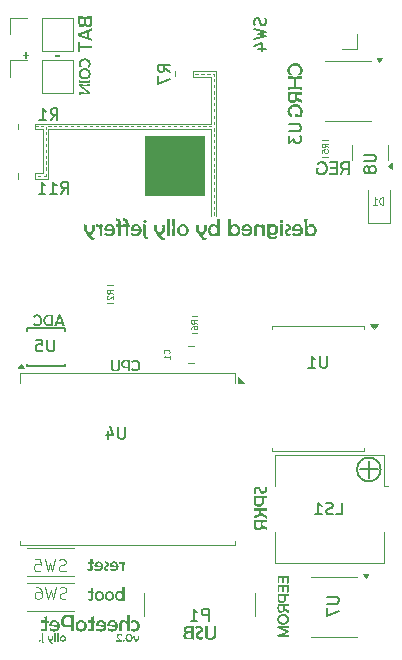
<source format=gbr>
%TF.GenerationSoftware,KiCad,Pcbnew,9.0.3*%
%TF.CreationDate,2025-09-07T19:35:51+01:00*%
%TF.ProjectId,cheetoPet,63686565-746f-4506-9574-2e6b69636164,v0.2*%
%TF.SameCoordinates,Original*%
%TF.FileFunction,Legend,Bot*%
%TF.FilePolarity,Positive*%
%FSLAX46Y46*%
G04 Gerber Fmt 4.6, Leading zero omitted, Abs format (unit mm)*
G04 Created by KiCad (PCBNEW 9.0.3) date 2025-09-07 19:35:51*
%MOMM*%
%LPD*%
G01*
G04 APERTURE LIST*
%ADD10C,0.100000*%
%ADD11C,0.200000*%
%ADD12C,0.062500*%
%ADD13C,0.150000*%
%ADD14C,0.120000*%
G04 APERTURE END LIST*
D10*
G36*
X146000715Y-79137484D02*
G01*
X146001386Y-79143590D01*
X146017812Y-79213810D01*
X146026665Y-79279267D01*
X146032900Y-79283347D01*
X146065622Y-79287510D01*
X146139383Y-79287510D01*
X146196781Y-79286106D01*
X146322505Y-79293921D01*
X146447496Y-79301737D01*
X146461005Y-79296440D01*
X146465936Y-79279023D01*
X146458804Y-79239931D01*
X146426308Y-79147681D01*
X146420413Y-79140804D01*
X146407196Y-79138094D01*
X146336854Y-79139804D01*
X146266451Y-79141514D01*
X146140788Y-79133698D01*
X146015064Y-79125882D01*
X146003665Y-79129038D01*
X146000715Y-79137484D01*
G37*
G36*
X143328454Y-79160015D02*
G01*
X143338712Y-79273039D01*
X143348298Y-79278534D01*
X143437752Y-79276458D01*
X143527206Y-79274382D01*
X143525191Y-79378307D01*
X143523115Y-79482294D01*
X143528325Y-79494886D01*
X143547291Y-79504432D01*
X143592114Y-79508855D01*
X143633392Y-79506260D01*
X143652259Y-79500673D01*
X143656746Y-79495020D01*
X143659097Y-79483637D01*
X143658365Y-79379345D01*
X143656350Y-79274382D01*
X143743117Y-79276458D01*
X143829884Y-79278534D01*
X143838764Y-79275985D01*
X143841486Y-79268948D01*
X143835319Y-79214481D01*
X143832632Y-79155985D01*
X143826498Y-79150458D01*
X143816878Y-79148475D01*
X143656350Y-79153237D01*
X143657021Y-79051877D01*
X143657693Y-78949844D01*
X143654578Y-78941299D01*
X143644748Y-78938304D01*
X143592480Y-78937266D01*
X143540212Y-78936228D01*
X143527543Y-78940823D01*
X143523115Y-78955279D01*
X143525191Y-79053953D01*
X143527206Y-79153237D01*
X143434333Y-79152566D01*
X143341460Y-79151894D01*
X143331224Y-79154249D01*
X143328454Y-79160015D01*
G37*
X159475000Y-84300000D02*
X159475000Y-84500000D01*
X159475000Y-84825000D02*
X159475000Y-85025000D01*
X155075000Y-85200000D02*
X155275000Y-85200000D01*
X159475000Y-90450000D02*
X159475000Y-90650000D01*
X159475000Y-87550000D02*
X159475000Y-87350000D01*
X145450000Y-89627064D02*
X145450000Y-85425000D01*
X159475000Y-90975000D02*
X159475000Y-91175000D01*
X159450000Y-80750000D02*
X159475000Y-80750000D01*
X147050000Y-85200000D02*
X146850000Y-85200000D01*
X159475000Y-86325000D02*
X159475000Y-86525000D01*
X149950000Y-85200000D02*
X150150000Y-85200000D01*
X159475000Y-92475000D02*
X159475000Y-92675000D01*
X159475000Y-82900000D02*
X159475000Y-82700000D01*
X156575000Y-85200000D02*
X156775000Y-85200000D01*
X151675000Y-85200000D02*
X151475000Y-85200000D01*
X154175000Y-85200000D02*
X153975000Y-85200000D01*
X159475000Y-81400000D02*
X159475000Y-81200000D01*
X152675000Y-85200000D02*
X152475000Y-85200000D01*
X145675000Y-85200000D02*
X145475000Y-85200000D01*
X158600000Y-85200000D02*
X158800000Y-85200000D01*
X159475000Y-80750000D02*
X159475000Y-80925000D01*
X144575000Y-89400000D02*
X144775000Y-89400000D01*
X145250000Y-88375000D02*
X145250000Y-88175000D01*
X145250000Y-86875000D02*
X145250000Y-86675000D01*
D11*
X173600000Y-114250000D02*
G75*
G02*
X171600000Y-114250000I-1000000J0D01*
G01*
X171600000Y-114250000D02*
G75*
G02*
X173600000Y-114250000I1000000J0D01*
G01*
D10*
X159250000Y-88037500D02*
X159250000Y-88862500D01*
X145250000Y-88875000D02*
X145250000Y-88675000D01*
X159700000Y-88862500D02*
X159700000Y-92750000D01*
X157685000Y-80522936D02*
X159700000Y-80522936D01*
X157100000Y-85200000D02*
X157300000Y-85200000D01*
X152175000Y-85200000D02*
X151975000Y-85200000D01*
X159075000Y-85200000D02*
X159275000Y-85200000D01*
X145450000Y-85425000D02*
X151400000Y-85425000D01*
X150975000Y-85200000D02*
X151175000Y-85200000D01*
X146575000Y-85200000D02*
X146375000Y-85200000D01*
X159250000Y-85425000D02*
X159250000Y-88025000D01*
X157600000Y-85200000D02*
X157800000Y-85200000D01*
X155600000Y-85200000D02*
X155800000Y-85200000D01*
X148450000Y-85200000D02*
X148650000Y-85200000D01*
X145250000Y-87375000D02*
X145250000Y-87175000D01*
X145250000Y-85400000D02*
X145250000Y-85225000D01*
X153675000Y-85200000D02*
X153475000Y-85200000D01*
X146125000Y-85200000D02*
X145925000Y-85200000D01*
X145100000Y-89400000D02*
X145250000Y-89400000D01*
X158100000Y-85200000D02*
X158300000Y-85200000D01*
X157900000Y-80750000D02*
X158100000Y-80750000D01*
X159700000Y-80522936D02*
X159700000Y-88025000D01*
X159250000Y-84975000D02*
X158425000Y-84975000D01*
X158425000Y-85425000D02*
X151400000Y-85425000D01*
X144335000Y-89627064D02*
X145450000Y-89627064D01*
X159475000Y-88575000D02*
X159475000Y-88375000D01*
X145050000Y-85200000D02*
X144850000Y-85200000D01*
X159475000Y-81900000D02*
X159475000Y-81700000D01*
X144550000Y-85200000D02*
X144450000Y-85200000D01*
X151375000Y-84975000D02*
X144350000Y-84975000D01*
X159475000Y-89050000D02*
X159475000Y-88850000D01*
X159250000Y-81000000D02*
X157700000Y-81000000D01*
D11*
X172600000Y-113500000D02*
X172600000Y-115000000D01*
D10*
X158425000Y-80750000D02*
X158625000Y-80750000D01*
X153200000Y-85200000D02*
X153000000Y-85200000D01*
X158425000Y-85425000D02*
X159250000Y-85425000D01*
X159475000Y-92000000D02*
X159475000Y-92200000D01*
X145050000Y-89175000D02*
X144375000Y-89175000D01*
X159475000Y-83400000D02*
X159475000Y-83200000D01*
X159475000Y-88050000D02*
X159475000Y-87850000D01*
X158425000Y-84975000D02*
X151400000Y-84975000D01*
X153675000Y-86025000D02*
X158675000Y-86025000D01*
X158675000Y-91025000D01*
X153675000Y-91025000D01*
X153675000Y-86025000D01*
G36*
X153675000Y-86025000D02*
G01*
X158675000Y-86025000D01*
X158675000Y-91025000D01*
X153675000Y-91025000D01*
X153675000Y-86025000D01*
G37*
X149475000Y-85200000D02*
X149675000Y-85200000D01*
X159250000Y-88862500D02*
X159250000Y-92750000D01*
X159475000Y-91525000D02*
X159475000Y-91725000D01*
X159250000Y-81000000D02*
X159250000Y-84975000D01*
X159475000Y-83925000D02*
X159475000Y-83725000D01*
X145050000Y-89175000D02*
X145050000Y-85425000D01*
X145250000Y-87900000D02*
X145250000Y-87700000D01*
X147550000Y-85200000D02*
X147350000Y-85200000D01*
X154700000Y-85200000D02*
X154500000Y-85200000D01*
X150475000Y-85200000D02*
X150675000Y-85200000D01*
X159475000Y-85850000D02*
X159475000Y-86050000D01*
X158925000Y-80750000D02*
X159125000Y-80750000D01*
X159475000Y-90075000D02*
X159475000Y-89875000D01*
X159475000Y-82425000D02*
X159475000Y-82225000D01*
X145250000Y-86375000D02*
X145250000Y-86175000D01*
X159475000Y-86825000D02*
X159475000Y-87025000D01*
X148975000Y-85200000D02*
X149175000Y-85200000D01*
X156100000Y-85200000D02*
X156300000Y-85200000D01*
X159700000Y-88862500D02*
X159700000Y-88037500D01*
X145250000Y-89400000D02*
X145250000Y-89200000D01*
X159475000Y-85375000D02*
X159475000Y-85575000D01*
X148075000Y-85200000D02*
X147875000Y-85200000D01*
X145050000Y-85425000D02*
X144335000Y-85425000D01*
D11*
X171850000Y-114250000D02*
X173350000Y-114250000D01*
D10*
X145250000Y-85875000D02*
X145250000Y-85675000D01*
X159475000Y-89550000D02*
X159475000Y-89350000D01*
G36*
X167281777Y-93030490D02*
G01*
X167394434Y-93036352D01*
X167406176Y-93041692D01*
X167410829Y-93060806D01*
X167407806Y-93163938D01*
X167404692Y-93265970D01*
X167404692Y-93596523D01*
X167412844Y-93610811D01*
X167499947Y-93534057D01*
X167567482Y-93492184D01*
X167641943Y-93467026D01*
X167725352Y-93458403D01*
X167829403Y-93468529D01*
X167920351Y-93497747D01*
X168000877Y-93545711D01*
X168072757Y-93613925D01*
X168127713Y-93691384D01*
X168167140Y-93777145D01*
X168191392Y-93872770D01*
X168199794Y-93980289D01*
X168191569Y-94083448D01*
X168167687Y-94176387D01*
X168128599Y-94260912D01*
X168073765Y-94338410D01*
X168001706Y-94408000D01*
X167922213Y-94456527D01*
X167833672Y-94485850D01*
X167733596Y-94495947D01*
X167646113Y-94486760D01*
X167564240Y-94459420D01*
X167486211Y-94413023D01*
X167410829Y-94345096D01*
X167395441Y-94331816D01*
X167392271Y-94340678D01*
X167387748Y-94405638D01*
X167380069Y-94467838D01*
X167370895Y-94478361D01*
X167325832Y-94475247D01*
X167280678Y-94472225D01*
X167240744Y-94475247D01*
X167185423Y-94475247D01*
X167162069Y-94469283D01*
X167157763Y-94461967D01*
X167158770Y-94448686D01*
X167171095Y-94215996D01*
X167174322Y-93974794D01*
X167408814Y-93974794D01*
X167417281Y-94056566D01*
X167441852Y-94128578D01*
X167482545Y-94192964D01*
X167541393Y-94247838D01*
X167608060Y-94279857D01*
X167685419Y-94290783D01*
X167762312Y-94280052D01*
X167829718Y-94248427D01*
X167890308Y-94194063D01*
X167935406Y-94129188D01*
X167962162Y-94058176D01*
X167971274Y-93978915D01*
X167962339Y-93895243D01*
X167936418Y-93821881D01*
X167893422Y-93756532D01*
X167848941Y-93712707D01*
X167800179Y-93682291D01*
X167746175Y-93663989D01*
X167685419Y-93657705D01*
X167610156Y-93668695D01*
X167544135Y-93701208D01*
X167484651Y-93757540D01*
X167442516Y-93823329D01*
X167417382Y-93895104D01*
X167408814Y-93974794D01*
X167174322Y-93974794D01*
X167176172Y-93836491D01*
X167164449Y-93441825D01*
X167152634Y-93046152D01*
X167157293Y-93029640D01*
X167170036Y-93024628D01*
X167281777Y-93030490D01*
G37*
G36*
X166650452Y-93456903D02*
G01*
X166740561Y-93486865D01*
X166823290Y-93536918D01*
X166900117Y-93609254D01*
X166959528Y-93691281D01*
X167001421Y-93778894D01*
X167026750Y-93873381D01*
X167035397Y-93976442D01*
X167025804Y-94093073D01*
X166998506Y-94193076D01*
X166954665Y-94279431D01*
X166893980Y-94354347D01*
X166819196Y-94415045D01*
X166732725Y-94458946D01*
X166632303Y-94486317D01*
X166514885Y-94495947D01*
X166399710Y-94485540D01*
X166298600Y-94455539D01*
X166208851Y-94406524D01*
X166128554Y-94337403D01*
X166112159Y-94314047D01*
X166148063Y-94240316D01*
X166186439Y-94169699D01*
X166197247Y-94167684D01*
X166229945Y-94193879D01*
X166324236Y-94251513D01*
X166422589Y-94285321D01*
X166527158Y-94296645D01*
X166588029Y-94289981D01*
X166646363Y-94269926D01*
X166703379Y-94235462D01*
X166754002Y-94187969D01*
X166786323Y-94136512D01*
X166802756Y-94079757D01*
X166271439Y-94036127D01*
X166168488Y-94021139D01*
X166132020Y-93998523D01*
X166110605Y-93965967D01*
X166102908Y-93920114D01*
X166108284Y-93857008D01*
X166346815Y-93857008D01*
X166355421Y-93865037D01*
X166406258Y-93875784D01*
X166610336Y-93897473D01*
X166768959Y-93903902D01*
X166798286Y-93897688D01*
X166805870Y-93883111D01*
X166797997Y-93825455D01*
X166774217Y-93771353D01*
X166732597Y-93719163D01*
X166680242Y-93677797D01*
X166624971Y-93653944D01*
X166565077Y-93645982D01*
X166511563Y-93652931D01*
X166461670Y-93673801D01*
X166413952Y-93710004D01*
X166375900Y-93755985D01*
X166354080Y-93804464D01*
X166346815Y-93857008D01*
X166108284Y-93857008D01*
X166111081Y-93824172D01*
X166134837Y-93737883D01*
X166173861Y-93659428D01*
X166228938Y-93587455D01*
X166298146Y-93525379D01*
X166373777Y-93481949D01*
X166457259Y-93455698D01*
X166550697Y-93446680D01*
X166650452Y-93456903D01*
G37*
G36*
X165480089Y-94154953D02*
G01*
X165487916Y-94228535D01*
X165510563Y-94292677D01*
X165548037Y-94349460D01*
X165601997Y-94400143D01*
X165679601Y-94446160D01*
X165768512Y-94474383D01*
X165871549Y-94484223D01*
X165941250Y-94481201D01*
X165953291Y-94467363D01*
X165958652Y-94431650D01*
X165964331Y-94364880D01*
X165969918Y-94299118D01*
X165965801Y-94288692D01*
X165951508Y-94281898D01*
X165913590Y-94281898D01*
X165882815Y-94284921D01*
X165802595Y-94278218D01*
X165749419Y-94261124D01*
X165715570Y-94236520D01*
X165695969Y-94204663D01*
X165689100Y-94163105D01*
X165696920Y-94129747D01*
X165722763Y-94095790D01*
X165774188Y-94059515D01*
X165933007Y-93966184D01*
X165980201Y-93912743D01*
X166008334Y-93850132D01*
X166018095Y-93775400D01*
X166010469Y-93700875D01*
X165988655Y-93637424D01*
X165953027Y-93582726D01*
X165902324Y-93535340D01*
X165829031Y-93493682D01*
X165741988Y-93467633D01*
X165637900Y-93458403D01*
X165625512Y-93461695D01*
X165616926Y-93471684D01*
X165591281Y-93554116D01*
X165572321Y-93637555D01*
X165576389Y-93646125D01*
X165591830Y-93651844D01*
X165723996Y-93669521D01*
X165769922Y-93690465D01*
X165794550Y-93718985D01*
X165802856Y-93756898D01*
X165795798Y-93783909D01*
X165771192Y-93814314D01*
X165719874Y-93850230D01*
X165609051Y-93916234D01*
X165564078Y-93949789D01*
X165517682Y-94007674D01*
X165489786Y-94075090D01*
X165480089Y-94154953D01*
G37*
G36*
X165066006Y-93245454D02*
G01*
X165075104Y-93301002D01*
X165099784Y-93338018D01*
X165141164Y-93361471D01*
X165206415Y-93370476D01*
X165272778Y-93361415D01*
X165314739Y-93337869D01*
X165339672Y-93300844D01*
X165348839Y-93245454D01*
X165343916Y-93210250D01*
X165329487Y-93179844D01*
X165304784Y-93152947D01*
X165260092Y-93127197D01*
X165206415Y-93118417D01*
X165152665Y-93127435D01*
X165107497Y-93154046D01*
X165076440Y-93194532D01*
X165066006Y-93245454D01*
G37*
G36*
X165073150Y-93524807D02*
G01*
X165082950Y-93763585D01*
X165092659Y-94003278D01*
X165089636Y-94227585D01*
X165086522Y-94450976D01*
X165091364Y-94467391D01*
X165104932Y-94472500D01*
X165304692Y-94472500D01*
X165319671Y-94464123D01*
X165326308Y-94430368D01*
X165322736Y-94217418D01*
X165319072Y-94003278D01*
X165330887Y-93763035D01*
X165342702Y-93522792D01*
X165337681Y-93509974D01*
X165321179Y-93505298D01*
X165264300Y-93510427D01*
X165206415Y-93515556D01*
X165148529Y-93510427D01*
X165090552Y-93505298D01*
X165077665Y-93509994D01*
X165073150Y-93524807D01*
G37*
G36*
X164210330Y-93461367D02*
G01*
X164215033Y-93513358D01*
X164213018Y-93556406D01*
X164210912Y-93598446D01*
X164213533Y-93613206D01*
X164219155Y-93616673D01*
X164242694Y-93595057D01*
X164297198Y-93537450D01*
X164358979Y-93497215D01*
X164429503Y-93472758D01*
X164511147Y-93464265D01*
X164603848Y-93473617D01*
X164685202Y-93500687D01*
X164757618Y-93545347D01*
X164822648Y-93609254D01*
X164871532Y-93679977D01*
X164906527Y-93757573D01*
X164927987Y-93843347D01*
X164935397Y-93938982D01*
X164927735Y-94032816D01*
X164905562Y-94116564D01*
X164869360Y-94192026D01*
X164818618Y-94260558D01*
X164753136Y-94320132D01*
X164680495Y-94362023D01*
X164599195Y-94387495D01*
X164507026Y-94396296D01*
X164422752Y-94387391D01*
X164347788Y-94361422D01*
X164279999Y-94318157D01*
X164218056Y-94255612D01*
X164214026Y-94352973D01*
X164222900Y-94414479D01*
X164248196Y-94463488D01*
X164290779Y-94503091D01*
X164337259Y-94527712D01*
X164392604Y-94543201D01*
X164458849Y-94548703D01*
X164560093Y-94539797D01*
X164662460Y-94512599D01*
X164767327Y-94465630D01*
X164780700Y-94460776D01*
X164789412Y-94464518D01*
X164794988Y-94477995D01*
X164825762Y-94627838D01*
X164821569Y-94637089D01*
X164803231Y-94651468D01*
X164730846Y-94686652D01*
X164645536Y-94713206D01*
X164545134Y-94730220D01*
X164427158Y-94736282D01*
X164305848Y-94727225D01*
X164210196Y-94702451D01*
X164135096Y-94664403D01*
X164076639Y-94613825D01*
X164034065Y-94553982D01*
X164001448Y-94477135D01*
X163979998Y-94379325D01*
X163972134Y-94255703D01*
X163970402Y-93939623D01*
X164214026Y-93939623D01*
X164221442Y-94011785D01*
X164242965Y-94075401D01*
X164278597Y-94132330D01*
X164330086Y-94181810D01*
X164388630Y-94210614D01*
X164456834Y-94220441D01*
X164525659Y-94210560D01*
X164584167Y-94181714D01*
X164635070Y-94132330D01*
X164670115Y-94075468D01*
X164691320Y-94011846D01*
X164698634Y-93939623D01*
X164691364Y-93865888D01*
X164670445Y-93801956D01*
X164636169Y-93745816D01*
X164585185Y-93696492D01*
X164526329Y-93667616D01*
X164456834Y-93657705D01*
X164386598Y-93667556D01*
X164327425Y-93696163D01*
X164276491Y-93744808D01*
X164242257Y-93800966D01*
X164221317Y-93865214D01*
X164214026Y-93939623D01*
X163970402Y-93939623D01*
X163970119Y-93887965D01*
X163968104Y-93520136D01*
X163972063Y-93502131D01*
X163982483Y-93493574D01*
X164092118Y-93471043D01*
X164202760Y-93452541D01*
X164210330Y-93461367D01*
G37*
G36*
X162876338Y-94451983D02*
G01*
X162881610Y-94469062D01*
X162896763Y-94474515D01*
X162997696Y-94473507D01*
X163098721Y-94472500D01*
X163111783Y-94466192D01*
X163117131Y-94442824D01*
X163114109Y-94290233D01*
X163110994Y-94136543D01*
X163112002Y-94014086D01*
X163113009Y-93891721D01*
X163117782Y-93813732D01*
X163129908Y-93761003D01*
X163146898Y-93726765D01*
X163178843Y-93696813D01*
X163227221Y-93677013D01*
X163298481Y-93669429D01*
X163352766Y-93681116D01*
X163440906Y-93727040D01*
X163501543Y-93772401D01*
X163529599Y-93807125D01*
X163537259Y-93834751D01*
X163537259Y-94448961D01*
X163542578Y-94468679D01*
X163556768Y-94474515D01*
X163655045Y-94473507D01*
X163753414Y-94472500D01*
X163769391Y-94466772D01*
X163774938Y-94448869D01*
X163772374Y-94205695D01*
X163769809Y-93961513D01*
X163775174Y-93816244D01*
X163790750Y-93682119D01*
X163815879Y-93558146D01*
X163818993Y-93544865D01*
X163815965Y-93536467D01*
X163805713Y-93530485D01*
X163688385Y-93511526D01*
X163573071Y-93493574D01*
X163568618Y-93496555D01*
X163564920Y-93510244D01*
X163556544Y-93574500D01*
X163541381Y-93640120D01*
X163400972Y-93535706D01*
X163327130Y-93498080D01*
X163258253Y-93476903D01*
X163192968Y-93470127D01*
X163096676Y-93478473D01*
X163023972Y-93501002D01*
X162969496Y-93535436D01*
X162929553Y-93581685D01*
X162903164Y-93639259D01*
X162884572Y-93724583D01*
X162877346Y-93846933D01*
X162878903Y-93944202D01*
X162880368Y-94042479D01*
X162878353Y-94247277D01*
X162876338Y-94451983D01*
G37*
G36*
X162361059Y-93456903D02*
G01*
X162451168Y-93486865D01*
X162533897Y-93536918D01*
X162610724Y-93609254D01*
X162670135Y-93691281D01*
X162712029Y-93778894D01*
X162737357Y-93873381D01*
X162746004Y-93976442D01*
X162736411Y-94093073D01*
X162709114Y-94193076D01*
X162665273Y-94279431D01*
X162604587Y-94354347D01*
X162529803Y-94415045D01*
X162443332Y-94458946D01*
X162342910Y-94486317D01*
X162225492Y-94495947D01*
X162110317Y-94485540D01*
X162009207Y-94455539D01*
X161919458Y-94406524D01*
X161839161Y-94337403D01*
X161822766Y-94314047D01*
X161858670Y-94240316D01*
X161897046Y-94169699D01*
X161907854Y-94167684D01*
X161940552Y-94193879D01*
X162034843Y-94251513D01*
X162133196Y-94285321D01*
X162237765Y-94296645D01*
X162298636Y-94289981D01*
X162356970Y-94269926D01*
X162413986Y-94235462D01*
X162464609Y-94187969D01*
X162496930Y-94136512D01*
X162513363Y-94079757D01*
X161982046Y-94036127D01*
X161879095Y-94021139D01*
X161842627Y-93998523D01*
X161821213Y-93965967D01*
X161813515Y-93920114D01*
X161818891Y-93857008D01*
X162057422Y-93857008D01*
X162066028Y-93865037D01*
X162116865Y-93875784D01*
X162320943Y-93897473D01*
X162479566Y-93903902D01*
X162508893Y-93897688D01*
X162516477Y-93883111D01*
X162508604Y-93825455D01*
X162484824Y-93771353D01*
X162443204Y-93719163D01*
X162390849Y-93677797D01*
X162335578Y-93653944D01*
X162275684Y-93645982D01*
X162222170Y-93652931D01*
X162172277Y-93673801D01*
X162124559Y-93710004D01*
X162086507Y-93755985D01*
X162064688Y-93804464D01*
X162057422Y-93857008D01*
X161818891Y-93857008D01*
X161821688Y-93824172D01*
X161845445Y-93737883D01*
X161884468Y-93659428D01*
X161939545Y-93587455D01*
X162008753Y-93525379D01*
X162084384Y-93481949D01*
X162167866Y-93455698D01*
X162261304Y-93446680D01*
X162361059Y-93456903D01*
G37*
G36*
X160814715Y-93030490D02*
G01*
X160927372Y-93036352D01*
X160939114Y-93041692D01*
X160943767Y-93060806D01*
X160940744Y-93163938D01*
X160937630Y-93265970D01*
X160937630Y-93596523D01*
X160945782Y-93610811D01*
X161032885Y-93534057D01*
X161100420Y-93492184D01*
X161174881Y-93467026D01*
X161258290Y-93458403D01*
X161362340Y-93468529D01*
X161453289Y-93497747D01*
X161533815Y-93545711D01*
X161605695Y-93613925D01*
X161660651Y-93691384D01*
X161700078Y-93777145D01*
X161724330Y-93872770D01*
X161732732Y-93980289D01*
X161724507Y-94083448D01*
X161700625Y-94176387D01*
X161661537Y-94260912D01*
X161606703Y-94338410D01*
X161534644Y-94408000D01*
X161455151Y-94456527D01*
X161366610Y-94485850D01*
X161266534Y-94495947D01*
X161179051Y-94486760D01*
X161097178Y-94459420D01*
X161019149Y-94413023D01*
X160943767Y-94345096D01*
X160928379Y-94331816D01*
X160925209Y-94340678D01*
X160920686Y-94405638D01*
X160913007Y-94467838D01*
X160903833Y-94478361D01*
X160858770Y-94475247D01*
X160813616Y-94472225D01*
X160773682Y-94475247D01*
X160718361Y-94475247D01*
X160695007Y-94469283D01*
X160690701Y-94461967D01*
X160691708Y-94448686D01*
X160704033Y-94215996D01*
X160707260Y-93974794D01*
X160941752Y-93974794D01*
X160950219Y-94056566D01*
X160974790Y-94128578D01*
X161015482Y-94192964D01*
X161074331Y-94247838D01*
X161140998Y-94279857D01*
X161218357Y-94290783D01*
X161295250Y-94280052D01*
X161362656Y-94248427D01*
X161423246Y-94194063D01*
X161468344Y-94129188D01*
X161495100Y-94058176D01*
X161504212Y-93978915D01*
X161495276Y-93895243D01*
X161469356Y-93821881D01*
X161426360Y-93756532D01*
X161381879Y-93712707D01*
X161333117Y-93682291D01*
X161279113Y-93663989D01*
X161218357Y-93657705D01*
X161143094Y-93668695D01*
X161077073Y-93701208D01*
X161017589Y-93757540D01*
X160975454Y-93823329D01*
X160950320Y-93895104D01*
X160941752Y-93974794D01*
X160707260Y-93974794D01*
X160709110Y-93836491D01*
X160697387Y-93441825D01*
X160685571Y-93046152D01*
X160690231Y-93029640D01*
X160702974Y-93024628D01*
X160814715Y-93030490D01*
G37*
G36*
X159813166Y-93013271D02*
G01*
X159871510Y-93020506D01*
X159981145Y-93024628D01*
X160001156Y-93033628D01*
X160007798Y-93054303D01*
X159997539Y-93258918D01*
X159981145Y-93814601D01*
X159986350Y-94239999D01*
X159997631Y-94440809D01*
X159999646Y-94459219D01*
X159996498Y-94469265D01*
X159987373Y-94472500D01*
X159771126Y-94472500D01*
X159762169Y-94463668D01*
X159754182Y-94414706D01*
X159746947Y-94364459D01*
X159739344Y-94353797D01*
X159657370Y-94422491D01*
X159587052Y-94459697D01*
X159509430Y-94482305D01*
X159422714Y-94490085D01*
X159326602Y-94480031D01*
X159240285Y-94450609D01*
X159161465Y-94401465D01*
X159088681Y-94330350D01*
X159033475Y-94251682D01*
X158994417Y-94167443D01*
X158970745Y-94076411D01*
X158962652Y-93976992D01*
X158963349Y-93967833D01*
X159194194Y-93967833D01*
X159202705Y-94048225D01*
X159227561Y-94119977D01*
X159269024Y-94185087D01*
X159328587Y-94241356D01*
X159394961Y-94273900D01*
X159470891Y-94284921D01*
X159549799Y-94274074D01*
X159617841Y-94242344D01*
X159677886Y-94188201D01*
X159721574Y-94122765D01*
X159747760Y-94050044D01*
X159756746Y-93967833D01*
X159747809Y-93887021D01*
X159721669Y-93815003D01*
X159677886Y-93749663D01*
X159617807Y-93694728D01*
X159550406Y-93662729D01*
X159472906Y-93651844D01*
X159397597Y-93662810D01*
X159331194Y-93695311D01*
X159271039Y-93751678D01*
X159228260Y-93817515D01*
X159202837Y-93888931D01*
X159194194Y-93967833D01*
X158963349Y-93967833D01*
X158970775Y-93870258D01*
X158994248Y-93774925D01*
X159032416Y-93689092D01*
X159085567Y-93611269D01*
X159156698Y-93541439D01*
X159236294Y-93492535D01*
X159326108Y-93462825D01*
X159428850Y-93452541D01*
X159518506Y-93461716D01*
X159596607Y-93488209D01*
X159665611Y-93531856D01*
X159727071Y-93594324D01*
X159742367Y-93605682D01*
X159751922Y-93598774D01*
X159756746Y-93566664D01*
X159752167Y-93406013D01*
X159747587Y-93245271D01*
X159742458Y-93137468D01*
X159737329Y-93030673D01*
X159741933Y-93012264D01*
X159753724Y-93007042D01*
X159813166Y-93013271D01*
G37*
G36*
X157952769Y-93759463D02*
G01*
X157956352Y-93917967D01*
X157963027Y-93970855D01*
X158005108Y-94049230D01*
X158216643Y-94372390D01*
X158437443Y-94689800D01*
X158502040Y-94769804D01*
X158534661Y-94786149D01*
X158612372Y-94800282D01*
X158766372Y-94806624D01*
X158800719Y-94801037D01*
X158835523Y-94727855D01*
X158862634Y-94647072D01*
X158852671Y-94632151D01*
X158808321Y-94624907D01*
X158731818Y-94620468D01*
X158677227Y-94608934D01*
X158639335Y-94592392D01*
X158620162Y-94574228D01*
X158583465Y-94522325D01*
X158552719Y-94467129D01*
X158546096Y-94443190D01*
X158566683Y-94400020D01*
X158694656Y-94225570D01*
X158831520Y-94039624D01*
X158869870Y-93970855D01*
X158879388Y-93914183D01*
X158884158Y-93768714D01*
X158883151Y-93650653D01*
X158882143Y-93531493D01*
X158876155Y-93514685D01*
X158857505Y-93508870D01*
X158760694Y-93512991D01*
X158663882Y-93517021D01*
X158651965Y-93521947D01*
X158647487Y-93538637D01*
X158650601Y-93625374D01*
X158653624Y-93711927D01*
X158645472Y-93899689D01*
X158624156Y-93950770D01*
X158533822Y-94095144D01*
X158455434Y-94203681D01*
X158418504Y-94243528D01*
X158403580Y-94251215D01*
X158381436Y-94231586D01*
X158292938Y-94097709D01*
X158212800Y-93956457D01*
X158193562Y-93907932D01*
X158187948Y-93845488D01*
X158185410Y-93719255D01*
X158191547Y-93630594D01*
X158197683Y-93542942D01*
X158192948Y-93522568D01*
X158181288Y-93517021D01*
X158082462Y-93512442D01*
X157983543Y-93507771D01*
X157972015Y-93518783D01*
X157959467Y-93579394D01*
X157952769Y-93759463D01*
G37*
G36*
X156962054Y-93468223D02*
G01*
X157054431Y-93496843D01*
X157138448Y-93544219D01*
X157215644Y-93611910D01*
X157277147Y-93691191D01*
X157320602Y-93777268D01*
X157346991Y-93871600D01*
X157356053Y-93976168D01*
X157346991Y-94080735D01*
X157320602Y-94175067D01*
X157277147Y-94261144D01*
X157215644Y-94340425D01*
X157138822Y-94409009D01*
X157054958Y-94456992D01*
X156962481Y-94485988D01*
X156859080Y-94495947D01*
X156756271Y-94485954D01*
X156664148Y-94456823D01*
X156580417Y-94408544D01*
X156503523Y-94339418D01*
X156441985Y-94259600D01*
X156398530Y-94173146D01*
X156372161Y-94078616D01*
X156363296Y-93976168D01*
X156579361Y-93976168D01*
X156588088Y-94055402D01*
X156613577Y-94125808D01*
X156656206Y-94189483D01*
X156715470Y-94242998D01*
X156782176Y-94274264D01*
X156859080Y-94284921D01*
X156935359Y-94274316D01*
X157002097Y-94243093D01*
X157061954Y-94189483D01*
X157105177Y-94125740D01*
X157130979Y-94055339D01*
X157139806Y-93976168D01*
X157131009Y-93895561D01*
X157105457Y-93824839D01*
X157062962Y-93761753D01*
X157003902Y-93710190D01*
X156936869Y-93679831D01*
X156859080Y-93669429D01*
X156781400Y-93679945D01*
X156714724Y-93710620D01*
X156656206Y-93762760D01*
X156613745Y-93825220D01*
X156588179Y-93895587D01*
X156579361Y-93976168D01*
X156363296Y-93976168D01*
X156363114Y-93974061D01*
X156372228Y-93870121D01*
X156398775Y-93776356D01*
X156442527Y-93690772D01*
X156504531Y-93611910D01*
X156581249Y-93544197D01*
X156664771Y-93496829D01*
X156756634Y-93468220D01*
X156859080Y-93458403D01*
X156962054Y-93468223D01*
G37*
G36*
X155959472Y-93052746D02*
G01*
X155960480Y-93066027D01*
X155977901Y-93433328D01*
X155983103Y-93720170D01*
X155978981Y-94085069D01*
X155974860Y-94448961D01*
X155979476Y-94467281D01*
X155991346Y-94472500D01*
X156186985Y-94472500D01*
X156200414Y-94467079D01*
X156205394Y-94448961D01*
X156203379Y-94085069D01*
X156201364Y-93720170D01*
X156212172Y-93387970D01*
X156222888Y-93056868D01*
X156217592Y-93041562D01*
X156201364Y-93036352D01*
X156146043Y-93039466D01*
X156090631Y-93042488D01*
X156033295Y-93039466D01*
X155976875Y-93036352D01*
X155963154Y-93040609D01*
X155959472Y-93052746D01*
G37*
G36*
X155497853Y-93052746D02*
G01*
X155498861Y-93066027D01*
X155516282Y-93433328D01*
X155521484Y-93720170D01*
X155517362Y-94085069D01*
X155513241Y-94448961D01*
X155517857Y-94467281D01*
X155529727Y-94472500D01*
X155725366Y-94472500D01*
X155738795Y-94467079D01*
X155743775Y-94448961D01*
X155741760Y-94085069D01*
X155739745Y-93720170D01*
X155750553Y-93387970D01*
X155761269Y-93056868D01*
X155755973Y-93041562D01*
X155739745Y-93036352D01*
X155684424Y-93039466D01*
X155629012Y-93042488D01*
X155571676Y-93039466D01*
X155515256Y-93036352D01*
X155501535Y-93040609D01*
X155497853Y-93052746D01*
G37*
G36*
X154432741Y-93759463D02*
G01*
X154436324Y-93917967D01*
X154442999Y-93970855D01*
X154485080Y-94049230D01*
X154696615Y-94372390D01*
X154917415Y-94689800D01*
X154982012Y-94769804D01*
X155014633Y-94786149D01*
X155092344Y-94800282D01*
X155246344Y-94806624D01*
X155280691Y-94801037D01*
X155315496Y-94727855D01*
X155342606Y-94647072D01*
X155332643Y-94632151D01*
X155288293Y-94624907D01*
X155211790Y-94620468D01*
X155157199Y-94608934D01*
X155119307Y-94592392D01*
X155100134Y-94574228D01*
X155063437Y-94522325D01*
X155032691Y-94467129D01*
X155026068Y-94443190D01*
X155046655Y-94400020D01*
X155174628Y-94225570D01*
X155311492Y-94039624D01*
X155349842Y-93970855D01*
X155359360Y-93914183D01*
X155364130Y-93768714D01*
X155363123Y-93650653D01*
X155362115Y-93531493D01*
X155356127Y-93514685D01*
X155337477Y-93508870D01*
X155240666Y-93512991D01*
X155143854Y-93517021D01*
X155131938Y-93521947D01*
X155127459Y-93538637D01*
X155130573Y-93625374D01*
X155133596Y-93711927D01*
X155125444Y-93899689D01*
X155104128Y-93950770D01*
X155013795Y-94095144D01*
X154935406Y-94203681D01*
X154898476Y-94243528D01*
X154883552Y-94251215D01*
X154861408Y-94231586D01*
X154772910Y-94097709D01*
X154692772Y-93956457D01*
X154673534Y-93907932D01*
X154667920Y-93845488D01*
X154665382Y-93719255D01*
X154671519Y-93630594D01*
X154677655Y-93542942D01*
X154672920Y-93522568D01*
X154661261Y-93517021D01*
X154562434Y-93512442D01*
X154463515Y-93507771D01*
X154451987Y-93518783D01*
X154439440Y-93579394D01*
X154432741Y-93759463D01*
G37*
G36*
X153497871Y-93240600D02*
G01*
X153507037Y-93295375D01*
X153532038Y-93332113D01*
X153574282Y-93355566D01*
X153641302Y-93364614D01*
X153697623Y-93356527D01*
X153740679Y-93333839D01*
X153764465Y-93308649D01*
X153778727Y-93278135D01*
X153783727Y-93240600D01*
X153772933Y-93188302D01*
X153740679Y-93146352D01*
X153695969Y-93121212D01*
X153641302Y-93112555D01*
X153586636Y-93121212D01*
X153541926Y-93146352D01*
X153517302Y-93173452D01*
X153502832Y-93204417D01*
X153497871Y-93240600D01*
G37*
G36*
X153511151Y-93520319D02*
G01*
X153517288Y-93724292D01*
X153523425Y-93929364D01*
X153521410Y-94154953D01*
X153519395Y-94381641D01*
X153527672Y-94479161D01*
X153550789Y-94559022D01*
X153587289Y-94624654D01*
X153637287Y-94678522D01*
X153702453Y-94721893D01*
X153785833Y-94754692D01*
X153857063Y-94772776D01*
X153896475Y-94777315D01*
X153909346Y-94772416D01*
X153916992Y-94755882D01*
X153919007Y-94712926D01*
X153915984Y-94679221D01*
X153919556Y-94638829D01*
X153923128Y-94599445D01*
X153919498Y-94584401D01*
X153909847Y-94578012D01*
X153817724Y-94554201D01*
X153778597Y-94531667D01*
X153761318Y-94505523D01*
X153748825Y-94461775D01*
X153743793Y-94392632D01*
X153747914Y-94171256D01*
X153751944Y-93949881D01*
X153757034Y-93789052D01*
X153775575Y-93541018D01*
X153776582Y-93529661D01*
X153772351Y-93518231D01*
X153758173Y-93511160D01*
X153646523Y-93501451D01*
X153527546Y-93493574D01*
X153515931Y-93499235D01*
X153511151Y-93520319D01*
G37*
G36*
X152987995Y-93456903D02*
G01*
X153078105Y-93486865D01*
X153160834Y-93536918D01*
X153237661Y-93609254D01*
X153297072Y-93691281D01*
X153338965Y-93778894D01*
X153364293Y-93873381D01*
X153372941Y-93976442D01*
X153363348Y-94093073D01*
X153336050Y-94193076D01*
X153292209Y-94279431D01*
X153231524Y-94354347D01*
X153156740Y-94415045D01*
X153070269Y-94458946D01*
X152969847Y-94486317D01*
X152852429Y-94495947D01*
X152737253Y-94485540D01*
X152636144Y-94455539D01*
X152546394Y-94406524D01*
X152466097Y-94337403D01*
X152449703Y-94314047D01*
X152485606Y-94240316D01*
X152523983Y-94169699D01*
X152534791Y-94167684D01*
X152567489Y-94193879D01*
X152661780Y-94251513D01*
X152760132Y-94285321D01*
X152864702Y-94296645D01*
X152925572Y-94289981D01*
X152983906Y-94269926D01*
X153040923Y-94235462D01*
X153091546Y-94187969D01*
X153123866Y-94136512D01*
X153140299Y-94079757D01*
X152608982Y-94036127D01*
X152506031Y-94021139D01*
X152469563Y-93998523D01*
X152448149Y-93965967D01*
X152440452Y-93920114D01*
X152445827Y-93857008D01*
X152684359Y-93857008D01*
X152692964Y-93865037D01*
X152743802Y-93875784D01*
X152947879Y-93897473D01*
X153106502Y-93903902D01*
X153135829Y-93897688D01*
X153143413Y-93883111D01*
X153135540Y-93825455D01*
X153111761Y-93771353D01*
X153070141Y-93719163D01*
X153017786Y-93677797D01*
X152962514Y-93653944D01*
X152902620Y-93645982D01*
X152849107Y-93652931D01*
X152799214Y-93673801D01*
X152751495Y-93710004D01*
X152713444Y-93755985D01*
X152691624Y-93804464D01*
X152684359Y-93857008D01*
X152445827Y-93857008D01*
X152448624Y-93824172D01*
X152472381Y-93737883D01*
X152511404Y-93659428D01*
X152566481Y-93587455D01*
X152635690Y-93525379D01*
X152711321Y-93481949D01*
X152794803Y-93455698D01*
X152888241Y-93446680D01*
X152987995Y-93456903D01*
G37*
G36*
X151768448Y-93156885D02*
G01*
X151772474Y-93166121D01*
X151786858Y-93171174D01*
X151886326Y-93180424D01*
X151939311Y-93195641D01*
X151975444Y-93221732D01*
X151998890Y-93263572D01*
X152017612Y-93348048D01*
X152025636Y-93499436D01*
X151919116Y-93501543D01*
X151809389Y-93503558D01*
X151790415Y-93508604D01*
X151784843Y-93521967D01*
X151782828Y-93607697D01*
X151780721Y-93692327D01*
X151785766Y-93706878D01*
X151801238Y-93711836D01*
X151909956Y-93708264D01*
X152017484Y-93704600D01*
X152017484Y-94010697D01*
X152012355Y-94227860D01*
X152007226Y-94444839D01*
X152012870Y-94466245D01*
X152027743Y-94472500D01*
X152215229Y-94472500D01*
X152234829Y-94465006D01*
X152241882Y-94440717D01*
X152241882Y-93736382D01*
X152246930Y-93722973D01*
X152264398Y-93713502D01*
X152304348Y-93709729D01*
X152364747Y-93708114D01*
X152376063Y-93704600D01*
X152379177Y-93666681D01*
X152381284Y-93599453D01*
X152383299Y-93532317D01*
X152376697Y-93523314D01*
X152344162Y-93512962D01*
X152253148Y-93503558D01*
X152256171Y-93396579D01*
X152247501Y-93276240D01*
X152224830Y-93190275D01*
X152191691Y-93130232D01*
X152149200Y-93084644D01*
X152093938Y-93044854D01*
X152023621Y-93010981D01*
X151922414Y-92981645D01*
X151817633Y-92971871D01*
X151809073Y-92974561D01*
X151803253Y-92983137D01*
X151785393Y-93069508D01*
X151768448Y-93156885D01*
G37*
G36*
X151151491Y-93156885D02*
G01*
X151155517Y-93166121D01*
X151169901Y-93171174D01*
X151269369Y-93180424D01*
X151322354Y-93195641D01*
X151358487Y-93221732D01*
X151381933Y-93263572D01*
X151400655Y-93348048D01*
X151408679Y-93499436D01*
X151302158Y-93501543D01*
X151192432Y-93503558D01*
X151173457Y-93508604D01*
X151167886Y-93521967D01*
X151165871Y-93607697D01*
X151163764Y-93692327D01*
X151168809Y-93706878D01*
X151184280Y-93711836D01*
X151292999Y-93708264D01*
X151400527Y-93704600D01*
X151400527Y-94010697D01*
X151395398Y-94227860D01*
X151390269Y-94444839D01*
X151395912Y-94466245D01*
X151410785Y-94472500D01*
X151598272Y-94472500D01*
X151617871Y-94465006D01*
X151624925Y-94440717D01*
X151624925Y-93736382D01*
X151629972Y-93722973D01*
X151647440Y-93713502D01*
X151687390Y-93709729D01*
X151747790Y-93708114D01*
X151759106Y-93704600D01*
X151762220Y-93666681D01*
X151764327Y-93599453D01*
X151766342Y-93532317D01*
X151759739Y-93523314D01*
X151727204Y-93512962D01*
X151636191Y-93503558D01*
X151639213Y-93396579D01*
X151630543Y-93276240D01*
X151607872Y-93190275D01*
X151574733Y-93130232D01*
X151532243Y-93084644D01*
X151476981Y-93044854D01*
X151406664Y-93010981D01*
X151305457Y-92981645D01*
X151200675Y-92971871D01*
X151192115Y-92974561D01*
X151186295Y-92983137D01*
X151168435Y-93069508D01*
X151151491Y-93156885D01*
G37*
G36*
X150742915Y-93456903D02*
G01*
X150833024Y-93486865D01*
X150915753Y-93536918D01*
X150992580Y-93609254D01*
X151051991Y-93691281D01*
X151093885Y-93778894D01*
X151119213Y-93873381D01*
X151127860Y-93976442D01*
X151118268Y-94093073D01*
X151090970Y-94193076D01*
X151047129Y-94279431D01*
X150986444Y-94354347D01*
X150911659Y-94415045D01*
X150825188Y-94458946D01*
X150724766Y-94486317D01*
X150607348Y-94495947D01*
X150492173Y-94485540D01*
X150391063Y-94455539D01*
X150301314Y-94406524D01*
X150221017Y-94337403D01*
X150204622Y-94314047D01*
X150240526Y-94240316D01*
X150278903Y-94169699D01*
X150289710Y-94167684D01*
X150322408Y-94193879D01*
X150416699Y-94251513D01*
X150515052Y-94285321D01*
X150619621Y-94296645D01*
X150680492Y-94289981D01*
X150738826Y-94269926D01*
X150795843Y-94235462D01*
X150846466Y-94187969D01*
X150878786Y-94136512D01*
X150895219Y-94079757D01*
X150363902Y-94036127D01*
X150260951Y-94021139D01*
X150224483Y-93998523D01*
X150203069Y-93965967D01*
X150195372Y-93920114D01*
X150200747Y-93857008D01*
X150439279Y-93857008D01*
X150447884Y-93865037D01*
X150498721Y-93875784D01*
X150702799Y-93897473D01*
X150861422Y-93903902D01*
X150890749Y-93897688D01*
X150898333Y-93883111D01*
X150890460Y-93825455D01*
X150866681Y-93771353D01*
X150825060Y-93719163D01*
X150772706Y-93677797D01*
X150717434Y-93653944D01*
X150657540Y-93645982D01*
X150604027Y-93652931D01*
X150554134Y-93673801D01*
X150506415Y-93710004D01*
X150468363Y-93755985D01*
X150446544Y-93804464D01*
X150439279Y-93857008D01*
X150200747Y-93857008D01*
X150203544Y-93824172D01*
X150227301Y-93737883D01*
X150266324Y-93659428D01*
X150321401Y-93587455D01*
X150390609Y-93525379D01*
X150466240Y-93481949D01*
X150549722Y-93455698D01*
X150643160Y-93446680D01*
X150742915Y-93456903D01*
G37*
G36*
X149466032Y-93509145D02*
G01*
X149470071Y-93619103D01*
X149481419Y-93713759D01*
X149488541Y-93731970D01*
X149501844Y-93737298D01*
X149566965Y-93732718D01*
X149633003Y-93728047D01*
X149715139Y-93737843D01*
X149766996Y-93762922D01*
X149797958Y-93800954D01*
X149812562Y-93857091D01*
X149819482Y-93984777D01*
X149819482Y-94097709D01*
X149814902Y-94272281D01*
X149810323Y-94446854D01*
X149816523Y-94467961D01*
X149833862Y-94474515D01*
X149930216Y-94473507D01*
X150026569Y-94472500D01*
X150043988Y-94466290D01*
X150050017Y-94446946D01*
X150047544Y-94197360D01*
X150044979Y-93946858D01*
X150051103Y-93777701D01*
X150067635Y-93644363D01*
X150092149Y-93540835D01*
X150094164Y-93528562D01*
X150090984Y-93518262D01*
X150080883Y-93511160D01*
X149974271Y-93497971D01*
X149871780Y-93475989D01*
X149860470Y-93485889D01*
X149850257Y-93537904D01*
X149840901Y-93590557D01*
X149831847Y-93599820D01*
X149826718Y-93597713D01*
X149742729Y-93542667D01*
X149695606Y-93517665D01*
X149648390Y-93500443D01*
X149605516Y-93491241D01*
X149545991Y-93487712D01*
X149492071Y-93491663D01*
X149471089Y-93499720D01*
X149466032Y-93509145D01*
G37*
G36*
X148490312Y-93759463D02*
G01*
X148493896Y-93917967D01*
X148500571Y-93970855D01*
X148542651Y-94049230D01*
X148754186Y-94372390D01*
X148974987Y-94689800D01*
X149039584Y-94769804D01*
X149072205Y-94786149D01*
X149149916Y-94800282D01*
X149303916Y-94806624D01*
X149338262Y-94801037D01*
X149373067Y-94727855D01*
X149400178Y-94647072D01*
X149390214Y-94632151D01*
X149345865Y-94624907D01*
X149269362Y-94620468D01*
X149214770Y-94608934D01*
X149176879Y-94592392D01*
X149157705Y-94574228D01*
X149121008Y-94522325D01*
X149090263Y-94467129D01*
X149083639Y-94443190D01*
X149104226Y-94400020D01*
X149232200Y-94225570D01*
X149369064Y-94039624D01*
X149407414Y-93970855D01*
X149416931Y-93914183D01*
X149421702Y-93768714D01*
X149420694Y-93650653D01*
X149419687Y-93531493D01*
X149413699Y-93514685D01*
X149395049Y-93508870D01*
X149298237Y-93512991D01*
X149201425Y-93517021D01*
X149189509Y-93521947D01*
X149185031Y-93538637D01*
X149188145Y-93625374D01*
X149191167Y-93711927D01*
X149183016Y-93899689D01*
X149161700Y-93950770D01*
X149071366Y-94095144D01*
X148992978Y-94203681D01*
X148956048Y-94243528D01*
X148941124Y-94251215D01*
X148918980Y-94231586D01*
X148830482Y-94097709D01*
X148750343Y-93956457D01*
X148731105Y-93907932D01*
X148725491Y-93845488D01*
X148722954Y-93719255D01*
X148729090Y-93630594D01*
X148735227Y-93542942D01*
X148730492Y-93522568D01*
X148718832Y-93517021D01*
X148620005Y-93512442D01*
X148521087Y-93507771D01*
X148509559Y-93518783D01*
X148497011Y-93579394D01*
X148490312Y-93759463D01*
G37*
G36*
X166772376Y-80871853D02*
G01*
X166783545Y-80868571D01*
X166802699Y-80854945D01*
X166876794Y-80780641D01*
X166932738Y-80701598D01*
X166972275Y-80617041D01*
X166996219Y-80525733D01*
X167004401Y-80426061D01*
X166996178Y-80321071D01*
X166972442Y-80227697D01*
X166933851Y-80143954D01*
X166880046Y-80068312D01*
X166809684Y-79999796D01*
X166735154Y-79947074D01*
X166653626Y-79905790D01*
X166564149Y-79875712D01*
X166465525Y-79857088D01*
X166356351Y-79850643D01*
X166247364Y-79857172D01*
X166148626Y-79876065D01*
X166058760Y-79906636D01*
X165976591Y-79948682D01*
X165901192Y-80002495D01*
X165829676Y-80071848D01*
X165775120Y-80148032D01*
X165736087Y-80231987D01*
X165712138Y-80325206D01*
X165703856Y-80429633D01*
X165711803Y-80536840D01*
X165734488Y-80630053D01*
X165770885Y-80711572D01*
X165820954Y-80783199D01*
X165885634Y-80846134D01*
X165903982Y-80857366D01*
X165916671Y-80860343D01*
X165937633Y-80853074D01*
X166005814Y-80813271D01*
X166069979Y-80768499D01*
X166079795Y-80756436D01*
X166073019Y-80742538D01*
X166036137Y-80702300D01*
X165987473Y-80649247D01*
X165955805Y-80603711D01*
X165931660Y-80551328D01*
X165917100Y-80495378D01*
X165912147Y-80434952D01*
X165920968Y-80349915D01*
X165946204Y-80277600D01*
X165987467Y-80215314D01*
X166046297Y-80161412D01*
X166107960Y-80124432D01*
X166177896Y-80097320D01*
X166257508Y-80080356D01*
X166348493Y-80074412D01*
X166439448Y-80080268D01*
X166519555Y-80097025D01*
X166590403Y-80123869D01*
X166653308Y-80160539D01*
X166713953Y-80214668D01*
X166756272Y-80276916D01*
X166782045Y-80348870D01*
X166791030Y-80433205D01*
X166786260Y-80490146D01*
X166771908Y-80545848D01*
X166747531Y-80601012D01*
X166714390Y-80653165D01*
X166666882Y-80709364D01*
X166623382Y-80760008D01*
X166631587Y-80769169D01*
X166694347Y-80818590D01*
X166759163Y-80865072D01*
X166772376Y-80871853D01*
G37*
G36*
X166958599Y-82090478D02*
G01*
X166973441Y-82084384D01*
X166979000Y-82063807D01*
X166976380Y-82017212D01*
X166973681Y-81969743D01*
X166976380Y-81918623D01*
X166979000Y-81867582D01*
X166973913Y-81852276D01*
X166958678Y-81847182D01*
X166720462Y-81852024D01*
X166482167Y-81856946D01*
X166453642Y-81851070D01*
X166442477Y-81836545D01*
X166438211Y-81781893D01*
X166435413Y-81529190D01*
X166438197Y-81277346D01*
X166442477Y-81221914D01*
X166453532Y-81208073D01*
X166482167Y-81202387D01*
X166716017Y-81206832D01*
X166949867Y-81211277D01*
X166972348Y-81205217D01*
X166979000Y-81189051D01*
X166976380Y-81138487D01*
X166973681Y-81087843D01*
X166976380Y-81040375D01*
X166979000Y-80992906D01*
X166973755Y-80976081D01*
X166958599Y-80970680D01*
X166665453Y-80979967D01*
X166372227Y-80989255D01*
X166063046Y-80979967D01*
X165753865Y-80970680D01*
X165739429Y-80976003D01*
X165734338Y-80992906D01*
X165737037Y-81041724D01*
X165739656Y-81091415D01*
X165737037Y-81141106D01*
X165734338Y-81190877D01*
X165738655Y-81206580D01*
X165750293Y-81211277D01*
X165979778Y-81204610D01*
X166209262Y-81198021D01*
X166229774Y-81203034D01*
X166239426Y-81216675D01*
X166244175Y-81267770D01*
X166247443Y-81529190D01*
X166244263Y-81785005D01*
X166239426Y-81840038D01*
X166228463Y-81854636D01*
X166201245Y-81860438D01*
X165976682Y-81855517D01*
X165752119Y-81850675D01*
X165738986Y-81855547D01*
X165734338Y-81871075D01*
X165737037Y-81920369D01*
X165739656Y-81969664D01*
X165737037Y-82017688D01*
X165734338Y-82065633D01*
X165739493Y-82083271D01*
X165753865Y-82088732D01*
X166063046Y-82079842D01*
X166372227Y-82070951D01*
X166665453Y-82080715D01*
X166958599Y-82090478D01*
G37*
G36*
X165766328Y-82270669D02*
G01*
X166080278Y-82286137D01*
X166365559Y-82291069D01*
X166662039Y-82281782D01*
X166958520Y-82272494D01*
X166973741Y-82277903D01*
X166979000Y-82294720D01*
X166976380Y-82340840D01*
X166973681Y-82387038D01*
X166977729Y-82441651D01*
X166981698Y-82495311D01*
X166977095Y-82508570D01*
X166962965Y-82513092D01*
X166777456Y-82507297D01*
X166591075Y-82501582D01*
X166555621Y-82507499D01*
X166545670Y-82520236D01*
X166542098Y-82665817D01*
X166542971Y-82746625D01*
X166551408Y-82778891D01*
X166564629Y-82799430D01*
X166582264Y-82811477D01*
X166956773Y-82973093D01*
X166973729Y-82986598D01*
X166979000Y-83004209D01*
X166976301Y-83059695D01*
X166973602Y-83115181D01*
X166976301Y-83166698D01*
X166979000Y-83218215D01*
X166976793Y-83229619D01*
X166971855Y-83232424D01*
X166936898Y-83219710D01*
X166733719Y-83126294D01*
X166530442Y-83032516D01*
X166497328Y-83020164D01*
X166487465Y-83023655D01*
X166475102Y-83037072D01*
X166423133Y-83100700D01*
X166372599Y-83145794D01*
X166323012Y-83175588D01*
X166271288Y-83194083D01*
X166203497Y-83206522D01*
X166115833Y-83211150D01*
X166022373Y-83202280D01*
X165943840Y-83177126D01*
X165877252Y-83136567D01*
X165820623Y-83079699D01*
X165780938Y-83018301D01*
X165751575Y-82946483D01*
X165732988Y-82862339D01*
X165726400Y-82763532D01*
X165728365Y-82650735D01*
X165912147Y-82650735D01*
X165917978Y-82770446D01*
X165932505Y-82848565D01*
X165952154Y-82896730D01*
X165983293Y-82934845D01*
X166027028Y-82963334D01*
X166086715Y-82982115D01*
X166167271Y-82989127D01*
X166231921Y-82981995D01*
X166281558Y-82962369D01*
X166319758Y-82931181D01*
X166348406Y-82887009D01*
X166367355Y-82826329D01*
X166374450Y-82744005D01*
X166370004Y-82561989D01*
X166365559Y-82509520D01*
X166361987Y-82498010D01*
X166192196Y-82498010D01*
X166002589Y-82500136D01*
X165935246Y-82504201D01*
X165926020Y-82512562D01*
X165916842Y-82549727D01*
X165912147Y-82650735D01*
X165728365Y-82650735D01*
X165730369Y-82535715D01*
X165734338Y-82307103D01*
X165739965Y-82276504D01*
X165752119Y-82269795D01*
X165766328Y-82270669D01*
G37*
G36*
X166938993Y-84440253D02*
G01*
X166953429Y-84435927D01*
X166958678Y-84418027D01*
X166954442Y-84400775D01*
X166933515Y-84353651D01*
X166897715Y-84288401D01*
X166943566Y-84204772D01*
X166976802Y-84113250D01*
X166997313Y-84012564D01*
X167004401Y-83901191D01*
X166996325Y-83798763D01*
X166972839Y-83706092D01*
X166934357Y-83621457D01*
X166880347Y-83543524D01*
X166809367Y-83471434D01*
X166732875Y-83414216D01*
X166650626Y-83369892D01*
X166561784Y-83337925D01*
X166465262Y-83318307D01*
X166359765Y-83311564D01*
X166251381Y-83318271D01*
X166152877Y-83337717D01*
X166062883Y-83369268D01*
X165980242Y-83412805D01*
X165904050Y-83468735D01*
X165833366Y-83539701D01*
X165779394Y-83617256D01*
X165740780Y-83702327D01*
X165717109Y-83796354D01*
X165708937Y-83901191D01*
X165716007Y-83990880D01*
X165737217Y-84078313D01*
X165773075Y-84164491D01*
X165821677Y-84244020D01*
X165880025Y-84310976D01*
X165948661Y-84366590D01*
X165974300Y-84378100D01*
X165991749Y-84369074D01*
X166056140Y-84314596D01*
X166116301Y-84255586D01*
X166125517Y-84241330D01*
X166118424Y-84230926D01*
X166071460Y-84187193D01*
X166011425Y-84129286D01*
X165971284Y-84078841D01*
X165940777Y-84023073D01*
X165923072Y-83967153D01*
X165917227Y-83910081D01*
X165926057Y-83829663D01*
X165951835Y-83758256D01*
X165994931Y-83693725D01*
X166057569Y-83634795D01*
X166123864Y-83592345D01*
X166195584Y-83561995D01*
X166273758Y-83543451D01*
X166359685Y-83537080D01*
X166443035Y-83543505D01*
X166520114Y-83562351D01*
X166592093Y-83593479D01*
X166659896Y-83637415D01*
X166723229Y-83697299D01*
X166766596Y-83762055D01*
X166792396Y-83832888D01*
X166801191Y-83911828D01*
X166795571Y-83991815D01*
X166778943Y-84067674D01*
X166751307Y-84140241D01*
X166712207Y-84210213D01*
X166543130Y-84195131D01*
X166375005Y-84184494D01*
X166363955Y-84188980D01*
X166359844Y-84204022D01*
X166362066Y-84254665D01*
X166364289Y-84305230D01*
X166362543Y-84356747D01*
X166360717Y-84408264D01*
X166366900Y-84421581D01*
X166389293Y-84426918D01*
X166483596Y-84424695D01*
X166577898Y-84422472D01*
X166718106Y-84426164D01*
X166926530Y-84439380D01*
X166938993Y-84440253D01*
G37*
G36*
X151447522Y-122075316D02*
G01*
X151450753Y-122163282D01*
X151459832Y-122239007D01*
X151465529Y-122253576D01*
X151476172Y-122257838D01*
X151528269Y-122254175D01*
X151581099Y-122250438D01*
X151646808Y-122258275D01*
X151688294Y-122278338D01*
X151713063Y-122308763D01*
X151724746Y-122353673D01*
X151730282Y-122455822D01*
X151730282Y-122546167D01*
X151726618Y-122685825D01*
X151722955Y-122825483D01*
X151727915Y-122842368D01*
X151741786Y-122847612D01*
X151818869Y-122846806D01*
X151895952Y-122846000D01*
X151909887Y-122841032D01*
X151914710Y-122825556D01*
X151912732Y-122625888D01*
X151910680Y-122425487D01*
X151915579Y-122290161D01*
X151928805Y-122183491D01*
X151948415Y-122100668D01*
X151950027Y-122090849D01*
X151947484Y-122082609D01*
X151939403Y-122076928D01*
X151854113Y-122066376D01*
X151772121Y-122048791D01*
X151763073Y-122056711D01*
X151754902Y-122098323D01*
X151747417Y-122140446D01*
X151740174Y-122147856D01*
X151736071Y-122146170D01*
X151668879Y-122102133D01*
X151631181Y-122082132D01*
X151593408Y-122068355D01*
X151559109Y-122060993D01*
X151511489Y-122058170D01*
X151468354Y-122061330D01*
X151451568Y-122067776D01*
X151447522Y-122075316D01*
G37*
G36*
X151100878Y-122033522D02*
G01*
X151172965Y-122057492D01*
X151239148Y-122097535D01*
X151300610Y-122155403D01*
X151348139Y-122221024D01*
X151381654Y-122291115D01*
X151401916Y-122366705D01*
X151408834Y-122449154D01*
X151401160Y-122542458D01*
X151379322Y-122622461D01*
X151344249Y-122691544D01*
X151295701Y-122751478D01*
X151235873Y-122800036D01*
X151166697Y-122835157D01*
X151086359Y-122857054D01*
X150992424Y-122864757D01*
X150900284Y-122856432D01*
X150819397Y-122832431D01*
X150747597Y-122793219D01*
X150683360Y-122737922D01*
X150670244Y-122719237D01*
X150698967Y-122660253D01*
X150729668Y-122603759D01*
X150738314Y-122602147D01*
X150764473Y-122623103D01*
X150839905Y-122669210D01*
X150918587Y-122696257D01*
X151002243Y-122705316D01*
X151050939Y-122699985D01*
X151097607Y-122683940D01*
X151143220Y-122656369D01*
X151183718Y-122618375D01*
X151209575Y-122577210D01*
X151222721Y-122531806D01*
X150797667Y-122496902D01*
X150715307Y-122484911D01*
X150686132Y-122466818D01*
X150669001Y-122440773D01*
X150662843Y-122404091D01*
X150667143Y-122353606D01*
X150857969Y-122353606D01*
X150864853Y-122360029D01*
X150905523Y-122368627D01*
X151068785Y-122385978D01*
X151195683Y-122391122D01*
X151219145Y-122386150D01*
X151225212Y-122374489D01*
X151218914Y-122328364D01*
X151199890Y-122285082D01*
X151166594Y-122243330D01*
X151124710Y-122210237D01*
X151080493Y-122191155D01*
X151032578Y-122184785D01*
X150989767Y-122190345D01*
X150949853Y-122207041D01*
X150911678Y-122236003D01*
X150881237Y-122272788D01*
X150863781Y-122311571D01*
X150857969Y-122353606D01*
X150667143Y-122353606D01*
X150669381Y-122327337D01*
X150688386Y-122258307D01*
X150719605Y-122195542D01*
X150763667Y-122137964D01*
X150819033Y-122088303D01*
X150879538Y-122053559D01*
X150946324Y-122032558D01*
X151021074Y-122025344D01*
X151100878Y-122033522D01*
G37*
G36*
X150164588Y-122591963D02*
G01*
X150170850Y-122650828D01*
X150188967Y-122702142D01*
X150218946Y-122747568D01*
X150262114Y-122788114D01*
X150324197Y-122824928D01*
X150395326Y-122847506D01*
X150477756Y-122855378D01*
X150533517Y-122852960D01*
X150543150Y-122841891D01*
X150547438Y-122813320D01*
X150551981Y-122759904D01*
X150556451Y-122707294D01*
X150553157Y-122698953D01*
X150541723Y-122693519D01*
X150511388Y-122693519D01*
X150486769Y-122695937D01*
X150422593Y-122690575D01*
X150380051Y-122676899D01*
X150352973Y-122657216D01*
X150337292Y-122631730D01*
X150331796Y-122598484D01*
X150338052Y-122571798D01*
X150358727Y-122544632D01*
X150399867Y-122515612D01*
X150526922Y-122440947D01*
X150564677Y-122398195D01*
X150587184Y-122348105D01*
X150594993Y-122288320D01*
X150588892Y-122228700D01*
X150571441Y-122177939D01*
X150542938Y-122134181D01*
X150502376Y-122096272D01*
X150443742Y-122062946D01*
X150374107Y-122042106D01*
X150290837Y-122034722D01*
X150280926Y-122037356D01*
X150274057Y-122045347D01*
X150253541Y-122111293D01*
X150238374Y-122178044D01*
X150241627Y-122184900D01*
X150253981Y-122189475D01*
X150359713Y-122203616D01*
X150396455Y-122220372D01*
X150416157Y-122243188D01*
X150422801Y-122273519D01*
X150417155Y-122295127D01*
X150397470Y-122319451D01*
X150356416Y-122348184D01*
X150267757Y-122400987D01*
X150231779Y-122427831D01*
X150194663Y-122474139D01*
X150172346Y-122528072D01*
X150164588Y-122591963D01*
G37*
G36*
X149790173Y-122033522D02*
G01*
X149862261Y-122057492D01*
X149928444Y-122097535D01*
X149989905Y-122155403D01*
X150037434Y-122221024D01*
X150070949Y-122291115D01*
X150091211Y-122366705D01*
X150098129Y-122449154D01*
X150090455Y-122542458D01*
X150068617Y-122622461D01*
X150033544Y-122691544D01*
X149984996Y-122751478D01*
X149925169Y-122800036D01*
X149855992Y-122835157D01*
X149775654Y-122857054D01*
X149681720Y-122864757D01*
X149589579Y-122856432D01*
X149508692Y-122832431D01*
X149436892Y-122793219D01*
X149372655Y-122737922D01*
X149359539Y-122719237D01*
X149388262Y-122660253D01*
X149418963Y-122603759D01*
X149427609Y-122602147D01*
X149453768Y-122623103D01*
X149529201Y-122669210D01*
X149607883Y-122696257D01*
X149691538Y-122705316D01*
X149740235Y-122699985D01*
X149786902Y-122683940D01*
X149832515Y-122656369D01*
X149873014Y-122618375D01*
X149898870Y-122577210D01*
X149912016Y-122531806D01*
X149486963Y-122496902D01*
X149404602Y-122484911D01*
X149375427Y-122466818D01*
X149358296Y-122440773D01*
X149352138Y-122404091D01*
X149356438Y-122353606D01*
X149547264Y-122353606D01*
X149554148Y-122360029D01*
X149594818Y-122368627D01*
X149758080Y-122385978D01*
X149884979Y-122391122D01*
X149908440Y-122386150D01*
X149914508Y-122374489D01*
X149908209Y-122328364D01*
X149889186Y-122285082D01*
X149855889Y-122243330D01*
X149814006Y-122210237D01*
X149769788Y-122191155D01*
X149721873Y-122184785D01*
X149679062Y-122190345D01*
X149639148Y-122207041D01*
X149600973Y-122236003D01*
X149570532Y-122272788D01*
X149553076Y-122311571D01*
X149547264Y-122353606D01*
X149356438Y-122353606D01*
X149358676Y-122327337D01*
X149377682Y-122258307D01*
X149408900Y-122195542D01*
X149452962Y-122137964D01*
X149508329Y-122088303D01*
X149568833Y-122053559D01*
X149635619Y-122032558D01*
X149710369Y-122025344D01*
X149790173Y-122033522D01*
G37*
G36*
X148780903Y-122692420D02*
G01*
X148784200Y-122743051D01*
X148789110Y-122794562D01*
X148791528Y-122813173D01*
X148807135Y-122824311D01*
X148853476Y-122839926D01*
X148921728Y-122851053D01*
X149018674Y-122855378D01*
X149082122Y-122849607D01*
X149129290Y-122834096D01*
X149164033Y-122810407D01*
X149188891Y-122778409D01*
X149204713Y-122736317D01*
X149210502Y-122680989D01*
X149207205Y-122470842D01*
X149203907Y-122260696D01*
X149207828Y-122241318D01*
X149218490Y-122229841D01*
X149237540Y-122224499D01*
X149297330Y-122223693D01*
X149308511Y-122210609D01*
X149314549Y-122156942D01*
X149311252Y-122107336D01*
X149303882Y-122092057D01*
X149285020Y-122083742D01*
X149244867Y-122082936D01*
X149222919Y-122078019D01*
X149211298Y-122067243D01*
X149207205Y-122049597D01*
X149209256Y-121950385D01*
X149211308Y-121850295D01*
X149207492Y-121811703D01*
X149199252Y-121795363D01*
X149188374Y-121790870D01*
X149034207Y-121814318D01*
X149019793Y-121820356D01*
X149015376Y-121832343D01*
X149020725Y-121940420D01*
X149026001Y-122048498D01*
X149020340Y-122066439D01*
X149003872Y-122072238D01*
X148807208Y-122072238D01*
X148796318Y-122074986D01*
X148793213Y-122082057D01*
X148796144Y-122113491D01*
X148799002Y-122145731D01*
X148798196Y-122183320D01*
X148797316Y-122220836D01*
X148802353Y-122231971D01*
X148820324Y-122236369D01*
X148919462Y-122231680D01*
X149018674Y-122226990D01*
X149022979Y-122233146D01*
X149028492Y-122273812D01*
X149032595Y-122437137D01*
X149032595Y-122559429D01*
X149028565Y-122624592D01*
X149019480Y-122657908D01*
X149002530Y-122680925D01*
X148976623Y-122695260D01*
X148938293Y-122700626D01*
X148863702Y-122688903D01*
X148790722Y-122677179D01*
X148783723Y-122680461D01*
X148780903Y-122692420D01*
G37*
G36*
X152475497Y-105761058D02*
G01*
X152478022Y-105769650D01*
X152488503Y-105784384D01*
X152545660Y-105841380D01*
X152606462Y-105884414D01*
X152671506Y-105914827D01*
X152741743Y-105933245D01*
X152818414Y-105939539D01*
X152899175Y-105933214D01*
X152971001Y-105914956D01*
X153035419Y-105885270D01*
X153093605Y-105843882D01*
X153146310Y-105789757D01*
X153186866Y-105732426D01*
X153218622Y-105669712D01*
X153241759Y-105600884D01*
X153256085Y-105525019D01*
X153261043Y-105441039D01*
X153256021Y-105357203D01*
X153241488Y-105281251D01*
X153217972Y-105212123D01*
X153185628Y-105148916D01*
X153144234Y-105090917D01*
X153090885Y-105035904D01*
X153032282Y-104993938D01*
X152967701Y-104963913D01*
X152895995Y-104945491D01*
X152815666Y-104939120D01*
X152733199Y-104945233D01*
X152661497Y-104962683D01*
X152598790Y-104990681D01*
X152543692Y-105029195D01*
X152495280Y-105078949D01*
X152486640Y-105093063D01*
X152484351Y-105102824D01*
X152489942Y-105118948D01*
X152520560Y-105171395D01*
X152555000Y-105220753D01*
X152564279Y-105228304D01*
X152574970Y-105223092D01*
X152605922Y-105194720D01*
X152646732Y-105157287D01*
X152681760Y-105132927D01*
X152722054Y-105114354D01*
X152765093Y-105103154D01*
X152811575Y-105099344D01*
X152876987Y-105106129D01*
X152932615Y-105125542D01*
X152980527Y-105157282D01*
X153021990Y-105202536D01*
X153050436Y-105249969D01*
X153071291Y-105303766D01*
X153084341Y-105365006D01*
X153088913Y-105434994D01*
X153084408Y-105504960D01*
X153071518Y-105566581D01*
X153050869Y-105621079D01*
X153022662Y-105669467D01*
X152981024Y-105716118D01*
X152933141Y-105748670D01*
X152877791Y-105768496D01*
X152812918Y-105775408D01*
X152769117Y-105771738D01*
X152726270Y-105760698D01*
X152683836Y-105741946D01*
X152643718Y-105716454D01*
X152600488Y-105679909D01*
X152561531Y-105646448D01*
X152554485Y-105652759D01*
X152516468Y-105701036D01*
X152480713Y-105750895D01*
X152475497Y-105761058D01*
G37*
G36*
X152064802Y-104965132D02*
G01*
X152161095Y-104967819D01*
X152272775Y-104967147D01*
X152383784Y-104966475D01*
X152397743Y-104970491D01*
X152401552Y-104981496D01*
X152400881Y-104991755D01*
X152388970Y-105232379D01*
X152385188Y-105449038D01*
X152391660Y-105674291D01*
X152398133Y-105898811D01*
X152393553Y-105915069D01*
X152381036Y-105920000D01*
X152345560Y-105917923D01*
X152309351Y-105915847D01*
X152265997Y-105918961D01*
X152222583Y-105922076D01*
X152212719Y-105919044D01*
X152209577Y-105910352D01*
X152214035Y-105801114D01*
X152218492Y-105691877D01*
X152215650Y-105675236D01*
X152208512Y-105666688D01*
X152196632Y-105663728D01*
X152078114Y-105666842D01*
X151960266Y-105669895D01*
X151882151Y-105663155D01*
X151816199Y-105644072D01*
X151760127Y-105613508D01*
X151712299Y-105571160D01*
X151675398Y-105520973D01*
X151648433Y-105462669D01*
X151631506Y-105394713D01*
X151626348Y-105326001D01*
X151797662Y-105326001D01*
X151803732Y-105387962D01*
X151820650Y-105437756D01*
X151847548Y-105477981D01*
X151886609Y-105510106D01*
X151935290Y-105529944D01*
X151996475Y-105537027D01*
X152151266Y-105534451D01*
X152204815Y-105529577D01*
X152217050Y-105524813D01*
X152219836Y-105520052D01*
X152221545Y-105434567D01*
X152223255Y-105349082D01*
X152221139Y-105145207D01*
X152218492Y-105115647D01*
X152206195Y-105111937D01*
X152123543Y-105104778D01*
X152011496Y-105099344D01*
X151961726Y-105103684D01*
X151919609Y-105115990D01*
X151883704Y-105135736D01*
X151852983Y-105163152D01*
X151823023Y-105206834D01*
X151804329Y-105260234D01*
X151797662Y-105326001D01*
X151626348Y-105326001D01*
X151625532Y-105315132D01*
X151631775Y-105241255D01*
X151649804Y-105175824D01*
X151679214Y-105117299D01*
X151720481Y-105064539D01*
X151772200Y-105019960D01*
X151829877Y-104988382D01*
X151894720Y-104969075D01*
X151968449Y-104962384D01*
X152064802Y-104965132D01*
G37*
G36*
X150743265Y-104977588D02*
G01*
X150749738Y-105214382D01*
X150756210Y-105451114D01*
X150755539Y-105528539D01*
X150754867Y-105605170D01*
X150758770Y-105701435D01*
X150768479Y-105764224D01*
X150781489Y-105802763D01*
X150805622Y-105840206D01*
X150839026Y-105871631D01*
X150883249Y-105897443D01*
X150940675Y-105917252D01*
X151020468Y-105930334D01*
X151144923Y-105935631D01*
X151248918Y-105931196D01*
X151327727Y-105919406D01*
X151386219Y-105902201D01*
X151428634Y-105880998D01*
X151458469Y-105856557D01*
X151480294Y-105824920D01*
X151498304Y-105777278D01*
X151510976Y-105708231D01*
X151515867Y-105611277D01*
X151515195Y-105535317D01*
X151514462Y-105451114D01*
X151521301Y-105154726D01*
X151527468Y-104987786D01*
X151528140Y-104976856D01*
X151524010Y-104966400D01*
X151510371Y-104962568D01*
X151434534Y-104963239D01*
X151359368Y-104963911D01*
X151347289Y-104967231D01*
X151343675Y-104976184D01*
X151348133Y-105287777D01*
X151352590Y-105599309D01*
X151348414Y-105659382D01*
X151337355Y-105703606D01*
X151321008Y-105735593D01*
X151300017Y-105758128D01*
X151267309Y-105776450D01*
X151214660Y-105789672D01*
X151133993Y-105794947D01*
X151060408Y-105790726D01*
X151010316Y-105779987D01*
X150977555Y-105764966D01*
X150953263Y-105743815D01*
X150935126Y-105714848D01*
X150923229Y-105676052D01*
X150918815Y-105624527D01*
X150922234Y-105301088D01*
X150925654Y-104977588D01*
X150921591Y-104969363D01*
X150905870Y-104963911D01*
X150864837Y-104963911D01*
X150834795Y-104966659D01*
X150797609Y-104964644D01*
X150760362Y-104962568D01*
X150747360Y-104966484D01*
X150743265Y-104977588D01*
G37*
G36*
X151783625Y-124178616D02*
G01*
X151830300Y-124184405D01*
X151918007Y-124187702D01*
X151934016Y-124194902D01*
X151939330Y-124211443D01*
X151931123Y-124375134D01*
X151918007Y-124819681D01*
X151922172Y-125159999D01*
X151931196Y-125320647D01*
X151932808Y-125335375D01*
X151930290Y-125343412D01*
X151922990Y-125346000D01*
X151749993Y-125346000D01*
X151742827Y-125338935D01*
X151736437Y-125299764D01*
X151730649Y-125259567D01*
X151724567Y-125251038D01*
X151658988Y-125305993D01*
X151602733Y-125335757D01*
X151540635Y-125353844D01*
X151471263Y-125360068D01*
X151394373Y-125352025D01*
X151325320Y-125328487D01*
X151262264Y-125289172D01*
X151204036Y-125232280D01*
X151159872Y-125169345D01*
X151128625Y-125101955D01*
X151109687Y-125029129D01*
X151103213Y-124949593D01*
X151103771Y-124942266D01*
X151288447Y-124942266D01*
X151295255Y-125006580D01*
X151315140Y-125063981D01*
X151348311Y-125116069D01*
X151395961Y-125161085D01*
X151449061Y-125187120D01*
X151509804Y-125195937D01*
X151572931Y-125187259D01*
X151627364Y-125161875D01*
X151675401Y-125118561D01*
X151710351Y-125066212D01*
X151731300Y-125008035D01*
X151738489Y-124942266D01*
X151731338Y-124877617D01*
X151710427Y-124820003D01*
X151675401Y-124767730D01*
X151627337Y-124723782D01*
X151573417Y-124698183D01*
X151511416Y-124689475D01*
X151451169Y-124698248D01*
X151398047Y-124724249D01*
X151349923Y-124769342D01*
X151315699Y-124822012D01*
X151295361Y-124879145D01*
X151288447Y-124942266D01*
X151103771Y-124942266D01*
X151109711Y-124864206D01*
X151128490Y-124787940D01*
X151159025Y-124719273D01*
X151201545Y-124657015D01*
X151258450Y-124601151D01*
X151322127Y-124562028D01*
X151393978Y-124538260D01*
X151476172Y-124530033D01*
X151547897Y-124537373D01*
X151610377Y-124558567D01*
X151665580Y-124593485D01*
X151714748Y-124643459D01*
X151726985Y-124652545D01*
X151734629Y-124647019D01*
X151738489Y-124621331D01*
X151734825Y-124492810D01*
X151731161Y-124364217D01*
X151727058Y-124277974D01*
X151722955Y-124192538D01*
X151726638Y-124177811D01*
X151736071Y-124173634D01*
X151783625Y-124178616D01*
G37*
G36*
X150721995Y-124542579D02*
G01*
X150795896Y-124565475D01*
X150863110Y-124603375D01*
X150924867Y-124657528D01*
X150974070Y-124720953D01*
X151008833Y-124789814D01*
X151029945Y-124865280D01*
X151037194Y-124948934D01*
X151029945Y-125032588D01*
X151008833Y-125108053D01*
X150974070Y-125176915D01*
X150924867Y-125240340D01*
X150863409Y-125295207D01*
X150796318Y-125333593D01*
X150722337Y-125356791D01*
X150639616Y-125364757D01*
X150557368Y-125356763D01*
X150483670Y-125333458D01*
X150416685Y-125294835D01*
X150355170Y-125239534D01*
X150305940Y-125175680D01*
X150271176Y-125106517D01*
X150250081Y-125030893D01*
X150242989Y-124948934D01*
X150415840Y-124948934D01*
X150422822Y-125012321D01*
X150443213Y-125068647D01*
X150477316Y-125119586D01*
X150524728Y-125162398D01*
X150578093Y-125187411D01*
X150639616Y-125195937D01*
X150700639Y-125187452D01*
X150754030Y-125162474D01*
X150801915Y-125119586D01*
X150836493Y-125068592D01*
X150857135Y-125012271D01*
X150864197Y-124948934D01*
X150857159Y-124884449D01*
X150836718Y-124827871D01*
X150802721Y-124777402D01*
X150755474Y-124736152D01*
X150701847Y-124711865D01*
X150639616Y-124703543D01*
X150577472Y-124711956D01*
X150524131Y-124736496D01*
X150477316Y-124778208D01*
X150443348Y-124828176D01*
X150422895Y-124884469D01*
X150415840Y-124948934D01*
X150242989Y-124948934D01*
X150242843Y-124947249D01*
X150250134Y-124864097D01*
X150271372Y-124789085D01*
X150306374Y-124720618D01*
X150355976Y-124657528D01*
X150417351Y-124603358D01*
X150484169Y-124565463D01*
X150557659Y-124542576D01*
X150639616Y-124534722D01*
X150721995Y-124542579D01*
G37*
G36*
X149863824Y-124542579D02*
G01*
X149937725Y-124565475D01*
X150004938Y-124603375D01*
X150066695Y-124657528D01*
X150115898Y-124720953D01*
X150150662Y-124789814D01*
X150171773Y-124865280D01*
X150179023Y-124948934D01*
X150171773Y-125032588D01*
X150150662Y-125108053D01*
X150115898Y-125176915D01*
X150066695Y-125240340D01*
X150005237Y-125295207D01*
X149938147Y-125333593D01*
X149864165Y-125356791D01*
X149781444Y-125364757D01*
X149699197Y-125356763D01*
X149625499Y-125333458D01*
X149558514Y-125294835D01*
X149496999Y-125239534D01*
X149447768Y-125175680D01*
X149413004Y-125106517D01*
X149391909Y-125030893D01*
X149384818Y-124948934D01*
X149557669Y-124948934D01*
X149564651Y-125012321D01*
X149585041Y-125068647D01*
X149619145Y-125119586D01*
X149666556Y-125162398D01*
X149719921Y-125187411D01*
X149781444Y-125195937D01*
X149842467Y-125187452D01*
X149895858Y-125162474D01*
X149943743Y-125119586D01*
X149978322Y-125068592D01*
X149998964Y-125012271D01*
X150006025Y-124948934D01*
X149998987Y-124884449D01*
X149978546Y-124827871D01*
X149944549Y-124777402D01*
X149897302Y-124736152D01*
X149843675Y-124711865D01*
X149781444Y-124703543D01*
X149719301Y-124711956D01*
X149665959Y-124736496D01*
X149619145Y-124778208D01*
X149585176Y-124828176D01*
X149564723Y-124884469D01*
X149557669Y-124948934D01*
X149384818Y-124948934D01*
X149384672Y-124947249D01*
X149391962Y-124864097D01*
X149413200Y-124789085D01*
X149448202Y-124720618D01*
X149497805Y-124657528D01*
X149559180Y-124603358D01*
X149625997Y-124565463D01*
X149699487Y-124542576D01*
X149781444Y-124534722D01*
X149863824Y-124542579D01*
G37*
G36*
X148812557Y-125192420D02*
G01*
X148815854Y-125243051D01*
X148820764Y-125294562D01*
X148823182Y-125313173D01*
X148838789Y-125324311D01*
X148885130Y-125339926D01*
X148953382Y-125351053D01*
X149050327Y-125355378D01*
X149113776Y-125349607D01*
X149160944Y-125334096D01*
X149195687Y-125310407D01*
X149220545Y-125278409D01*
X149236367Y-125236317D01*
X149242156Y-125180989D01*
X149238859Y-124970842D01*
X149235561Y-124760696D01*
X149239482Y-124741318D01*
X149250144Y-124729841D01*
X149269193Y-124724499D01*
X149328984Y-124723693D01*
X149340165Y-124710609D01*
X149346203Y-124656942D01*
X149342906Y-124607336D01*
X149335536Y-124592057D01*
X149316674Y-124583742D01*
X149276521Y-124582936D01*
X149254572Y-124578019D01*
X149242952Y-124567243D01*
X149238859Y-124549597D01*
X149240910Y-124450385D01*
X149242962Y-124350295D01*
X149239146Y-124311703D01*
X149230906Y-124295363D01*
X149220027Y-124290870D01*
X149065861Y-124314318D01*
X149051447Y-124320356D01*
X149047030Y-124332343D01*
X149052379Y-124440420D01*
X149057655Y-124548498D01*
X149051994Y-124566439D01*
X149035526Y-124572238D01*
X148838862Y-124572238D01*
X148827971Y-124574986D01*
X148824867Y-124582057D01*
X148827798Y-124613491D01*
X148830655Y-124645731D01*
X148829849Y-124683320D01*
X148828970Y-124720836D01*
X148834007Y-124731971D01*
X148851978Y-124736369D01*
X148951116Y-124731680D01*
X149050327Y-124726990D01*
X149054633Y-124733146D01*
X149060146Y-124773812D01*
X149064249Y-124937137D01*
X149064249Y-125059429D01*
X149060219Y-125124592D01*
X149051133Y-125157908D01*
X149034183Y-125180925D01*
X149008277Y-125195260D01*
X148969947Y-125200626D01*
X148895355Y-125188903D01*
X148822376Y-125177179D01*
X148815377Y-125180461D01*
X148812557Y-125192420D01*
G37*
G36*
X149182457Y-75894036D02*
G01*
X149187500Y-75910214D01*
X149184065Y-76030962D01*
X149180630Y-76151862D01*
X149183225Y-76316191D01*
X149185820Y-76480597D01*
X149178670Y-76551141D01*
X149157877Y-76613722D01*
X149123414Y-76670077D01*
X149073927Y-76721329D01*
X149018185Y-76760412D01*
X148957710Y-76788225D01*
X148891549Y-76805184D01*
X148818464Y-76811012D01*
X148769338Y-76806712D01*
X148721293Y-76793759D01*
X148673674Y-76771704D01*
X148630433Y-76742213D01*
X148595559Y-76707608D01*
X148568191Y-76667520D01*
X148554655Y-76646495D01*
X148549415Y-76642790D01*
X148528120Y-76667520D01*
X148489248Y-76711478D01*
X148432331Y-76750333D01*
X148368432Y-76776415D01*
X148310057Y-76784527D01*
X148227661Y-76775781D01*
X148160279Y-76751129D01*
X148104648Y-76711296D01*
X148058869Y-76654773D01*
X148023687Y-76580603D01*
X148000760Y-76486817D01*
X147992389Y-76368704D01*
X147991958Y-76250857D01*
X148142140Y-76250857D01*
X148149572Y-76388093D01*
X148166793Y-76463500D01*
X148193051Y-76511195D01*
X148227646Y-76543853D01*
X148271788Y-76563875D01*
X148328528Y-76571044D01*
X148370843Y-76564713D01*
X148405266Y-76546456D01*
X148433842Y-76515208D01*
X148456895Y-76467284D01*
X148472984Y-76396955D01*
X148477924Y-76317413D01*
X148645280Y-76317413D01*
X148652403Y-76433688D01*
X148669323Y-76501053D01*
X148692423Y-76542252D01*
X148722774Y-76570522D01*
X148761463Y-76587878D01*
X148811137Y-76594094D01*
X148872401Y-76588411D01*
X148919177Y-76572951D01*
X148954748Y-76549024D01*
X148981267Y-76516394D01*
X148998966Y-76475134D01*
X149011589Y-76412899D01*
X149016530Y-76322527D01*
X149012255Y-76160334D01*
X149005092Y-76113121D01*
X148999356Y-76105685D01*
X148903949Y-76103929D01*
X148809457Y-76102250D01*
X148668483Y-76102250D01*
X148660002Y-76111157D01*
X148650439Y-76162347D01*
X148645280Y-76317413D01*
X148477924Y-76317413D01*
X148479195Y-76296957D01*
X148473870Y-76159283D01*
X148463857Y-76112616D01*
X148454542Y-76104006D01*
X148393252Y-76103090D01*
X148332802Y-76102250D01*
X148247699Y-76104845D01*
X148163435Y-76107440D01*
X148155143Y-76114292D01*
X148146615Y-76149511D01*
X148142140Y-76250857D01*
X147991958Y-76250857D01*
X147991549Y-76138963D01*
X147990710Y-75910214D01*
X147995605Y-75893961D01*
X148009486Y-75888843D01*
X148306775Y-75897773D01*
X148604064Y-75906703D01*
X148886012Y-75897773D01*
X149167884Y-75888843D01*
X149182457Y-75894036D01*
G37*
G36*
X149184150Y-76880051D02*
G01*
X149187500Y-76893292D01*
X149187500Y-77085480D01*
X149181224Y-77094532D01*
X149148880Y-77110758D01*
X149058509Y-77138832D01*
X148971360Y-77167799D01*
X148936784Y-77188794D01*
X148928602Y-77204167D01*
X148926847Y-77364680D01*
X148926847Y-77499548D01*
X148928602Y-77664412D01*
X148937300Y-77684161D01*
X148972569Y-77708696D01*
X149058127Y-77739975D01*
X149147212Y-77770237D01*
X149180522Y-77789223D01*
X149187500Y-77801035D01*
X149184981Y-77849731D01*
X149182386Y-77898351D01*
X149184981Y-77945749D01*
X149187500Y-77993148D01*
X149184336Y-78009573D01*
X149177272Y-78013603D01*
X148514381Y-77756614D01*
X147999258Y-77554274D01*
X147971761Y-77539928D01*
X147966667Y-77532903D01*
X147971399Y-77487183D01*
X147976055Y-77440701D01*
X147975441Y-77433831D01*
X148232205Y-77433831D01*
X148486675Y-77538856D01*
X148665713Y-77604852D01*
X148708326Y-77615716D01*
X148723745Y-77607775D01*
X148736684Y-77575504D01*
X148742978Y-77493595D01*
X148742978Y-77405667D01*
X148742138Y-77321938D01*
X148734655Y-77280425D01*
X148723494Y-77262209D01*
X148709776Y-77257061D01*
X148645825Y-77277158D01*
X148232205Y-77433831D01*
X147975441Y-77433831D01*
X147971781Y-77392844D01*
X147967506Y-77345064D01*
X147973324Y-77335218D01*
X147999869Y-77322854D01*
X148164885Y-77257977D01*
X148564222Y-77097387D01*
X149137124Y-76888178D01*
X149175516Y-76876271D01*
X149184150Y-76880051D01*
G37*
G36*
X148149391Y-78904326D02*
G01*
X148166562Y-78900006D01*
X148171449Y-78888908D01*
X148161680Y-78586658D01*
X148579716Y-78578949D01*
X148874640Y-78586200D01*
X149169563Y-78593527D01*
X149182531Y-78587978D01*
X149187500Y-78568797D01*
X149184981Y-78521781D01*
X149182386Y-78474001D01*
X149184981Y-78426984D01*
X149187500Y-78380044D01*
X149182157Y-78364015D01*
X149166128Y-78358672D01*
X148873342Y-78366763D01*
X148579716Y-78374930D01*
X148161680Y-78365542D01*
X148176334Y-78042683D01*
X148174069Y-78034864D01*
X148167786Y-78032455D01*
X148123364Y-78040164D01*
X148078942Y-78051232D01*
X147996052Y-78063215D01*
X147987635Y-78069133D01*
X147984985Y-78077717D01*
X147985825Y-78087944D01*
X148001726Y-78365163D01*
X148005364Y-78486747D01*
X147991549Y-78765947D01*
X147982390Y-78876162D01*
X147986639Y-78894078D01*
X147997655Y-78900891D01*
X148079858Y-78899212D01*
X148114281Y-78901731D01*
X148149391Y-78904326D01*
G37*
G36*
X152463049Y-127059922D02*
G01*
X152485734Y-127155324D01*
X152509029Y-127219734D01*
X152517124Y-127229271D01*
X152606195Y-127191814D01*
X152652501Y-127177805D01*
X152704058Y-127172997D01*
X152780785Y-127183054D01*
X152847132Y-127212405D01*
X152905764Y-127262156D01*
X152950668Y-127325346D01*
X152977310Y-127394825D01*
X152986393Y-127472742D01*
X152977322Y-127549263D01*
X152950703Y-127617421D01*
X152905764Y-127679371D01*
X152845918Y-127729883D01*
X152779511Y-127759447D01*
X152704058Y-127769497D01*
X152639209Y-127761899D01*
X152574189Y-127738546D01*
X152519457Y-127710109D01*
X152518092Y-127707596D01*
X152508232Y-127718921D01*
X152489603Y-127790072D01*
X152474831Y-127893211D01*
X152482132Y-127908513D01*
X152512970Y-127927988D01*
X152589928Y-127953177D01*
X152680536Y-127972703D01*
X152732547Y-127977709D01*
X152830651Y-127968097D01*
X152919108Y-127939999D01*
X153000055Y-127893284D01*
X153074936Y-127826210D01*
X153135034Y-127748430D01*
X153177332Y-127664785D01*
X153202912Y-127573935D01*
X153211663Y-127474061D01*
X153202982Y-127371906D01*
X153177750Y-127280032D01*
X153136310Y-127196505D01*
X153077838Y-127119889D01*
X153004087Y-127054014D01*
X152923429Y-127007893D01*
X152834338Y-126979999D01*
X152734569Y-126970412D01*
X152644710Y-126978213D01*
X152561246Y-127001205D01*
X152482745Y-127039523D01*
X152466728Y-127051839D01*
X152463049Y-127059922D01*
G37*
G36*
X151481955Y-127920820D02*
G01*
X151488113Y-127949646D01*
X151502618Y-127957134D01*
X151595117Y-127956167D01*
X151687617Y-127955200D01*
X151705441Y-127947814D01*
X151712149Y-127922754D01*
X151708720Y-127780136D01*
X151705290Y-127636551D01*
X151708720Y-127499472D01*
X151712149Y-127361250D01*
X151719843Y-127293464D01*
X151740319Y-127245778D01*
X151772048Y-127212789D01*
X151816838Y-127191969D01*
X151879387Y-127184252D01*
X151935805Y-127195544D01*
X152021038Y-127238327D01*
X152079474Y-127281855D01*
X152106887Y-127316229D01*
X152114505Y-127344544D01*
X152114505Y-127928645D01*
X152120228Y-127950741D01*
X152135168Y-127957134D01*
X152226700Y-127956167D01*
X152318145Y-127955200D01*
X152334790Y-127948908D01*
X152340742Y-127928645D01*
X152340742Y-127453310D01*
X152353491Y-126959333D01*
X152370286Y-126612899D01*
X152372220Y-126597160D01*
X152369013Y-126583199D01*
X152360438Y-126576497D01*
X152334532Y-126572381D01*
X152249297Y-126570079D01*
X152187309Y-126562077D01*
X152127254Y-126553988D01*
X152118111Y-126558112D01*
X152114505Y-126572805D01*
X152121891Y-126852941D01*
X152129277Y-127132990D01*
X152126611Y-127152152D01*
X152121363Y-127156818D01*
X151991494Y-127053504D01*
X151925194Y-127019504D01*
X151857708Y-126999558D01*
X151787942Y-126992922D01*
X151695805Y-127001070D01*
X151625657Y-127023164D01*
X151572555Y-127057127D01*
X151533129Y-127103007D01*
X151507652Y-127159470D01*
X151489816Y-127241853D01*
X151482922Y-127358524D01*
X151484417Y-127452430D01*
X151485912Y-127546337D01*
X151483977Y-127734062D01*
X151481955Y-127920820D01*
G37*
G36*
X150985088Y-126980227D02*
G01*
X151071593Y-127008990D01*
X151151013Y-127057042D01*
X151224767Y-127126484D01*
X151281802Y-127205229D01*
X151322019Y-127289338D01*
X151346334Y-127380046D01*
X151354636Y-127478985D01*
X151345427Y-127590950D01*
X151319221Y-127686953D01*
X151277134Y-127769853D01*
X151218876Y-127841773D01*
X151147083Y-127900043D01*
X151064071Y-127942188D01*
X150967666Y-127968464D01*
X150854944Y-127977709D01*
X150744376Y-127967719D01*
X150647311Y-127938917D01*
X150561151Y-127891863D01*
X150484066Y-127825507D01*
X150468327Y-127803085D01*
X150502795Y-127732303D01*
X150539637Y-127664511D01*
X150550012Y-127662577D01*
X150581402Y-127687724D01*
X150671921Y-127743052D01*
X150766340Y-127775508D01*
X150866727Y-127786379D01*
X150925162Y-127779982D01*
X150981163Y-127760729D01*
X151035899Y-127727643D01*
X151084497Y-127682050D01*
X151115525Y-127632652D01*
X151131300Y-127578167D01*
X150621236Y-127536282D01*
X150522403Y-127521893D01*
X150487394Y-127500182D01*
X150466836Y-127468928D01*
X150459447Y-127424909D01*
X150464607Y-127364327D01*
X150693598Y-127364327D01*
X150701859Y-127372035D01*
X150750662Y-127382352D01*
X150946577Y-127403174D01*
X151098855Y-127409346D01*
X151127009Y-127403380D01*
X151134290Y-127389387D01*
X151126732Y-127334037D01*
X151103903Y-127282099D01*
X151063948Y-127231996D01*
X151013687Y-127192285D01*
X150960627Y-127169386D01*
X150903129Y-127161742D01*
X150851756Y-127168414D01*
X150803858Y-127188449D01*
X150758048Y-127223204D01*
X150721519Y-127267346D01*
X150700572Y-127313885D01*
X150693598Y-127364327D01*
X150464607Y-127364327D01*
X150467292Y-127332805D01*
X150490099Y-127249968D01*
X150527561Y-127174651D01*
X150580435Y-127105557D01*
X150646875Y-127045964D01*
X150719481Y-127004271D01*
X150799624Y-126979070D01*
X150889324Y-126970412D01*
X150985088Y-126980227D01*
G37*
G36*
X150014370Y-126980227D02*
G01*
X150100875Y-127008990D01*
X150180294Y-127057042D01*
X150254048Y-127126484D01*
X150311083Y-127205229D01*
X150351301Y-127289338D01*
X150375616Y-127380046D01*
X150383917Y-127478985D01*
X150374708Y-127590950D01*
X150348502Y-127686953D01*
X150306415Y-127769853D01*
X150248157Y-127841773D01*
X150176364Y-127900043D01*
X150093352Y-127942188D01*
X149996947Y-127968464D01*
X149884226Y-127977709D01*
X149773657Y-127967719D01*
X149676592Y-127938917D01*
X149590433Y-127891863D01*
X149513348Y-127825507D01*
X149497609Y-127803085D01*
X149532076Y-127732303D01*
X149568918Y-127664511D01*
X149579293Y-127662577D01*
X149610683Y-127687724D01*
X149701203Y-127743052D01*
X149795621Y-127775508D01*
X149896008Y-127786379D01*
X149954444Y-127779982D01*
X150010444Y-127760729D01*
X150065180Y-127727643D01*
X150113778Y-127682050D01*
X150144806Y-127632652D01*
X150160581Y-127578167D01*
X149650517Y-127536282D01*
X149551684Y-127521893D01*
X149516675Y-127500182D01*
X149496117Y-127468928D01*
X149488728Y-127424909D01*
X149493889Y-127364327D01*
X149722879Y-127364327D01*
X149731140Y-127372035D01*
X149779944Y-127382352D01*
X149975858Y-127403174D01*
X150128136Y-127409346D01*
X150156290Y-127403380D01*
X150163571Y-127389387D01*
X150156013Y-127334037D01*
X150133185Y-127282099D01*
X150093229Y-127231996D01*
X150042969Y-127192285D01*
X149989908Y-127169386D01*
X149932410Y-127161742D01*
X149881037Y-127168414D01*
X149833139Y-127188449D01*
X149787330Y-127223204D01*
X149750800Y-127267346D01*
X149729853Y-127313885D01*
X149722879Y-127364327D01*
X149493889Y-127364327D01*
X149496574Y-127332805D01*
X149519380Y-127249968D01*
X149556842Y-127174651D01*
X149609716Y-127105557D01*
X149676156Y-127045964D01*
X149748762Y-127004271D01*
X149828905Y-126979070D01*
X149918605Y-126970412D01*
X150014370Y-126980227D01*
G37*
G36*
X148803246Y-127770904D02*
G01*
X148807203Y-127831661D01*
X148813094Y-127893474D01*
X148815995Y-127915808D01*
X148834724Y-127929173D01*
X148890333Y-127947911D01*
X148972236Y-127961264D01*
X149088570Y-127966454D01*
X149164709Y-127959528D01*
X149221310Y-127940915D01*
X149263002Y-127912488D01*
X149292831Y-127874091D01*
X149311817Y-127823580D01*
X149318764Y-127757187D01*
X149314808Y-127505011D01*
X149310851Y-127252835D01*
X149315556Y-127229582D01*
X149328351Y-127215810D01*
X149351210Y-127209399D01*
X149422958Y-127208432D01*
X149436375Y-127192731D01*
X149443621Y-127128330D01*
X149439665Y-127068803D01*
X149430820Y-127050469D01*
X149408187Y-127040490D01*
X149360002Y-127039523D01*
X149333664Y-127033623D01*
X149319720Y-127020692D01*
X149314808Y-126999516D01*
X149317270Y-126880463D01*
X149319732Y-126760354D01*
X149315152Y-126714044D01*
X149305264Y-126694436D01*
X149292210Y-126689045D01*
X149107211Y-126717181D01*
X149089914Y-126724427D01*
X149084614Y-126738812D01*
X149091032Y-126868504D01*
X149097363Y-126998197D01*
X149090570Y-127019727D01*
X149070809Y-127026686D01*
X148834812Y-127026686D01*
X148821743Y-127029983D01*
X148818018Y-127038468D01*
X148821535Y-127076189D01*
X148824964Y-127114877D01*
X148823997Y-127159984D01*
X148822942Y-127205003D01*
X148828985Y-127218365D01*
X148850551Y-127223643D01*
X148969517Y-127218016D01*
X149088570Y-127212389D01*
X149093737Y-127219775D01*
X149100353Y-127268574D01*
X149105277Y-127464564D01*
X149105277Y-127611315D01*
X149100440Y-127689510D01*
X149089538Y-127729490D01*
X149069198Y-127757110D01*
X149038109Y-127774313D01*
X148992114Y-127780751D01*
X148902604Y-127766683D01*
X148815028Y-127752615D01*
X148806630Y-127756554D01*
X148803246Y-127770904D01*
G37*
G36*
X148347015Y-126991094D02*
G01*
X148435697Y-127018570D01*
X148516353Y-127064050D01*
X148590461Y-127129033D01*
X148649505Y-127205143D01*
X148691221Y-127287777D01*
X148716555Y-127378336D01*
X148725254Y-127478721D01*
X148716555Y-127579106D01*
X148691221Y-127669664D01*
X148649505Y-127752298D01*
X148590461Y-127828408D01*
X148516712Y-127894248D01*
X148436203Y-127940312D01*
X148347425Y-127968149D01*
X148248160Y-127977709D01*
X148149463Y-127968116D01*
X148061025Y-127940150D01*
X147980644Y-127893802D01*
X147906826Y-127827441D01*
X147847749Y-127750816D01*
X147806032Y-127667820D01*
X147780718Y-127577072D01*
X147772208Y-127478721D01*
X147979630Y-127478721D01*
X147988008Y-127554786D01*
X148012477Y-127622376D01*
X148053401Y-127683504D01*
X148110294Y-127734878D01*
X148174333Y-127764893D01*
X148248160Y-127775124D01*
X148321388Y-127764943D01*
X148385457Y-127734969D01*
X148442919Y-127683504D01*
X148484413Y-127622310D01*
X148509184Y-127554726D01*
X148517658Y-127478721D01*
X148509212Y-127401338D01*
X148484682Y-127333445D01*
X148443886Y-127272883D01*
X148387190Y-127223382D01*
X148322837Y-127194238D01*
X148248160Y-127184252D01*
X148173588Y-127194348D01*
X148109578Y-127223796D01*
X148053401Y-127273850D01*
X148012639Y-127333811D01*
X147988095Y-127401363D01*
X147979630Y-127478721D01*
X147772208Y-127478721D01*
X147772033Y-127476698D01*
X147780782Y-127376916D01*
X147806268Y-127286902D01*
X147848270Y-127204741D01*
X147907793Y-127129033D01*
X147981443Y-127064029D01*
X148061624Y-127018555D01*
X148149812Y-126991091D01*
X148248160Y-126981667D01*
X148347015Y-126991094D01*
G37*
G36*
X147149507Y-126580190D02*
G01*
X147288168Y-126584059D01*
X147448988Y-126583092D01*
X147608840Y-126582125D01*
X147628941Y-126587907D01*
X147634427Y-126603755D01*
X147633459Y-126618527D01*
X147616308Y-126965026D01*
X147610862Y-127277015D01*
X147620182Y-127601380D01*
X147629503Y-127924689D01*
X147622907Y-127948099D01*
X147604883Y-127955200D01*
X147553797Y-127952210D01*
X147501656Y-127949220D01*
X147439228Y-127953705D01*
X147376711Y-127958189D01*
X147362507Y-127953824D01*
X147357983Y-127941307D01*
X147364401Y-127784005D01*
X147370820Y-127626703D01*
X147366727Y-127602741D01*
X147356448Y-127590431D01*
X147339342Y-127586168D01*
X147168675Y-127590652D01*
X146998975Y-127595049D01*
X146886489Y-127585344D01*
X146791517Y-127557864D01*
X146710774Y-127513852D01*
X146641902Y-127452870D01*
X146588765Y-127380601D01*
X146549936Y-127296643D01*
X146525560Y-127198787D01*
X146518132Y-127099842D01*
X146764824Y-127099842D01*
X146773566Y-127189065D01*
X146797927Y-127260769D01*
X146836661Y-127318693D01*
X146892909Y-127364953D01*
X146963009Y-127393520D01*
X147051116Y-127403719D01*
X147274014Y-127400009D01*
X147351124Y-127392992D01*
X147368743Y-127386130D01*
X147372755Y-127379275D01*
X147375217Y-127256176D01*
X147377678Y-127133078D01*
X147374631Y-126839498D01*
X147370820Y-126796932D01*
X147353112Y-126791589D01*
X147234093Y-126781280D01*
X147072746Y-126773455D01*
X147001076Y-126779705D01*
X146940428Y-126797426D01*
X146888725Y-126825860D01*
X146844487Y-126865339D01*
X146801345Y-126928241D01*
X146774426Y-127005138D01*
X146764824Y-127099842D01*
X146518132Y-127099842D01*
X146516957Y-127084190D01*
X146525948Y-126977807D01*
X146551909Y-126883587D01*
X146594259Y-126799311D01*
X146653684Y-126723336D01*
X146728160Y-126659142D01*
X146811214Y-126613671D01*
X146904589Y-126585869D01*
X147010757Y-126576234D01*
X147149507Y-126580190D01*
G37*
G36*
X146068187Y-126980227D02*
G01*
X146154692Y-127008990D01*
X146234112Y-127057042D01*
X146307866Y-127126484D01*
X146364900Y-127205229D01*
X146405118Y-127289338D01*
X146429433Y-127380046D01*
X146437734Y-127478985D01*
X146428525Y-127590950D01*
X146402319Y-127686953D01*
X146360232Y-127769853D01*
X146301974Y-127841773D01*
X146230182Y-127900043D01*
X146147169Y-127942188D01*
X146050764Y-127968464D01*
X145938043Y-127977709D01*
X145827475Y-127967719D01*
X145730409Y-127938917D01*
X145644250Y-127891863D01*
X145567165Y-127825507D01*
X145551426Y-127803085D01*
X145585893Y-127732303D01*
X145622735Y-127664511D01*
X145633110Y-127662577D01*
X145664501Y-127687724D01*
X145755020Y-127743052D01*
X145849438Y-127775508D01*
X145949825Y-127786379D01*
X146008261Y-127779982D01*
X146064262Y-127760729D01*
X146118997Y-127727643D01*
X146167595Y-127682050D01*
X146198623Y-127632652D01*
X146214399Y-127578167D01*
X145704334Y-127536282D01*
X145605501Y-127521893D01*
X145570492Y-127500182D01*
X145549934Y-127468928D01*
X145542545Y-127424909D01*
X145547706Y-127364327D01*
X145776696Y-127364327D01*
X145784957Y-127372035D01*
X145833761Y-127382352D01*
X146029676Y-127403174D01*
X146181953Y-127409346D01*
X146210107Y-127403380D01*
X146217388Y-127389387D01*
X146209830Y-127334037D01*
X146187002Y-127282099D01*
X146147046Y-127231996D01*
X146096786Y-127192285D01*
X146043725Y-127169386D01*
X145986227Y-127161742D01*
X145934854Y-127168414D01*
X145886957Y-127188449D01*
X145841147Y-127223204D01*
X145804617Y-127267346D01*
X145783670Y-127313885D01*
X145776696Y-127364327D01*
X145547706Y-127364327D01*
X145550391Y-127332805D01*
X145573197Y-127249968D01*
X145610660Y-127174651D01*
X145663533Y-127105557D01*
X145729973Y-127045964D01*
X145802579Y-127004271D01*
X145882722Y-126979070D01*
X145972422Y-126970412D01*
X146068187Y-126980227D01*
G37*
G36*
X144857063Y-127770904D02*
G01*
X144861020Y-127831661D01*
X144866911Y-127893474D01*
X144869812Y-127915808D01*
X144888541Y-127929173D01*
X144944150Y-127947911D01*
X145026053Y-127961264D01*
X145142387Y-127966454D01*
X145218526Y-127959528D01*
X145275127Y-127940915D01*
X145316819Y-127912488D01*
X145346648Y-127874091D01*
X145365634Y-127823580D01*
X145372581Y-127757187D01*
X145368625Y-127505011D01*
X145364668Y-127252835D01*
X145369373Y-127229582D01*
X145382168Y-127215810D01*
X145405027Y-127209399D01*
X145476775Y-127208432D01*
X145490193Y-127192731D01*
X145497438Y-127128330D01*
X145493482Y-127068803D01*
X145484638Y-127050469D01*
X145462004Y-127040490D01*
X145413819Y-127039523D01*
X145387481Y-127033623D01*
X145373537Y-127020692D01*
X145368625Y-126999516D01*
X145371087Y-126880463D01*
X145373549Y-126760354D01*
X145368970Y-126714044D01*
X145359082Y-126694436D01*
X145346027Y-126689045D01*
X145161028Y-126717181D01*
X145143731Y-126724427D01*
X145138431Y-126738812D01*
X145144849Y-126868504D01*
X145151180Y-126998197D01*
X145144388Y-127019727D01*
X145124626Y-127026686D01*
X144888629Y-127026686D01*
X144875560Y-127029983D01*
X144871835Y-127038468D01*
X144875352Y-127076189D01*
X144878781Y-127114877D01*
X144877814Y-127159984D01*
X144876759Y-127205003D01*
X144882803Y-127218365D01*
X144904368Y-127223643D01*
X145023334Y-127218016D01*
X145142387Y-127212389D01*
X145147554Y-127219775D01*
X145154170Y-127268574D01*
X145159094Y-127464564D01*
X145159094Y-127611315D01*
X145154257Y-127689510D01*
X145143355Y-127729490D01*
X145123015Y-127757110D01*
X145091926Y-127774313D01*
X145045931Y-127780751D01*
X144956421Y-127766683D01*
X144868845Y-127752615D01*
X144860447Y-127756554D01*
X144857063Y-127770904D01*
G37*
G36*
X146380102Y-101132119D02*
G01*
X146417288Y-101135844D01*
X146455573Y-101132424D01*
X146493797Y-101129005D01*
X146501674Y-101133659D01*
X146511566Y-101154895D01*
X146563468Y-101286908D01*
X146691939Y-101606378D01*
X146859307Y-102064699D01*
X146868832Y-102095413D01*
X146865808Y-102102320D01*
X146855216Y-102105000D01*
X146701465Y-102105000D01*
X146694224Y-102099979D01*
X146681243Y-102074104D01*
X146658784Y-102001807D01*
X146635610Y-101932088D01*
X146618814Y-101904427D01*
X146606516Y-101897882D01*
X146478105Y-101896477D01*
X146370211Y-101896477D01*
X146238319Y-101897882D01*
X146222520Y-101904840D01*
X146202892Y-101933055D01*
X146177869Y-102001502D01*
X146153660Y-102072769D01*
X146138471Y-102099417D01*
X146129021Y-102105000D01*
X146090064Y-102102984D01*
X146051168Y-102100908D01*
X146013250Y-102102984D01*
X145975331Y-102105000D01*
X145962191Y-102102469D01*
X145958967Y-102096817D01*
X146104408Y-101721660D01*
X146277276Y-101721660D01*
X146283629Y-101733996D01*
X146309446Y-101744347D01*
X146374973Y-101749382D01*
X146445315Y-101749382D01*
X146512299Y-101748710D01*
X146545509Y-101742724D01*
X146560082Y-101733795D01*
X146564200Y-101722821D01*
X146548123Y-101671660D01*
X146422784Y-101340764D01*
X146338764Y-101544340D01*
X146285968Y-101687570D01*
X146277276Y-101721660D01*
X146104408Y-101721660D01*
X146164558Y-101566505D01*
X146326430Y-101154406D01*
X146337906Y-101132409D01*
X146343527Y-101128333D01*
X146380102Y-101132119D01*
G37*
G36*
X145874169Y-101151411D02*
G01*
X145878306Y-101161917D01*
X145872871Y-101400054D01*
X145867376Y-101638251D01*
X145873176Y-101863443D01*
X145878977Y-102087964D01*
X145874708Y-102100736D01*
X145861880Y-102105000D01*
X145765282Y-102102313D01*
X145668562Y-102099565D01*
X145561706Y-102102313D01*
X145454788Y-102105000D01*
X145382539Y-102098806D01*
X145317090Y-102080745D01*
X145257118Y-102050974D01*
X145201644Y-102008822D01*
X145150095Y-101952836D01*
X145102595Y-101880239D01*
X145068657Y-101801588D01*
X145047923Y-101715717D01*
X145040848Y-101621826D01*
X145208164Y-101621826D01*
X145213816Y-101696267D01*
X145230135Y-101762630D01*
X145256644Y-101822259D01*
X145293527Y-101876205D01*
X145326338Y-101910010D01*
X145360621Y-101934884D01*
X145396720Y-101951859D01*
X145447320Y-101963608D01*
X145521711Y-101968224D01*
X145621423Y-101968895D01*
X145675704Y-101961651D01*
X145697790Y-101950992D01*
X145703428Y-101938914D01*
X145705809Y-101783454D01*
X145708190Y-101627993D01*
X145705809Y-101470823D01*
X145703428Y-101313653D01*
X145697934Y-101301882D01*
X145676406Y-101291470D01*
X145623499Y-101284344D01*
X145525802Y-101285687D01*
X145454161Y-101292112D01*
X145392517Y-101310474D01*
X145338970Y-101340211D01*
X145292184Y-101381857D01*
X145256145Y-101430406D01*
X145230061Y-101485680D01*
X145213843Y-101548938D01*
X145208164Y-101621826D01*
X145040848Y-101621826D01*
X145040797Y-101621154D01*
X145045604Y-101548352D01*
X145059922Y-101478054D01*
X145083845Y-101409640D01*
X145119334Y-101340914D01*
X145162307Y-101283818D01*
X145212927Y-101236960D01*
X145272160Y-101200849D01*
X145348122Y-101172865D01*
X145444607Y-101154360D01*
X145566102Y-101147568D01*
X145638520Y-101148239D01*
X145709595Y-101148911D01*
X145785066Y-101148239D01*
X145860537Y-101147568D01*
X145874169Y-101151411D01*
G37*
G36*
X144176666Y-101946058D02*
G01*
X144179191Y-101954650D01*
X144189672Y-101969384D01*
X144246829Y-102026380D01*
X144307631Y-102069414D01*
X144372675Y-102099827D01*
X144442912Y-102118245D01*
X144519583Y-102124539D01*
X144600344Y-102118214D01*
X144672170Y-102099956D01*
X144736588Y-102070270D01*
X144794774Y-102028882D01*
X144847479Y-101974757D01*
X144888034Y-101917426D01*
X144919791Y-101854712D01*
X144942928Y-101785884D01*
X144957254Y-101710019D01*
X144962212Y-101626039D01*
X144957190Y-101542203D01*
X144942656Y-101466251D01*
X144919140Y-101397123D01*
X144886797Y-101333916D01*
X144845403Y-101275917D01*
X144792054Y-101220904D01*
X144733451Y-101178938D01*
X144668870Y-101148913D01*
X144597163Y-101130491D01*
X144516835Y-101124120D01*
X144434368Y-101130233D01*
X144362665Y-101147683D01*
X144299959Y-101175681D01*
X144244861Y-101214195D01*
X144196449Y-101263949D01*
X144187809Y-101278063D01*
X144185519Y-101287824D01*
X144191111Y-101303948D01*
X144221728Y-101356395D01*
X144256168Y-101405753D01*
X144265448Y-101413304D01*
X144276139Y-101408092D01*
X144307091Y-101379720D01*
X144347901Y-101342287D01*
X144382929Y-101317927D01*
X144423223Y-101299354D01*
X144466262Y-101288154D01*
X144512744Y-101284344D01*
X144578156Y-101291129D01*
X144633784Y-101310542D01*
X144681695Y-101342282D01*
X144723159Y-101387536D01*
X144751605Y-101434969D01*
X144772460Y-101488766D01*
X144785510Y-101550006D01*
X144790081Y-101619994D01*
X144785577Y-101689960D01*
X144772687Y-101751581D01*
X144752038Y-101806079D01*
X144723831Y-101854467D01*
X144682192Y-101901118D01*
X144634310Y-101933670D01*
X144578960Y-101953496D01*
X144514087Y-101960408D01*
X144470286Y-101956738D01*
X144427439Y-101945698D01*
X144385005Y-101926946D01*
X144344887Y-101901454D01*
X144301657Y-101864909D01*
X144262700Y-101831448D01*
X144255654Y-101837759D01*
X144217637Y-101886036D01*
X144181882Y-101935895D01*
X144176666Y-101946058D01*
G37*
G36*
X152672630Y-128462813D02*
G01*
X152674425Y-128532318D01*
X152677564Y-128552450D01*
X152695650Y-128587143D01*
X152766078Y-128695870D01*
X152843283Y-128803008D01*
X152864459Y-128824000D01*
X152875797Y-128826124D01*
X152910376Y-128827272D01*
X152958443Y-128824000D01*
X152979305Y-128804799D01*
X153058436Y-128700755D01*
X153131093Y-128595433D01*
X153150809Y-128560608D01*
X153160059Y-128521470D01*
X153163949Y-128454265D01*
X153162875Y-128387244D01*
X153161751Y-128320175D01*
X153158747Y-128311163D01*
X153149734Y-128308159D01*
X153095903Y-128309819D01*
X153042023Y-128311431D01*
X153034744Y-128314063D01*
X153032205Y-128322325D01*
X153034403Y-128373860D01*
X153036601Y-128425395D01*
X153035166Y-128474484D01*
X153031130Y-128516986D01*
X153020636Y-128543753D01*
X152975687Y-128618347D01*
X152936446Y-128674439D01*
X152917915Y-128694989D01*
X152910376Y-128698947D01*
X152896558Y-128688067D01*
X152850781Y-128619959D01*
X152810544Y-128548598D01*
X152800516Y-128522457D01*
X152797466Y-128490180D01*
X152796120Y-128428424D01*
X152799685Y-128374348D01*
X152803251Y-128320175D01*
X152801200Y-128314020D01*
X152795045Y-128311969D01*
X152742044Y-128310064D01*
X152689581Y-128308159D01*
X152683365Y-128314606D01*
X152676389Y-128351457D01*
X152672630Y-128462813D01*
G37*
G36*
X152353289Y-128159290D02*
G01*
X152400871Y-128171878D01*
X152444453Y-128192575D01*
X152484730Y-128221762D01*
X152522128Y-128260336D01*
X152557837Y-128311870D01*
X152583263Y-128367741D01*
X152598768Y-128428819D01*
X152604096Y-128496226D01*
X152598783Y-128563590D01*
X152583298Y-128624843D01*
X152557873Y-128681078D01*
X152522128Y-128733141D01*
X152484671Y-128772178D01*
X152444363Y-128801679D01*
X152400782Y-128822575D01*
X152353233Y-128835274D01*
X152300795Y-128839631D01*
X152248120Y-128835267D01*
X152200405Y-128822554D01*
X152156723Y-128801646D01*
X152116372Y-128772149D01*
X152078925Y-128733141D01*
X152043471Y-128681380D01*
X152018206Y-128625259D01*
X152002792Y-128563912D01*
X151997494Y-128496226D01*
X152125917Y-128496226D01*
X152131091Y-128548420D01*
X152146324Y-128596265D01*
X152171835Y-128640817D01*
X152200243Y-128672714D01*
X152230765Y-128694347D01*
X152263952Y-128707118D01*
X152300795Y-128711452D01*
X152339143Y-128707105D01*
X152372854Y-128694445D01*
X152403030Y-128673280D01*
X152430293Y-128642429D01*
X152454301Y-128599341D01*
X152468945Y-128551034D01*
X152474012Y-128496226D01*
X152468946Y-128440627D01*
X152454427Y-128392538D01*
X152430830Y-128350510D01*
X152403955Y-128320578D01*
X152373846Y-128299899D01*
X152339840Y-128287447D01*
X152300795Y-128283148D01*
X152261749Y-128287438D01*
X152227634Y-128299881D01*
X152197328Y-128320562D01*
X152170174Y-128350510D01*
X152145876Y-128393296D01*
X152131052Y-128441426D01*
X152125917Y-128496226D01*
X151997494Y-128496226D01*
X152002800Y-128428505D01*
X152018225Y-128367238D01*
X152043490Y-128311294D01*
X152078925Y-128259799D01*
X152116285Y-128221474D01*
X152156590Y-128192440D01*
X152200275Y-128171828D01*
X152248037Y-128159279D01*
X152300795Y-128154969D01*
X152353289Y-128159290D01*
G37*
G36*
X151762044Y-128743448D02*
G01*
X151764766Y-128766522D01*
X151772786Y-128787305D01*
X151786371Y-128806414D01*
X151804027Y-128821519D01*
X151823721Y-128830366D01*
X151846210Y-128833378D01*
X151868631Y-128830284D01*
X151888220Y-128821184D01*
X151905757Y-128805584D01*
X151922925Y-128777119D01*
X151928715Y-128743448D01*
X151926040Y-128720030D01*
X151918249Y-128699462D01*
X151905219Y-128681069D01*
X151888150Y-128666642D01*
X151868744Y-128658109D01*
X151846210Y-128655179D01*
X151823290Y-128658141D01*
X151803510Y-128666772D01*
X151786078Y-128681362D01*
X151772694Y-128699934D01*
X151764753Y-128720413D01*
X151762044Y-128743448D01*
G37*
G36*
X151197501Y-128722150D02*
G01*
X151199162Y-128771194D01*
X151200774Y-128820727D01*
X151204703Y-128829328D01*
X151218799Y-128832743D01*
X151270481Y-128828347D01*
X151441793Y-128824000D01*
X151559030Y-128825660D01*
X151676803Y-128827321D01*
X151687138Y-128824490D01*
X151692630Y-128816281D01*
X151706796Y-128737147D01*
X151701387Y-128732187D01*
X151668548Y-128723958D01*
X151630175Y-128714705D01*
X151615010Y-128707056D01*
X151541065Y-128636444D01*
X151465778Y-128550985D01*
X151417927Y-128486257D01*
X151389470Y-128437235D01*
X151375279Y-128400536D01*
X151371256Y-128373127D01*
X151375756Y-128341931D01*
X151388970Y-128315033D01*
X151411702Y-128291257D01*
X151438155Y-128274634D01*
X151467218Y-128264672D01*
X151499678Y-128261264D01*
X151547921Y-128265875D01*
X151596985Y-128280022D01*
X151629874Y-128294842D01*
X151663663Y-128314411D01*
X151692093Y-128333169D01*
X151698101Y-128336295D01*
X151702001Y-128331413D01*
X151704647Y-128317244D01*
X151707920Y-128279680D01*
X151718455Y-128238899D01*
X151719399Y-128239380D01*
X151711193Y-128228731D01*
X151663093Y-128198537D01*
X151598597Y-128172604D01*
X151533073Y-128156815D01*
X151473984Y-128151843D01*
X151408427Y-128157512D01*
X151353937Y-128173457D01*
X151308387Y-128198836D01*
X151276095Y-128228106D01*
X151253408Y-128262173D01*
X151239499Y-128301974D01*
X151234626Y-128349045D01*
X151239691Y-128385672D01*
X151256891Y-128430996D01*
X151290248Y-128487624D01*
X151344916Y-128558340D01*
X151426992Y-128646142D01*
X151494207Y-128717705D01*
X151458695Y-128718780D01*
X151347878Y-128715608D01*
X151213328Y-128705200D01*
X151208981Y-128704614D01*
X151200782Y-128708411D01*
X151197501Y-128722150D01*
G37*
G36*
X146755031Y-128288386D02*
G01*
X146804298Y-128303650D01*
X146849107Y-128328917D01*
X146890279Y-128365018D01*
X146923081Y-128407302D01*
X146946256Y-128453209D01*
X146960330Y-128503520D01*
X146965163Y-128559289D01*
X146960330Y-128615059D01*
X146946256Y-128665369D01*
X146923081Y-128711277D01*
X146890279Y-128753560D01*
X146849307Y-128790138D01*
X146804580Y-128815729D01*
X146755259Y-128831194D01*
X146700111Y-128836505D01*
X146645280Y-128831175D01*
X146596148Y-128815639D01*
X146551491Y-128789890D01*
X146510481Y-128753023D01*
X146477661Y-128710453D01*
X146454484Y-128664344D01*
X146440421Y-128613928D01*
X146435693Y-128559289D01*
X146550928Y-128559289D01*
X146555582Y-128601547D01*
X146569176Y-128639098D01*
X146591912Y-128673057D01*
X146623519Y-128701599D01*
X146659096Y-128718274D01*
X146700111Y-128723958D01*
X146740793Y-128718301D01*
X146776387Y-128701649D01*
X146808311Y-128673057D01*
X146831363Y-128639061D01*
X146845124Y-128601514D01*
X146849832Y-128559289D01*
X146845140Y-128516299D01*
X146831512Y-128478581D01*
X146808848Y-128444935D01*
X146777350Y-128417434D01*
X146741599Y-128401243D01*
X146700111Y-128395695D01*
X146658682Y-128401304D01*
X146623121Y-128417664D01*
X146591912Y-128445472D01*
X146569266Y-128478784D01*
X146555631Y-128516313D01*
X146550928Y-128559289D01*
X146435693Y-128559289D01*
X146435596Y-128558166D01*
X146440457Y-128502731D01*
X146454615Y-128452723D01*
X146477950Y-128407078D01*
X146511018Y-128365018D01*
X146551935Y-128328905D01*
X146596480Y-128303642D01*
X146645473Y-128288384D01*
X146700111Y-128283148D01*
X146755031Y-128288386D01*
G37*
G36*
X146220321Y-128066798D02*
G01*
X146220858Y-128073881D01*
X146230149Y-128269775D01*
X146232923Y-128422757D01*
X146230725Y-128617370D01*
X146228527Y-128811445D01*
X146230989Y-128821216D01*
X146237320Y-128824000D01*
X146341660Y-128824000D01*
X146348822Y-128821109D01*
X146351479Y-128811445D01*
X146350404Y-128617370D01*
X146349330Y-128422757D01*
X146355094Y-128245584D01*
X146360809Y-128068996D01*
X146357984Y-128060833D01*
X146349330Y-128058054D01*
X146319825Y-128059715D01*
X146290272Y-128061327D01*
X146259692Y-128059715D01*
X146229602Y-128058054D01*
X146222284Y-128060325D01*
X146220321Y-128066798D01*
G37*
G36*
X145974124Y-128066798D02*
G01*
X145974661Y-128073881D01*
X145983952Y-128269775D01*
X145986727Y-128422757D01*
X145984528Y-128617370D01*
X145982330Y-128811445D01*
X145984792Y-128821216D01*
X145991123Y-128824000D01*
X146095464Y-128824000D01*
X146102626Y-128821109D01*
X146105282Y-128811445D01*
X146104207Y-128617370D01*
X146103133Y-128422757D01*
X146108897Y-128245584D01*
X146114612Y-128068996D01*
X146111787Y-128060833D01*
X146103133Y-128058054D01*
X146073628Y-128059715D01*
X146044075Y-128061327D01*
X146013496Y-128059715D01*
X145983405Y-128058054D01*
X145976087Y-128060325D01*
X145974124Y-128066798D01*
G37*
G36*
X145406064Y-128443713D02*
G01*
X145407975Y-128528249D01*
X145411535Y-128556456D01*
X145433978Y-128598256D01*
X145546796Y-128770608D01*
X145664557Y-128939893D01*
X145699009Y-128982562D01*
X145716406Y-128991279D01*
X145757852Y-128998817D01*
X145839986Y-129002199D01*
X145858304Y-128999219D01*
X145876866Y-128960189D01*
X145891325Y-128917105D01*
X145886011Y-128909147D01*
X145862358Y-128905284D01*
X145821557Y-128902916D01*
X145792441Y-128896765D01*
X145772233Y-128887942D01*
X145762007Y-128878255D01*
X145742435Y-128850573D01*
X145726037Y-128821135D01*
X145722505Y-128808368D01*
X145733485Y-128785344D01*
X145801737Y-128692304D01*
X145874731Y-128593133D01*
X145895184Y-128556456D01*
X145900260Y-128526231D01*
X145902805Y-128448647D01*
X145902267Y-128385681D01*
X145901730Y-128322129D01*
X145898536Y-128313165D01*
X145888590Y-128310064D01*
X145836957Y-128312262D01*
X145785324Y-128314411D01*
X145778969Y-128317038D01*
X145776580Y-128325939D01*
X145778241Y-128372199D01*
X145779853Y-128418361D01*
X145775505Y-128518501D01*
X145764137Y-128545744D01*
X145715959Y-128622743D01*
X145674152Y-128680630D01*
X145654456Y-128701881D01*
X145646496Y-128705981D01*
X145634686Y-128695512D01*
X145587487Y-128624111D01*
X145544747Y-128548777D01*
X145534487Y-128522897D01*
X145531492Y-128489593D01*
X145530139Y-128422269D01*
X145533412Y-128374983D01*
X145536685Y-128328235D01*
X145534159Y-128317369D01*
X145527941Y-128314411D01*
X145475233Y-128311969D01*
X145422477Y-128309478D01*
X145416329Y-128315351D01*
X145409636Y-128347677D01*
X145406064Y-128443713D01*
G37*
G36*
X144907466Y-128166986D02*
G01*
X144912355Y-128196200D01*
X144925689Y-128215793D01*
X144948219Y-128228302D01*
X144983963Y-128233127D01*
X145014001Y-128228814D01*
X145036964Y-128216714D01*
X145049650Y-128203279D01*
X145057256Y-128187005D01*
X145059923Y-128166986D01*
X145054166Y-128139094D01*
X145036964Y-128116721D01*
X145013119Y-128103313D01*
X144983963Y-128098696D01*
X144954808Y-128103313D01*
X144930963Y-128116721D01*
X144917830Y-128131174D01*
X144910113Y-128147689D01*
X144907466Y-128166986D01*
G37*
G36*
X144914549Y-128316170D02*
G01*
X144917822Y-128424956D01*
X144921095Y-128534327D01*
X144920020Y-128654642D01*
X144918946Y-128775542D01*
X144923360Y-128827552D01*
X144935689Y-128870145D01*
X144955156Y-128905148D01*
X144981822Y-128933878D01*
X145016577Y-128957009D01*
X145061046Y-128974502D01*
X145099035Y-128984147D01*
X145120055Y-128986568D01*
X145126920Y-128983955D01*
X145130997Y-128975137D01*
X145132072Y-128952227D01*
X145130460Y-128934251D01*
X145132365Y-128912709D01*
X145134270Y-128891704D01*
X145132334Y-128883680D01*
X145127187Y-128880273D01*
X145078055Y-128867574D01*
X145057187Y-128855556D01*
X145047972Y-128841612D01*
X145041309Y-128818280D01*
X145038625Y-128781404D01*
X145040823Y-128663337D01*
X145042972Y-128545270D01*
X145045687Y-128459494D01*
X145055575Y-128327210D01*
X145056113Y-128321152D01*
X145053856Y-128315056D01*
X145046294Y-128311285D01*
X144986748Y-128306107D01*
X144923293Y-128301906D01*
X144917098Y-128304925D01*
X144914549Y-128316170D01*
G37*
G36*
X144658290Y-128743448D02*
G01*
X144661012Y-128766522D01*
X144669032Y-128787305D01*
X144682616Y-128806414D01*
X144700273Y-128821519D01*
X144719966Y-128830366D01*
X144742456Y-128833378D01*
X144764877Y-128830284D01*
X144784465Y-128821184D01*
X144802002Y-128805584D01*
X144819171Y-128777119D01*
X144824961Y-128743448D01*
X144822286Y-128720030D01*
X144814495Y-128699462D01*
X144801465Y-128681069D01*
X144784396Y-128666642D01*
X144764990Y-128658109D01*
X144742456Y-128655179D01*
X144719535Y-128658141D01*
X144699756Y-128666772D01*
X144682323Y-128681362D01*
X144668939Y-128699934D01*
X144660999Y-128720413D01*
X144658290Y-128743448D01*
G37*
G36*
X162929147Y-116341887D02*
G01*
X163008868Y-116296824D01*
X163079063Y-116264804D01*
X163086244Y-116251688D01*
X163058107Y-116172554D01*
X163036113Y-116095460D01*
X163029970Y-116041029D01*
X163036322Y-115982547D01*
X163053110Y-115941778D01*
X163078829Y-115913922D01*
X163114683Y-115896551D01*
X163164279Y-115890160D01*
X163197330Y-115895756D01*
X163229183Y-115913148D01*
X163261058Y-115944986D01*
X163293386Y-115995893D01*
X163400364Y-116192704D01*
X163446462Y-116238998D01*
X163498957Y-116271579D01*
X163559132Y-116291498D01*
X163628976Y-116298436D01*
X163701135Y-116292359D01*
X163764938Y-116274825D01*
X163821906Y-116246246D01*
X163873164Y-116206180D01*
X163919356Y-116153356D01*
X163960208Y-116086228D01*
X163989909Y-116011352D01*
X164008343Y-115927409D01*
X164014757Y-115832787D01*
X164011146Y-115772122D01*
X164003559Y-115746011D01*
X163994974Y-115737752D01*
X163903456Y-115722951D01*
X163829304Y-115702508D01*
X163815235Y-115700017D01*
X163806672Y-115703026D01*
X163803732Y-115712327D01*
X163808421Y-115772557D01*
X163813110Y-115833667D01*
X163806755Y-115923568D01*
X163790108Y-115987915D01*
X163765786Y-116032873D01*
X163734789Y-116063118D01*
X163696308Y-116081335D01*
X163647880Y-116087777D01*
X163611220Y-116082129D01*
X163576391Y-116064823D01*
X163542177Y-116033806D01*
X163508076Y-115985268D01*
X163397067Y-115794319D01*
X163351491Y-115749097D01*
X163299682Y-115717253D01*
X163240387Y-115697783D01*
X163171680Y-115691004D01*
X163096668Y-115697684D01*
X163032011Y-115716783D01*
X162975753Y-115747717D01*
X162926509Y-115791022D01*
X162888402Y-115842128D01*
X162860835Y-115900295D01*
X162843701Y-115966848D01*
X162837702Y-116043520D01*
X162842746Y-116111090D01*
X162859538Y-116194316D01*
X162888338Y-116280051D01*
X162918229Y-116333681D01*
X162929147Y-116341887D01*
G37*
G36*
X162882106Y-116466744D02*
G01*
X163170855Y-116481037D01*
X163430846Y-116485575D01*
X163701150Y-116477808D01*
X163970574Y-116470041D01*
X163990082Y-116475538D01*
X163996000Y-116490558D01*
X163993508Y-116533129D01*
X163991017Y-116576580D01*
X163994754Y-116628604D01*
X163998491Y-116680701D01*
X163994853Y-116692538D01*
X163984422Y-116696308D01*
X163853337Y-116690959D01*
X163722252Y-116685610D01*
X163702284Y-116689021D01*
X163692026Y-116697587D01*
X163688473Y-116711842D01*
X163692210Y-116854064D01*
X163695874Y-116995481D01*
X163687786Y-117089219D01*
X163664887Y-117168362D01*
X163628210Y-117235649D01*
X163577392Y-117293042D01*
X163517168Y-117337323D01*
X163447203Y-117369681D01*
X163365655Y-117389993D01*
X163270159Y-117397163D01*
X163181506Y-117389670D01*
X163102989Y-117368036D01*
X163032759Y-117332744D01*
X162969447Y-117283224D01*
X162915952Y-117221160D01*
X162878059Y-117151948D01*
X162854890Y-117074136D01*
X162846861Y-116985662D01*
X162848334Y-116934005D01*
X163011212Y-116934005D01*
X163016421Y-116993730D01*
X163031188Y-117044270D01*
X163054883Y-117087356D01*
X163087782Y-117124221D01*
X163140201Y-117160173D01*
X163204281Y-117182606D01*
X163283201Y-117190607D01*
X163357554Y-117183322D01*
X163417307Y-117163021D01*
X163465577Y-117130743D01*
X163504127Y-117083869D01*
X163527933Y-117025453D01*
X163536432Y-116952030D01*
X163533341Y-116766282D01*
X163527493Y-116702023D01*
X163521775Y-116687341D01*
X163516062Y-116683998D01*
X163413480Y-116681946D01*
X163310898Y-116679895D01*
X163066248Y-116682434D01*
X163030776Y-116685610D01*
X163026324Y-116700367D01*
X163017734Y-116799549D01*
X163011212Y-116934005D01*
X162848334Y-116934005D01*
X162850159Y-116870038D01*
X162853383Y-116754487D01*
X162852577Y-116620471D01*
X162851771Y-116487260D01*
X162856589Y-116470509D01*
X162869796Y-116465938D01*
X162882106Y-116466744D01*
G37*
G36*
X163957458Y-118423935D02*
G01*
X163981035Y-118420563D01*
X163992352Y-118412555D01*
X163996000Y-118400195D01*
X163996000Y-118211664D01*
X163987825Y-118197805D01*
X163944002Y-118162979D01*
X163821683Y-118087906D01*
X163683840Y-118011839D01*
X163608826Y-117975579D01*
X163538411Y-117943558D01*
X163506041Y-117915437D01*
X163495033Y-117886186D01*
X163494227Y-117831231D01*
X163499004Y-117761055D01*
X163508633Y-117734247D01*
X163519579Y-117727990D01*
X163744747Y-117733265D01*
X163968962Y-117738614D01*
X163989838Y-117733011D01*
X163996000Y-117718098D01*
X163993581Y-117671423D01*
X163991090Y-117624675D01*
X163993581Y-117580858D01*
X163996000Y-117537041D01*
X163991158Y-117521510D01*
X163977168Y-117516524D01*
X163706572Y-117525097D01*
X163435902Y-117533670D01*
X163150504Y-117525097D01*
X162865106Y-117516524D01*
X162851781Y-117521438D01*
X162847081Y-117537041D01*
X162849572Y-117582103D01*
X162851990Y-117627972D01*
X162849572Y-117672229D01*
X162847081Y-117716559D01*
X162851052Y-117731062D01*
X162861736Y-117735390D01*
X163070563Y-117730847D01*
X163280124Y-117726378D01*
X163320131Y-117730481D01*
X163330548Y-117740911D01*
X163334785Y-117764113D01*
X163326898Y-117869007D01*
X163306213Y-117944163D01*
X163275801Y-117996901D01*
X163236939Y-118033942D01*
X163175488Y-118073787D01*
X163084265Y-118116556D01*
X162865839Y-118198548D01*
X162854616Y-118207244D01*
X162847081Y-118223974D01*
X162843784Y-118310875D01*
X162848399Y-118371374D01*
X162857875Y-118395165D01*
X162869136Y-118401001D01*
X162895097Y-118395581D01*
X163001614Y-118363265D01*
X163091513Y-118330028D01*
X163171902Y-118291707D01*
X163243634Y-118248520D01*
X163312994Y-118195921D01*
X163386736Y-118124762D01*
X163404406Y-118109168D01*
X163417803Y-118105052D01*
X163444596Y-118114083D01*
X163564349Y-118171437D01*
X163672053Y-118228953D01*
X163747385Y-118275558D01*
X163941851Y-118419832D01*
X163957458Y-118423935D01*
G37*
G36*
X162876610Y-118516039D02*
G01*
X163166411Y-118530318D01*
X163429747Y-118534870D01*
X163703421Y-118526297D01*
X163977095Y-118517725D01*
X163991146Y-118522717D01*
X163996000Y-118538241D01*
X163993581Y-118580812D01*
X163991090Y-118623457D01*
X163994827Y-118673869D01*
X163998491Y-118723401D01*
X163994241Y-118735641D01*
X163981198Y-118739815D01*
X163809960Y-118734466D01*
X163637915Y-118729190D01*
X163605188Y-118734652D01*
X163596003Y-118746409D01*
X163592706Y-118880792D01*
X163593512Y-118955383D01*
X163601300Y-118985168D01*
X163613503Y-119004127D01*
X163629782Y-119015247D01*
X163975483Y-119164431D01*
X163991134Y-119176897D01*
X163996000Y-119193154D01*
X163993508Y-119244371D01*
X163991017Y-119295589D01*
X163993508Y-119343143D01*
X163996000Y-119390697D01*
X163993963Y-119401224D01*
X163989405Y-119403813D01*
X163957136Y-119392078D01*
X163769586Y-119305847D01*
X163581946Y-119219283D01*
X163551380Y-119207882D01*
X163542275Y-119211104D01*
X163530863Y-119223489D01*
X163482892Y-119282222D01*
X163436246Y-119323847D01*
X163390473Y-119351350D01*
X163342727Y-119368422D01*
X163280151Y-119379904D01*
X163199230Y-119384176D01*
X163112959Y-119375988D01*
X163040468Y-119352769D01*
X162979002Y-119315330D01*
X162926729Y-119262836D01*
X162890097Y-119206162D01*
X162862992Y-119139868D01*
X162845835Y-119062196D01*
X162839754Y-118970990D01*
X162841568Y-118866870D01*
X163011212Y-118866870D01*
X163016595Y-118977372D01*
X163030004Y-119049482D01*
X163048142Y-119093942D01*
X163076886Y-119129125D01*
X163117257Y-119155423D01*
X163172352Y-119172759D01*
X163246711Y-119179232D01*
X163306389Y-119172649D01*
X163352207Y-119154532D01*
X163387469Y-119125743D01*
X163413913Y-119084969D01*
X163431405Y-119028957D01*
X163437953Y-118952965D01*
X163433850Y-118784951D01*
X163429747Y-118736517D01*
X163426450Y-118725893D01*
X163269719Y-118725893D01*
X163094697Y-118727855D01*
X163032535Y-118731608D01*
X163024019Y-118739325D01*
X163015546Y-118773632D01*
X163011212Y-118866870D01*
X162841568Y-118866870D01*
X162843418Y-118760697D01*
X162847081Y-118549672D01*
X162852276Y-118521426D01*
X162863494Y-118515233D01*
X162876610Y-118516039D01*
G37*
G36*
X170771737Y-88143418D02*
G01*
X170982763Y-88147081D01*
X171011008Y-88152276D01*
X171017201Y-88163494D01*
X171016395Y-88176610D01*
X171002116Y-88466411D01*
X170997564Y-88729747D01*
X171006137Y-89003421D01*
X171014710Y-89277095D01*
X171009718Y-89291146D01*
X170994193Y-89296000D01*
X170951622Y-89293581D01*
X170908977Y-89291090D01*
X170858565Y-89294827D01*
X170809033Y-89298491D01*
X170796794Y-89294241D01*
X170792620Y-89281198D01*
X170797969Y-89109960D01*
X170803244Y-88937915D01*
X170797782Y-88905188D01*
X170786025Y-88896003D01*
X170651643Y-88892706D01*
X170577051Y-88893512D01*
X170547266Y-88901300D01*
X170528307Y-88913503D01*
X170517187Y-88929782D01*
X170368004Y-89275483D01*
X170355537Y-89291134D01*
X170339281Y-89296000D01*
X170288063Y-89293508D01*
X170236845Y-89291017D01*
X170189291Y-89293508D01*
X170141737Y-89296000D01*
X170131210Y-89293963D01*
X170128621Y-89289405D01*
X170140356Y-89257136D01*
X170226587Y-89069586D01*
X170313151Y-88881946D01*
X170324553Y-88851380D01*
X170321331Y-88842275D01*
X170308946Y-88830863D01*
X170250213Y-88782892D01*
X170208587Y-88736246D01*
X170181085Y-88690473D01*
X170164013Y-88642727D01*
X170152530Y-88580151D01*
X170150765Y-88546711D01*
X170353203Y-88546711D01*
X170359786Y-88606389D01*
X170377903Y-88652207D01*
X170406691Y-88687469D01*
X170447466Y-88713913D01*
X170503478Y-88731405D01*
X170579469Y-88737953D01*
X170747484Y-88733850D01*
X170795917Y-88729747D01*
X170806542Y-88726450D01*
X170806542Y-88569719D01*
X170804579Y-88394697D01*
X170800826Y-88332535D01*
X170793109Y-88324019D01*
X170758802Y-88315546D01*
X170665565Y-88311212D01*
X170555062Y-88316595D01*
X170482952Y-88330004D01*
X170438492Y-88348142D01*
X170403309Y-88376886D01*
X170377011Y-88417257D01*
X170359676Y-88472352D01*
X170353203Y-88546711D01*
X170150765Y-88546711D01*
X170148258Y-88499230D01*
X170156446Y-88412959D01*
X170179665Y-88340468D01*
X170217104Y-88279002D01*
X170269598Y-88226729D01*
X170326273Y-88190097D01*
X170392566Y-88162992D01*
X170470238Y-88145835D01*
X170561444Y-88139754D01*
X170771737Y-88143418D01*
G37*
G36*
X169240774Y-89129157D02*
G01*
X169247369Y-89167332D01*
X169256381Y-89205508D01*
X169267812Y-89292702D01*
X169275014Y-89303676D01*
X169289134Y-89307503D01*
X169320275Y-89304206D01*
X169435017Y-89293745D01*
X169632564Y-89289332D01*
X169812962Y-89292702D01*
X169993286Y-89296000D01*
X170013850Y-89289808D01*
X170020324Y-89272259D01*
X170010139Y-88996680D01*
X169999881Y-88721101D01*
X170009699Y-88373128D01*
X170018712Y-88177416D01*
X170019518Y-88165912D01*
X170014872Y-88152044D01*
X169998196Y-88147081D01*
X169826078Y-88150305D01*
X169653960Y-88153529D01*
X169489609Y-88150305D01*
X169325184Y-88147081D01*
X169293964Y-88153831D01*
X169283419Y-88170382D01*
X169266200Y-88302127D01*
X169270742Y-88316012D01*
X169284225Y-88320591D01*
X169495324Y-88313557D01*
X169708035Y-88306523D01*
X169768239Y-88312324D01*
X169792885Y-88324621D01*
X169804757Y-88350063D01*
X169810471Y-88414234D01*
X169810471Y-88536819D01*
X169807979Y-88595218D01*
X169794559Y-88613793D01*
X169765408Y-88620717D01*
X169737491Y-88619911D01*
X169709647Y-88619911D01*
X169421099Y-88614489D01*
X169303056Y-88606648D01*
X169290046Y-88609570D01*
X169285837Y-88621230D01*
X169291992Y-88700658D01*
X169298147Y-88780818D01*
X169303303Y-88791225D01*
X169322693Y-88795546D01*
X169395673Y-88789757D01*
X169602229Y-88784848D01*
X169773614Y-88788145D01*
X169792692Y-88793266D01*
X169804757Y-88804354D01*
X169811277Y-88822657D01*
X169810471Y-88885965D01*
X169810471Y-89007671D01*
X169806435Y-89064918D01*
X169796849Y-89097646D01*
X169784239Y-89114576D01*
X169755603Y-89126174D01*
X169681803Y-89131868D01*
X169591605Y-89130989D01*
X169269497Y-89109300D01*
X169257187Y-89108421D01*
X169245318Y-89112237D01*
X169240774Y-89129157D01*
G37*
G36*
X168109808Y-89259070D02*
G01*
X168113801Y-89272396D01*
X168130324Y-89277242D01*
X168146249Y-89273331D01*
X168189748Y-89254014D01*
X168249979Y-89220968D01*
X168327175Y-89263291D01*
X168411656Y-89293971D01*
X168504598Y-89312905D01*
X168607404Y-89319447D01*
X168701953Y-89311992D01*
X168787495Y-89290313D01*
X168865620Y-89254791D01*
X168937557Y-89204935D01*
X169004103Y-89139415D01*
X169056919Y-89068808D01*
X169097833Y-88992885D01*
X169127341Y-88910877D01*
X169145450Y-88821780D01*
X169151674Y-88724398D01*
X169145483Y-88624351D01*
X169127533Y-88533425D01*
X169098410Y-88450354D01*
X169058221Y-88374069D01*
X169006594Y-88303739D01*
X168941086Y-88238492D01*
X168869498Y-88188672D01*
X168790970Y-88153027D01*
X168704176Y-88131177D01*
X168607404Y-88123634D01*
X168524614Y-88130160D01*
X168443907Y-88149739D01*
X168364357Y-88182838D01*
X168290946Y-88227702D01*
X168229141Y-88281562D01*
X168177805Y-88344918D01*
X168167180Y-88368585D01*
X168175511Y-88384691D01*
X168225799Y-88444129D01*
X168280269Y-88499662D01*
X168293429Y-88508170D01*
X168303033Y-88501622D01*
X168343401Y-88458271D01*
X168396854Y-88402854D01*
X168443419Y-88365801D01*
X168494897Y-88337641D01*
X168546516Y-88321298D01*
X168599197Y-88315902D01*
X168673429Y-88324053D01*
X168739343Y-88347848D01*
X168798911Y-88387629D01*
X168853307Y-88445448D01*
X168892492Y-88506644D01*
X168920508Y-88572846D01*
X168937625Y-88645008D01*
X168943506Y-88724325D01*
X168937576Y-88801263D01*
X168920179Y-88872413D01*
X168891446Y-88938855D01*
X168850889Y-89001443D01*
X168795611Y-89059903D01*
X168735837Y-89099935D01*
X168670453Y-89123750D01*
X168597585Y-89131868D01*
X168523751Y-89126681D01*
X168453727Y-89111332D01*
X168386742Y-89085821D01*
X168322152Y-89049729D01*
X168336074Y-88893658D01*
X168345893Y-88738466D01*
X168341753Y-88728266D01*
X168327868Y-88724471D01*
X168281120Y-88726523D01*
X168234445Y-88728575D01*
X168186891Y-88726963D01*
X168139337Y-88725277D01*
X168127043Y-88730984D01*
X168122117Y-88751655D01*
X168124169Y-88838704D01*
X168126221Y-88925752D01*
X168122814Y-89055175D01*
X168110614Y-89247566D01*
X168109808Y-89259070D01*
G37*
G36*
X148871058Y-80224502D02*
G01*
X148879650Y-80221977D01*
X148894384Y-80211496D01*
X148951380Y-80154339D01*
X148994414Y-80093537D01*
X149024827Y-80028493D01*
X149043245Y-79958256D01*
X149049539Y-79881585D01*
X149043214Y-79800824D01*
X149024956Y-79728998D01*
X148995270Y-79664580D01*
X148953882Y-79606394D01*
X148899757Y-79553689D01*
X148842426Y-79513133D01*
X148779712Y-79481377D01*
X148710884Y-79458240D01*
X148635019Y-79443914D01*
X148551039Y-79438956D01*
X148467203Y-79443978D01*
X148391251Y-79458511D01*
X148322123Y-79482027D01*
X148258916Y-79514371D01*
X148200917Y-79555765D01*
X148145904Y-79609114D01*
X148103938Y-79667717D01*
X148073913Y-79732298D01*
X148055491Y-79804004D01*
X148049120Y-79884333D01*
X148055233Y-79966800D01*
X148072683Y-80038502D01*
X148100681Y-80101209D01*
X148139195Y-80156307D01*
X148188949Y-80204719D01*
X148203063Y-80213359D01*
X148212824Y-80215648D01*
X148228948Y-80210057D01*
X148281395Y-80179439D01*
X148330753Y-80144999D01*
X148338304Y-80135720D01*
X148333092Y-80125029D01*
X148304720Y-80094077D01*
X148267287Y-80053267D01*
X148242927Y-80018239D01*
X148224354Y-79977945D01*
X148213154Y-79934906D01*
X148209344Y-79888424D01*
X148216129Y-79823012D01*
X148235542Y-79767384D01*
X148267282Y-79719472D01*
X148312536Y-79678009D01*
X148359969Y-79649563D01*
X148413766Y-79628708D01*
X148475006Y-79615658D01*
X148544994Y-79611086D01*
X148614960Y-79615591D01*
X148676581Y-79628481D01*
X148731079Y-79649130D01*
X148779467Y-79677337D01*
X148826118Y-79718975D01*
X148858670Y-79766858D01*
X148878496Y-79822208D01*
X148885408Y-79887081D01*
X148881738Y-79930882D01*
X148870698Y-79973729D01*
X148851946Y-80016163D01*
X148826454Y-80056281D01*
X148789909Y-80099511D01*
X148756448Y-80138468D01*
X148762759Y-80145514D01*
X148811036Y-80183531D01*
X148860895Y-80219286D01*
X148871058Y-80224502D01*
G37*
G36*
X148630424Y-80276492D02*
G01*
X148704809Y-80292263D01*
X148773831Y-80318093D01*
X148838304Y-80354116D01*
X148898841Y-80400907D01*
X148953808Y-80458295D01*
X148995578Y-80519795D01*
X149025274Y-80586048D01*
X149043344Y-80658027D01*
X149049539Y-80736985D01*
X149043337Y-80815600D01*
X149025227Y-80887423D01*
X148995428Y-80953689D01*
X148953461Y-81015359D01*
X148898169Y-81073063D01*
X148837332Y-81119928D01*
X148772757Y-81155963D01*
X148703848Y-81181766D01*
X148629812Y-81197498D01*
X148549696Y-81202878D01*
X148469609Y-81197475D01*
X148395591Y-81181671D01*
X148326684Y-81155743D01*
X148262094Y-81119521D01*
X148201222Y-81072391D01*
X148145599Y-81014636D01*
X148103422Y-80953001D01*
X148073505Y-80886864D01*
X148055338Y-80815269D01*
X148049120Y-80736985D01*
X148049227Y-80735642D01*
X148209344Y-80735642D01*
X148215988Y-80799080D01*
X148235402Y-80855834D01*
X148267787Y-80907452D01*
X148314612Y-80954911D01*
X148366374Y-80991409D01*
X148421877Y-81017240D01*
X148481938Y-81032901D01*
X148547620Y-81038258D01*
X148614040Y-81032929D01*
X148674691Y-81017362D01*
X148730637Y-80991729D01*
X148782704Y-80955582D01*
X148830153Y-80908046D01*
X148862942Y-80856300D01*
X148882591Y-80799357D01*
X148889316Y-80735642D01*
X148882621Y-80672991D01*
X148863028Y-80616832D01*
X148830253Y-80565617D01*
X148782704Y-80518387D01*
X148730651Y-80482495D01*
X148675028Y-80457093D01*
X148615049Y-80441702D01*
X148549696Y-80436444D01*
X148483954Y-80441713D01*
X148423731Y-80457122D01*
X148367998Y-80482527D01*
X148315956Y-80518387D01*
X148268406Y-80565617D01*
X148235631Y-80616832D01*
X148216038Y-80672991D01*
X148209344Y-80735642D01*
X148049227Y-80735642D01*
X148055329Y-80658997D01*
X148073479Y-80587609D01*
X148103384Y-80521599D01*
X148145565Y-80460019D01*
X148201222Y-80402250D01*
X148262414Y-80354808D01*
X148327175Y-80318390D01*
X148396093Y-80292355D01*
X148469952Y-80276505D01*
X148549696Y-80271092D01*
X148630424Y-80276492D01*
G37*
G36*
X149015650Y-81503419D02*
G01*
X149026025Y-81498980D01*
X149030000Y-81483635D01*
X149027984Y-81446022D01*
X149025908Y-81408469D01*
X149027984Y-81370245D01*
X149030000Y-81332693D01*
X149025965Y-81319751D01*
X149014307Y-81315596D01*
X148779895Y-81322740D01*
X148544811Y-81329884D01*
X148317238Y-81322740D01*
X148089603Y-81315596D01*
X148076712Y-81319626D01*
X148072568Y-81331289D01*
X148074644Y-81370917D01*
X148076659Y-81411217D01*
X148074644Y-81448098D01*
X148072568Y-81484979D01*
X148076287Y-81498678D01*
X148086245Y-81502747D01*
X148315528Y-81497252D01*
X148544811Y-81491817D01*
X148780261Y-81497618D01*
X149015650Y-81503419D01*
G37*
G36*
X148083742Y-82506097D02*
G01*
X148321512Y-82500601D01*
X148559954Y-82495167D01*
X148783681Y-82496510D01*
X149007407Y-82497915D01*
X149024856Y-82493241D01*
X149030000Y-82480818D01*
X149027984Y-82450043D01*
X149025908Y-82419330D01*
X149027984Y-82385868D01*
X149030000Y-82352407D01*
X149025850Y-82340506D01*
X149009117Y-82323037D01*
X148413531Y-81875645D01*
X148346303Y-81821667D01*
X148350629Y-81817353D01*
X148374391Y-81814829D01*
X148690929Y-81818248D01*
X149007407Y-81821667D01*
X149025238Y-81817665D01*
X149030000Y-81807990D01*
X149027984Y-81772452D01*
X149025908Y-81736976D01*
X149027984Y-81700401D01*
X149030000Y-81663886D01*
X149026325Y-81650757D01*
X149016322Y-81646789D01*
X148789481Y-81653934D01*
X148561908Y-81661078D01*
X148263504Y-81654972D01*
X148095160Y-81648133D01*
X148086245Y-81647461D01*
X148078855Y-81650566D01*
X148075315Y-81663825D01*
X148072568Y-81733496D01*
X148068110Y-81769705D01*
X148064752Y-81805242D01*
X148067812Y-81811803D01*
X148082887Y-81826430D01*
X148726161Y-82307344D01*
X148756936Y-82333967D01*
X148719059Y-82337155D01*
X148625289Y-82338729D01*
X148357965Y-82332257D01*
X148091252Y-82325785D01*
X148073421Y-82329787D01*
X148068660Y-82339462D01*
X148070736Y-82376648D01*
X148072751Y-82413895D01*
X148070736Y-82452791D01*
X148068660Y-82491748D01*
X148072369Y-82502451D01*
X148083742Y-82506097D01*
G37*
G36*
X165690964Y-123917951D02*
G01*
X165722777Y-123912456D01*
X165754590Y-123904945D01*
X165827252Y-123895420D01*
X165836397Y-123889418D01*
X165839586Y-123877651D01*
X165836838Y-123851700D01*
X165828121Y-123756083D01*
X165824443Y-123591460D01*
X165827252Y-123441128D01*
X165830000Y-123290858D01*
X165824840Y-123273721D01*
X165810216Y-123268326D01*
X165580566Y-123276814D01*
X165350917Y-123285362D01*
X165060940Y-123277180D01*
X164897847Y-123269670D01*
X164888260Y-123268998D01*
X164876703Y-123272870D01*
X164872568Y-123286767D01*
X164875254Y-123430198D01*
X164877941Y-123573630D01*
X164875254Y-123710589D01*
X164872568Y-123847609D01*
X164878192Y-123873626D01*
X164891985Y-123882414D01*
X165001772Y-123896763D01*
X165013343Y-123892978D01*
X165017159Y-123881742D01*
X165011297Y-123705826D01*
X165005436Y-123528567D01*
X165010270Y-123478397D01*
X165020518Y-123457859D01*
X165041719Y-123447965D01*
X165095195Y-123443204D01*
X165197349Y-123443204D01*
X165246015Y-123445280D01*
X165261494Y-123456464D01*
X165267264Y-123480757D01*
X165266592Y-123504021D01*
X165266592Y-123527224D01*
X165262074Y-123767681D01*
X165255540Y-123866050D01*
X165257975Y-123876892D01*
X165267691Y-123880399D01*
X165333881Y-123875270D01*
X165400682Y-123870141D01*
X165409354Y-123865844D01*
X165412955Y-123849685D01*
X165408131Y-123788869D01*
X165404040Y-123616739D01*
X165406788Y-123473918D01*
X165411055Y-123458020D01*
X165420295Y-123447965D01*
X165435547Y-123442533D01*
X165488304Y-123443204D01*
X165589726Y-123443204D01*
X165637432Y-123446567D01*
X165664705Y-123454556D01*
X165678813Y-123465064D01*
X165688478Y-123488927D01*
X165693224Y-123550427D01*
X165692491Y-123625593D01*
X165674417Y-123894016D01*
X165673684Y-123904274D01*
X165676864Y-123914165D01*
X165690964Y-123917951D01*
G37*
G36*
X165690964Y-124671196D02*
G01*
X165722777Y-124665701D01*
X165754590Y-124658190D01*
X165827252Y-124648665D01*
X165836397Y-124642663D01*
X165839586Y-124630896D01*
X165836838Y-124604945D01*
X165828121Y-124509328D01*
X165824443Y-124344705D01*
X165827252Y-124194373D01*
X165830000Y-124044103D01*
X165824840Y-124026966D01*
X165810216Y-124021571D01*
X165580566Y-124030059D01*
X165350917Y-124038607D01*
X165060940Y-124030425D01*
X164897847Y-124022915D01*
X164888260Y-124022243D01*
X164876703Y-124026115D01*
X164872568Y-124040012D01*
X164875254Y-124183443D01*
X164877941Y-124326875D01*
X164875254Y-124463834D01*
X164872568Y-124600854D01*
X164878192Y-124626871D01*
X164891985Y-124635659D01*
X165001772Y-124650008D01*
X165013343Y-124646223D01*
X165017159Y-124634987D01*
X165011297Y-124459071D01*
X165005436Y-124281812D01*
X165010270Y-124231642D01*
X165020518Y-124211104D01*
X165041719Y-124201210D01*
X165095195Y-124196449D01*
X165197349Y-124196449D01*
X165246015Y-124198525D01*
X165261494Y-124209709D01*
X165267264Y-124234002D01*
X165266592Y-124257266D01*
X165266592Y-124280469D01*
X165262074Y-124520926D01*
X165255540Y-124619295D01*
X165257975Y-124630137D01*
X165267691Y-124633644D01*
X165333881Y-124628515D01*
X165400682Y-124623386D01*
X165409354Y-124619089D01*
X165412955Y-124602930D01*
X165408131Y-124542114D01*
X165404040Y-124369984D01*
X165406788Y-124227163D01*
X165411055Y-124211264D01*
X165420295Y-124201210D01*
X165435547Y-124195778D01*
X165488304Y-124196449D01*
X165589726Y-124196449D01*
X165637432Y-124199812D01*
X165664705Y-124207801D01*
X165678813Y-124218309D01*
X165688478Y-124242172D01*
X165693224Y-124303672D01*
X165692491Y-124378838D01*
X165674417Y-124647260D01*
X165673684Y-124657519D01*
X165676864Y-124667410D01*
X165690964Y-124671196D01*
G37*
G36*
X164901755Y-124776160D02*
G01*
X165142379Y-124788070D01*
X165359038Y-124791852D01*
X165584291Y-124785380D01*
X165808811Y-124778907D01*
X165825069Y-124783488D01*
X165830000Y-124796004D01*
X165827923Y-124831481D01*
X165825847Y-124867690D01*
X165828961Y-124911043D01*
X165832076Y-124954457D01*
X165829044Y-124964321D01*
X165820352Y-124967463D01*
X165711114Y-124963005D01*
X165601877Y-124958548D01*
X165585236Y-124961390D01*
X165576688Y-124968529D01*
X165573728Y-124980408D01*
X165576842Y-125098927D01*
X165579895Y-125216774D01*
X165573155Y-125294889D01*
X165554072Y-125360842D01*
X165523508Y-125416913D01*
X165481160Y-125464741D01*
X165430973Y-125501642D01*
X165372669Y-125528607D01*
X165304713Y-125545534D01*
X165225132Y-125551509D01*
X165151255Y-125545265D01*
X165085824Y-125527236D01*
X165027299Y-125497826D01*
X164974539Y-125456559D01*
X164929960Y-125404840D01*
X164898382Y-125347163D01*
X164879075Y-125282320D01*
X164872384Y-125208592D01*
X164873612Y-125165544D01*
X165009344Y-125165544D01*
X165013684Y-125215315D01*
X165025990Y-125257431D01*
X165045736Y-125293336D01*
X165073152Y-125324057D01*
X165116834Y-125354017D01*
X165170234Y-125372711D01*
X165236001Y-125379378D01*
X165297962Y-125373308D01*
X165347756Y-125356390D01*
X165387981Y-125329492D01*
X165420106Y-125290431D01*
X165439944Y-125241750D01*
X165447027Y-125180565D01*
X165444451Y-125025774D01*
X165439577Y-124972226D01*
X165434813Y-124959990D01*
X165430052Y-124957205D01*
X165344567Y-124955495D01*
X165259082Y-124953785D01*
X165055207Y-124955901D01*
X165025647Y-124958548D01*
X165021937Y-124970846D01*
X165014778Y-125053497D01*
X165009344Y-125165544D01*
X164873612Y-125165544D01*
X164875132Y-125112238D01*
X164877819Y-125015945D01*
X164877147Y-124904265D01*
X164876475Y-124793257D01*
X164880491Y-124779297D01*
X164891496Y-124775488D01*
X164901755Y-124776160D01*
G37*
G36*
X164897175Y-125649572D02*
G01*
X165138676Y-125661471D01*
X165358122Y-125665265D01*
X165586184Y-125658121D01*
X165814246Y-125650976D01*
X165825955Y-125655137D01*
X165830000Y-125668073D01*
X165827984Y-125703550D01*
X165825908Y-125739087D01*
X165829023Y-125781097D01*
X165832076Y-125822374D01*
X165828534Y-125832573D01*
X165817665Y-125836051D01*
X165674966Y-125831594D01*
X165531596Y-125827198D01*
X165504324Y-125831750D01*
X165496669Y-125841547D01*
X165493921Y-125953532D01*
X165494593Y-126015692D01*
X165501083Y-126040513D01*
X165511253Y-126056312D01*
X165524818Y-126065579D01*
X165812903Y-126189898D01*
X165825945Y-126200287D01*
X165830000Y-126213834D01*
X165827923Y-126256516D01*
X165825847Y-126299197D01*
X165827923Y-126338825D01*
X165830000Y-126378454D01*
X165828303Y-126387226D01*
X165824504Y-126389384D01*
X165797614Y-126379604D01*
X165641322Y-126307745D01*
X165484955Y-126235608D01*
X165459483Y-126226107D01*
X165451896Y-126228793D01*
X165442386Y-126239113D01*
X165402410Y-126288057D01*
X165363538Y-126322746D01*
X165325394Y-126345664D01*
X165285606Y-126359891D01*
X165233459Y-126369459D01*
X165166025Y-126373019D01*
X165094133Y-126366196D01*
X165033723Y-126346847D01*
X164982502Y-126315648D01*
X164938941Y-126271903D01*
X164908414Y-126224674D01*
X164885827Y-126169429D01*
X164871529Y-126104703D01*
X164866461Y-126028698D01*
X164867973Y-125941931D01*
X165009344Y-125941931D01*
X165013829Y-126034016D01*
X165025003Y-126094108D01*
X165040118Y-126131158D01*
X165064071Y-126160477D01*
X165097714Y-126182392D01*
X165143627Y-126196838D01*
X165205593Y-126202233D01*
X165255324Y-126196746D01*
X165293506Y-126181649D01*
X165322890Y-126157659D01*
X165344927Y-126123680D01*
X165359504Y-126077003D01*
X165364961Y-126013677D01*
X165361542Y-125873665D01*
X165358122Y-125833304D01*
X165355375Y-125824450D01*
X165224766Y-125824450D01*
X165078914Y-125826085D01*
X165027112Y-125829213D01*
X165020016Y-125835644D01*
X165012955Y-125864233D01*
X165009344Y-125941931D01*
X164867973Y-125941931D01*
X164869515Y-125853454D01*
X164872568Y-125677599D01*
X164876896Y-125654061D01*
X164886245Y-125648900D01*
X164897175Y-125649572D01*
G37*
G36*
X165430424Y-126458348D02*
G01*
X165504809Y-126474120D01*
X165573831Y-126499950D01*
X165638304Y-126535972D01*
X165698841Y-126582763D01*
X165753808Y-126640151D01*
X165795578Y-126701652D01*
X165825274Y-126767904D01*
X165843344Y-126839883D01*
X165849539Y-126918841D01*
X165843337Y-126997457D01*
X165825227Y-127069280D01*
X165795428Y-127135546D01*
X165753461Y-127197216D01*
X165698169Y-127254919D01*
X165637332Y-127301784D01*
X165572757Y-127337819D01*
X165503848Y-127363622D01*
X165429812Y-127379355D01*
X165349696Y-127384734D01*
X165269609Y-127379331D01*
X165195591Y-127363527D01*
X165126684Y-127337600D01*
X165062094Y-127301377D01*
X165001222Y-127254248D01*
X164945599Y-127196492D01*
X164903422Y-127134857D01*
X164873505Y-127068720D01*
X164855338Y-126997125D01*
X164849120Y-126918841D01*
X164849227Y-126917498D01*
X165009344Y-126917498D01*
X165015988Y-126980936D01*
X165035402Y-127037690D01*
X165067787Y-127089308D01*
X165114612Y-127136767D01*
X165166374Y-127173266D01*
X165221877Y-127199096D01*
X165281938Y-127214758D01*
X165347620Y-127220115D01*
X165414040Y-127214785D01*
X165474691Y-127199218D01*
X165530637Y-127173586D01*
X165582704Y-127137438D01*
X165630153Y-127089902D01*
X165662942Y-127038156D01*
X165682591Y-126981213D01*
X165689316Y-126917498D01*
X165682621Y-126854847D01*
X165663028Y-126798688D01*
X165630253Y-126747474D01*
X165582704Y-126700244D01*
X165530651Y-126664351D01*
X165475028Y-126638949D01*
X165415049Y-126623558D01*
X165349696Y-126618300D01*
X165283954Y-126623569D01*
X165223731Y-126638978D01*
X165167998Y-126664383D01*
X165115956Y-126700244D01*
X165068406Y-126747474D01*
X165035631Y-126798688D01*
X165016038Y-126854847D01*
X165009344Y-126917498D01*
X164849227Y-126917498D01*
X164855329Y-126840853D01*
X164873479Y-126769465D01*
X164903384Y-126703455D01*
X164945565Y-126641875D01*
X165001222Y-126584106D01*
X165062414Y-126536664D01*
X165127175Y-126500246D01*
X165196093Y-126474212D01*
X165269952Y-126458362D01*
X165349696Y-126452948D01*
X165430424Y-126458348D01*
G37*
G36*
X165812903Y-128457876D02*
G01*
X165825725Y-128453602D01*
X165830000Y-128440779D01*
X165827984Y-128403532D01*
X165825908Y-128366346D01*
X165827984Y-128328733D01*
X165830000Y-128291181D01*
X165824871Y-128278803D01*
X165807468Y-128274145D01*
X165547655Y-128279579D01*
X165287780Y-128285075D01*
X165277243Y-128283297D01*
X165274836Y-128279579D01*
X165282346Y-128269993D01*
X165386669Y-128224825D01*
X165679424Y-128105434D01*
X165834274Y-128044617D01*
X165838982Y-128034736D01*
X165841723Y-127995464D01*
X165837525Y-127938763D01*
X165830244Y-127924389D01*
X165675699Y-127858138D01*
X165274103Y-127683871D01*
X165264577Y-127675017D01*
X165279598Y-127669583D01*
X165543625Y-127672636D01*
X165807651Y-127675689D01*
X165825054Y-127671030D01*
X165830183Y-127658653D01*
X165828168Y-127623115D01*
X165826092Y-127587578D01*
X165828168Y-127551064D01*
X165830183Y-127514549D01*
X165826645Y-127501346D01*
X165817238Y-127497452D01*
X165590336Y-127504596D01*
X165363496Y-127511741D01*
X165127801Y-127504596D01*
X164892046Y-127497452D01*
X164882057Y-127501133D01*
X164877025Y-127513145D01*
X164867326Y-127600389D01*
X164864752Y-127653157D01*
X164869059Y-127659490D01*
X164891802Y-127672330D01*
X165245861Y-127830435D01*
X165540816Y-127956507D01*
X165599844Y-127983570D01*
X165607739Y-127989968D01*
X165600575Y-127996982D01*
X165553150Y-128019338D01*
X165304697Y-128119868D01*
X164896809Y-128276831D01*
X164873994Y-128289078D01*
X164868660Y-128299424D01*
X164871407Y-128369399D01*
X164874155Y-128439436D01*
X164878305Y-128452320D01*
X164890519Y-128456533D01*
X165126580Y-128451404D01*
X165362641Y-128446275D01*
X165588138Y-128452076D01*
X165812903Y-128457876D01*
G37*
G36*
X158734361Y-127517106D02*
G01*
X158742128Y-127801258D01*
X158749895Y-128085337D01*
X158749089Y-128178247D01*
X158748283Y-128270205D01*
X158752967Y-128385722D01*
X158764617Y-128461069D01*
X158780230Y-128507316D01*
X158809189Y-128552247D01*
X158849273Y-128589957D01*
X158902341Y-128620932D01*
X158971252Y-128644702D01*
X159067005Y-128660401D01*
X159216350Y-128666757D01*
X159341144Y-128661436D01*
X159435715Y-128647288D01*
X159505906Y-128626642D01*
X159556803Y-128601198D01*
X159592606Y-128571869D01*
X159618795Y-128533904D01*
X159640407Y-128476734D01*
X159655614Y-128393877D01*
X159661482Y-128277532D01*
X159660676Y-128186381D01*
X159659797Y-128085337D01*
X159668004Y-127729671D01*
X159675404Y-127529343D01*
X159676210Y-127516227D01*
X159671254Y-127503680D01*
X159654888Y-127499081D01*
X159563883Y-127499887D01*
X159473684Y-127500693D01*
X159459189Y-127504678D01*
X159454853Y-127515421D01*
X159460202Y-127889332D01*
X159465551Y-128263170D01*
X159460540Y-128335258D01*
X159447269Y-128388327D01*
X159427653Y-128426711D01*
X159402463Y-128453753D01*
X159363213Y-128475740D01*
X159300034Y-128491607D01*
X159203234Y-128497937D01*
X159114932Y-128492872D01*
X159054822Y-128479985D01*
X159015509Y-128461960D01*
X158986358Y-128436578D01*
X158964593Y-128401818D01*
X158950318Y-128355262D01*
X158945020Y-128293432D01*
X158949124Y-127905306D01*
X158953227Y-127517106D01*
X158948352Y-127507235D01*
X158929487Y-127500693D01*
X158880247Y-127500693D01*
X158844197Y-127503990D01*
X158799574Y-127501572D01*
X158754877Y-127499081D01*
X158739274Y-127503781D01*
X158734361Y-127517106D01*
G37*
G36*
X157908063Y-127581147D02*
G01*
X157953126Y-127660868D01*
X157985146Y-127731063D01*
X157998262Y-127738244D01*
X158077396Y-127710107D01*
X158154490Y-127688113D01*
X158208921Y-127681970D01*
X158267403Y-127688322D01*
X158308172Y-127705110D01*
X158336029Y-127730829D01*
X158353399Y-127766683D01*
X158359790Y-127816279D01*
X158354194Y-127849330D01*
X158336803Y-127881183D01*
X158304964Y-127913058D01*
X158254057Y-127945386D01*
X158057246Y-128052364D01*
X158010952Y-128098462D01*
X157978371Y-128150957D01*
X157958452Y-128211132D01*
X157951514Y-128280976D01*
X157957591Y-128353135D01*
X157975126Y-128416938D01*
X158003704Y-128473906D01*
X158043770Y-128525164D01*
X158096594Y-128571356D01*
X158163722Y-128612208D01*
X158238598Y-128641909D01*
X158322541Y-128660343D01*
X158417163Y-128666757D01*
X158477828Y-128663146D01*
X158503939Y-128655559D01*
X158512198Y-128646974D01*
X158526999Y-128555456D01*
X158547442Y-128481304D01*
X158549933Y-128467235D01*
X158546924Y-128458672D01*
X158537623Y-128455732D01*
X158477393Y-128460421D01*
X158416283Y-128465110D01*
X158326382Y-128458755D01*
X158262035Y-128442108D01*
X158217077Y-128417786D01*
X158186832Y-128386789D01*
X158168615Y-128348308D01*
X158162173Y-128299880D01*
X158167821Y-128263220D01*
X158185127Y-128228391D01*
X158216144Y-128194177D01*
X158264682Y-128160076D01*
X158455631Y-128049067D01*
X158500853Y-128003491D01*
X158532698Y-127951682D01*
X158552167Y-127892387D01*
X158558946Y-127823680D01*
X158552266Y-127748668D01*
X158533167Y-127684011D01*
X158502233Y-127627753D01*
X158458928Y-127578509D01*
X158407822Y-127540402D01*
X158349655Y-127512835D01*
X158283102Y-127495701D01*
X158206430Y-127489702D01*
X158138860Y-127494746D01*
X158055634Y-127511538D01*
X157969899Y-127540338D01*
X157916269Y-127570229D01*
X157908063Y-127581147D01*
G37*
G36*
X157776607Y-127503781D02*
G01*
X157781521Y-127517106D01*
X157772948Y-127802504D01*
X157764375Y-128087902D01*
X157772948Y-128358572D01*
X157781521Y-128629168D01*
X157776535Y-128643158D01*
X157761004Y-128648000D01*
X157645087Y-128644702D01*
X157529022Y-128641405D01*
X157371266Y-128643896D01*
X157213436Y-128646387D01*
X157145714Y-128639523D01*
X157085636Y-128619561D01*
X157031536Y-128586478D01*
X156982334Y-128538969D01*
X156944814Y-128485458D01*
X156918114Y-128427402D01*
X156901833Y-128363887D01*
X156896238Y-128293725D01*
X156896854Y-128286691D01*
X157104480Y-128286691D01*
X157109935Y-128345505D01*
X157124777Y-128390410D01*
X157147747Y-128424558D01*
X157179071Y-128450016D01*
X157218681Y-128467008D01*
X157278427Y-128479125D01*
X157365184Y-128483868D01*
X157520889Y-128479765D01*
X157566214Y-128472888D01*
X157573353Y-128467382D01*
X157575038Y-128375791D01*
X157576650Y-128285079D01*
X157576650Y-128149744D01*
X157568099Y-128141602D01*
X157518957Y-128132421D01*
X157370094Y-128127469D01*
X157258469Y-128134307D01*
X157193799Y-128150550D01*
X157154248Y-128172726D01*
X157127109Y-128201863D01*
X157110447Y-128239004D01*
X157104480Y-128286691D01*
X156896854Y-128286691D01*
X156900367Y-128246564D01*
X156912801Y-128200441D01*
X156933974Y-128154727D01*
X156962285Y-128113215D01*
X156995506Y-128079736D01*
X157033991Y-128053464D01*
X157054175Y-128040468D01*
X157057731Y-128035438D01*
X157033991Y-128014995D01*
X156991791Y-127977678D01*
X156954490Y-127923038D01*
X156929452Y-127861694D01*
X156924128Y-127823387D01*
X157126608Y-127823387D01*
X157132685Y-127864009D01*
X157150212Y-127897055D01*
X157180210Y-127924488D01*
X157226217Y-127946619D01*
X157293733Y-127962065D01*
X157389731Y-127968027D01*
X157521898Y-127962915D01*
X157566699Y-127953303D01*
X157574965Y-127944360D01*
X157575844Y-127885522D01*
X157576650Y-127827490D01*
X157574159Y-127745791D01*
X157571667Y-127664898D01*
X157565090Y-127656938D01*
X157531280Y-127648750D01*
X157433988Y-127644454D01*
X157302240Y-127651589D01*
X157229849Y-127668122D01*
X157184062Y-127693329D01*
X157152711Y-127726540D01*
X157133489Y-127768917D01*
X157126608Y-127823387D01*
X156924128Y-127823387D01*
X156921664Y-127805655D01*
X156930060Y-127726555D01*
X156953726Y-127661868D01*
X156991966Y-127608462D01*
X157046228Y-127564514D01*
X157117431Y-127530739D01*
X157207466Y-127508730D01*
X157320854Y-127500693D01*
X157541406Y-127499887D01*
X157761004Y-127499081D01*
X157776607Y-127503781D01*
G37*
D12*
X158078059Y-101916666D02*
X157839964Y-101750000D01*
X158078059Y-101630952D02*
X157578059Y-101630952D01*
X157578059Y-101630952D02*
X157578059Y-101821428D01*
X157578059Y-101821428D02*
X157601869Y-101869047D01*
X157601869Y-101869047D02*
X157625678Y-101892857D01*
X157625678Y-101892857D02*
X157673297Y-101916666D01*
X157673297Y-101916666D02*
X157744726Y-101916666D01*
X157744726Y-101916666D02*
X157792345Y-101892857D01*
X157792345Y-101892857D02*
X157816154Y-101869047D01*
X157816154Y-101869047D02*
X157839964Y-101821428D01*
X157839964Y-101821428D02*
X157839964Y-101630952D01*
X157578059Y-102345238D02*
X157578059Y-102250000D01*
X157578059Y-102250000D02*
X157601869Y-102202381D01*
X157601869Y-102202381D02*
X157625678Y-102178571D01*
X157625678Y-102178571D02*
X157697107Y-102130952D01*
X157697107Y-102130952D02*
X157792345Y-102107143D01*
X157792345Y-102107143D02*
X157982821Y-102107143D01*
X157982821Y-102107143D02*
X158030440Y-102130952D01*
X158030440Y-102130952D02*
X158054250Y-102154762D01*
X158054250Y-102154762D02*
X158078059Y-102202381D01*
X158078059Y-102202381D02*
X158078059Y-102297619D01*
X158078059Y-102297619D02*
X158054250Y-102345238D01*
X158054250Y-102345238D02*
X158030440Y-102369047D01*
X158030440Y-102369047D02*
X157982821Y-102392857D01*
X157982821Y-102392857D02*
X157863773Y-102392857D01*
X157863773Y-102392857D02*
X157816154Y-102369047D01*
X157816154Y-102369047D02*
X157792345Y-102345238D01*
X157792345Y-102345238D02*
X157768535Y-102297619D01*
X157768535Y-102297619D02*
X157768535Y-102202381D01*
X157768535Y-102202381D02*
X157792345Y-102154762D01*
X157792345Y-102154762D02*
X157816154Y-102130952D01*
X157816154Y-102130952D02*
X157863773Y-102107143D01*
D13*
X169842857Y-118054819D02*
X170319047Y-118054819D01*
X170319047Y-118054819D02*
X170319047Y-117054819D01*
X169557142Y-118007200D02*
X169414285Y-118054819D01*
X169414285Y-118054819D02*
X169176190Y-118054819D01*
X169176190Y-118054819D02*
X169080952Y-118007200D01*
X169080952Y-118007200D02*
X169033333Y-117959580D01*
X169033333Y-117959580D02*
X168985714Y-117864342D01*
X168985714Y-117864342D02*
X168985714Y-117769104D01*
X168985714Y-117769104D02*
X169033333Y-117673866D01*
X169033333Y-117673866D02*
X169080952Y-117626247D01*
X169080952Y-117626247D02*
X169176190Y-117578628D01*
X169176190Y-117578628D02*
X169366666Y-117531009D01*
X169366666Y-117531009D02*
X169461904Y-117483390D01*
X169461904Y-117483390D02*
X169509523Y-117435771D01*
X169509523Y-117435771D02*
X169557142Y-117340533D01*
X169557142Y-117340533D02*
X169557142Y-117245295D01*
X169557142Y-117245295D02*
X169509523Y-117150057D01*
X169509523Y-117150057D02*
X169461904Y-117102438D01*
X169461904Y-117102438D02*
X169366666Y-117054819D01*
X169366666Y-117054819D02*
X169128571Y-117054819D01*
X169128571Y-117054819D02*
X168985714Y-117102438D01*
X168033333Y-118054819D02*
X168604761Y-118054819D01*
X168319047Y-118054819D02*
X168319047Y-117054819D01*
X168319047Y-117054819D02*
X168414285Y-117197676D01*
X168414285Y-117197676D02*
X168509523Y-117292914D01*
X168509523Y-117292914D02*
X168604761Y-117340533D01*
D10*
X146933332Y-122809800D02*
X146790475Y-122857419D01*
X146790475Y-122857419D02*
X146552380Y-122857419D01*
X146552380Y-122857419D02*
X146457142Y-122809800D01*
X146457142Y-122809800D02*
X146409523Y-122762180D01*
X146409523Y-122762180D02*
X146361904Y-122666942D01*
X146361904Y-122666942D02*
X146361904Y-122571704D01*
X146361904Y-122571704D02*
X146409523Y-122476466D01*
X146409523Y-122476466D02*
X146457142Y-122428847D01*
X146457142Y-122428847D02*
X146552380Y-122381228D01*
X146552380Y-122381228D02*
X146742856Y-122333609D01*
X146742856Y-122333609D02*
X146838094Y-122285990D01*
X146838094Y-122285990D02*
X146885713Y-122238371D01*
X146885713Y-122238371D02*
X146933332Y-122143133D01*
X146933332Y-122143133D02*
X146933332Y-122047895D01*
X146933332Y-122047895D02*
X146885713Y-121952657D01*
X146885713Y-121952657D02*
X146838094Y-121905038D01*
X146838094Y-121905038D02*
X146742856Y-121857419D01*
X146742856Y-121857419D02*
X146504761Y-121857419D01*
X146504761Y-121857419D02*
X146361904Y-121905038D01*
X146028570Y-121857419D02*
X145790475Y-122857419D01*
X145790475Y-122857419D02*
X145599999Y-122143133D01*
X145599999Y-122143133D02*
X145409523Y-122857419D01*
X145409523Y-122857419D02*
X145171428Y-121857419D01*
X144314285Y-121857419D02*
X144790475Y-121857419D01*
X144790475Y-121857419D02*
X144838094Y-122333609D01*
X144838094Y-122333609D02*
X144790475Y-122285990D01*
X144790475Y-122285990D02*
X144695237Y-122238371D01*
X144695237Y-122238371D02*
X144457142Y-122238371D01*
X144457142Y-122238371D02*
X144361904Y-122285990D01*
X144361904Y-122285990D02*
X144314285Y-122333609D01*
X144314285Y-122333609D02*
X144266666Y-122428847D01*
X144266666Y-122428847D02*
X144266666Y-122666942D01*
X144266666Y-122666942D02*
X144314285Y-122762180D01*
X144314285Y-122762180D02*
X144361904Y-122809800D01*
X144361904Y-122809800D02*
X144457142Y-122857419D01*
X144457142Y-122857419D02*
X144695237Y-122857419D01*
X144695237Y-122857419D02*
X144790475Y-122809800D01*
X144790475Y-122809800D02*
X144838094Y-122762180D01*
D13*
X163847200Y-76066667D02*
X163894819Y-76209524D01*
X163894819Y-76209524D02*
X163894819Y-76447619D01*
X163894819Y-76447619D02*
X163847200Y-76542857D01*
X163847200Y-76542857D02*
X163799580Y-76590476D01*
X163799580Y-76590476D02*
X163704342Y-76638095D01*
X163704342Y-76638095D02*
X163609104Y-76638095D01*
X163609104Y-76638095D02*
X163513866Y-76590476D01*
X163513866Y-76590476D02*
X163466247Y-76542857D01*
X163466247Y-76542857D02*
X163418628Y-76447619D01*
X163418628Y-76447619D02*
X163371009Y-76257143D01*
X163371009Y-76257143D02*
X163323390Y-76161905D01*
X163323390Y-76161905D02*
X163275771Y-76114286D01*
X163275771Y-76114286D02*
X163180533Y-76066667D01*
X163180533Y-76066667D02*
X163085295Y-76066667D01*
X163085295Y-76066667D02*
X162990057Y-76114286D01*
X162990057Y-76114286D02*
X162942438Y-76161905D01*
X162942438Y-76161905D02*
X162894819Y-76257143D01*
X162894819Y-76257143D02*
X162894819Y-76495238D01*
X162894819Y-76495238D02*
X162942438Y-76638095D01*
X162894819Y-76971429D02*
X163894819Y-77209524D01*
X163894819Y-77209524D02*
X163180533Y-77400000D01*
X163180533Y-77400000D02*
X163894819Y-77590476D01*
X163894819Y-77590476D02*
X162894819Y-77828572D01*
X163228152Y-78638095D02*
X163894819Y-78638095D01*
X162847200Y-78400000D02*
X163561485Y-78161905D01*
X163561485Y-78161905D02*
X163561485Y-78780952D01*
X165854819Y-85038095D02*
X166664342Y-85038095D01*
X166664342Y-85038095D02*
X166759580Y-85085714D01*
X166759580Y-85085714D02*
X166807200Y-85133333D01*
X166807200Y-85133333D02*
X166854819Y-85228571D01*
X166854819Y-85228571D02*
X166854819Y-85419047D01*
X166854819Y-85419047D02*
X166807200Y-85514285D01*
X166807200Y-85514285D02*
X166759580Y-85561904D01*
X166759580Y-85561904D02*
X166664342Y-85609523D01*
X166664342Y-85609523D02*
X165854819Y-85609523D01*
X165854819Y-85990476D02*
X165854819Y-86609523D01*
X165854819Y-86609523D02*
X166235771Y-86276190D01*
X166235771Y-86276190D02*
X166235771Y-86419047D01*
X166235771Y-86419047D02*
X166283390Y-86514285D01*
X166283390Y-86514285D02*
X166331009Y-86561904D01*
X166331009Y-86561904D02*
X166426247Y-86609523D01*
X166426247Y-86609523D02*
X166664342Y-86609523D01*
X166664342Y-86609523D02*
X166759580Y-86561904D01*
X166759580Y-86561904D02*
X166807200Y-86514285D01*
X166807200Y-86514285D02*
X166854819Y-86419047D01*
X166854819Y-86419047D02*
X166854819Y-86133333D01*
X166854819Y-86133333D02*
X166807200Y-86038095D01*
X166807200Y-86038095D02*
X166759580Y-85990476D01*
D10*
X146983332Y-125159800D02*
X146840475Y-125207419D01*
X146840475Y-125207419D02*
X146602380Y-125207419D01*
X146602380Y-125207419D02*
X146507142Y-125159800D01*
X146507142Y-125159800D02*
X146459523Y-125112180D01*
X146459523Y-125112180D02*
X146411904Y-125016942D01*
X146411904Y-125016942D02*
X146411904Y-124921704D01*
X146411904Y-124921704D02*
X146459523Y-124826466D01*
X146459523Y-124826466D02*
X146507142Y-124778847D01*
X146507142Y-124778847D02*
X146602380Y-124731228D01*
X146602380Y-124731228D02*
X146792856Y-124683609D01*
X146792856Y-124683609D02*
X146888094Y-124635990D01*
X146888094Y-124635990D02*
X146935713Y-124588371D01*
X146935713Y-124588371D02*
X146983332Y-124493133D01*
X146983332Y-124493133D02*
X146983332Y-124397895D01*
X146983332Y-124397895D02*
X146935713Y-124302657D01*
X146935713Y-124302657D02*
X146888094Y-124255038D01*
X146888094Y-124255038D02*
X146792856Y-124207419D01*
X146792856Y-124207419D02*
X146554761Y-124207419D01*
X146554761Y-124207419D02*
X146411904Y-124255038D01*
X146078570Y-124207419D02*
X145840475Y-125207419D01*
X145840475Y-125207419D02*
X145649999Y-124493133D01*
X145649999Y-124493133D02*
X145459523Y-125207419D01*
X145459523Y-125207419D02*
X145221428Y-124207419D01*
X144411904Y-124207419D02*
X144602380Y-124207419D01*
X144602380Y-124207419D02*
X144697618Y-124255038D01*
X144697618Y-124255038D02*
X144745237Y-124302657D01*
X144745237Y-124302657D02*
X144840475Y-124445514D01*
X144840475Y-124445514D02*
X144888094Y-124635990D01*
X144888094Y-124635990D02*
X144888094Y-125016942D01*
X144888094Y-125016942D02*
X144840475Y-125112180D01*
X144840475Y-125112180D02*
X144792856Y-125159800D01*
X144792856Y-125159800D02*
X144697618Y-125207419D01*
X144697618Y-125207419D02*
X144507142Y-125207419D01*
X144507142Y-125207419D02*
X144411904Y-125159800D01*
X144411904Y-125159800D02*
X144364285Y-125112180D01*
X144364285Y-125112180D02*
X144316666Y-125016942D01*
X144316666Y-125016942D02*
X144316666Y-124778847D01*
X144316666Y-124778847D02*
X144364285Y-124683609D01*
X144364285Y-124683609D02*
X144411904Y-124635990D01*
X144411904Y-124635990D02*
X144507142Y-124588371D01*
X144507142Y-124588371D02*
X144697618Y-124588371D01*
X144697618Y-124588371D02*
X144792856Y-124635990D01*
X144792856Y-124635990D02*
X144840475Y-124683609D01*
X144840475Y-124683609D02*
X144888094Y-124778847D01*
D13*
X146542857Y-90904819D02*
X146876190Y-90428628D01*
X147114285Y-90904819D02*
X147114285Y-89904819D01*
X147114285Y-89904819D02*
X146733333Y-89904819D01*
X146733333Y-89904819D02*
X146638095Y-89952438D01*
X146638095Y-89952438D02*
X146590476Y-90000057D01*
X146590476Y-90000057D02*
X146542857Y-90095295D01*
X146542857Y-90095295D02*
X146542857Y-90238152D01*
X146542857Y-90238152D02*
X146590476Y-90333390D01*
X146590476Y-90333390D02*
X146638095Y-90381009D01*
X146638095Y-90381009D02*
X146733333Y-90428628D01*
X146733333Y-90428628D02*
X147114285Y-90428628D01*
X145590476Y-90904819D02*
X146161904Y-90904819D01*
X145876190Y-90904819D02*
X145876190Y-89904819D01*
X145876190Y-89904819D02*
X145971428Y-90047676D01*
X145971428Y-90047676D02*
X146066666Y-90142914D01*
X146066666Y-90142914D02*
X146161904Y-90190533D01*
X144638095Y-90904819D02*
X145209523Y-90904819D01*
X144923809Y-90904819D02*
X144923809Y-89904819D01*
X144923809Y-89904819D02*
X145019047Y-90047676D01*
X145019047Y-90047676D02*
X145114285Y-90142914D01*
X145114285Y-90142914D02*
X145209523Y-90190533D01*
D14*
X173842856Y-91821331D02*
X173842856Y-91221331D01*
X173842856Y-91221331D02*
X173699999Y-91221331D01*
X173699999Y-91221331D02*
X173614285Y-91249902D01*
X173614285Y-91249902D02*
X173557142Y-91307045D01*
X173557142Y-91307045D02*
X173528571Y-91364188D01*
X173528571Y-91364188D02*
X173499999Y-91478474D01*
X173499999Y-91478474D02*
X173499999Y-91564188D01*
X173499999Y-91564188D02*
X173528571Y-91678474D01*
X173528571Y-91678474D02*
X173557142Y-91735617D01*
X173557142Y-91735617D02*
X173614285Y-91792760D01*
X173614285Y-91792760D02*
X173699999Y-91821331D01*
X173699999Y-91821331D02*
X173842856Y-91821331D01*
X172928571Y-91821331D02*
X173271428Y-91821331D01*
X173099999Y-91821331D02*
X173099999Y-91221331D01*
X173099999Y-91221331D02*
X173157142Y-91307045D01*
X173157142Y-91307045D02*
X173214285Y-91364188D01*
X173214285Y-91364188D02*
X173271428Y-91392760D01*
D13*
X169061904Y-104654819D02*
X169061904Y-105464342D01*
X169061904Y-105464342D02*
X169014285Y-105559580D01*
X169014285Y-105559580D02*
X168966666Y-105607200D01*
X168966666Y-105607200D02*
X168871428Y-105654819D01*
X168871428Y-105654819D02*
X168680952Y-105654819D01*
X168680952Y-105654819D02*
X168585714Y-105607200D01*
X168585714Y-105607200D02*
X168538095Y-105559580D01*
X168538095Y-105559580D02*
X168490476Y-105464342D01*
X168490476Y-105464342D02*
X168490476Y-104654819D01*
X167490476Y-105654819D02*
X168061904Y-105654819D01*
X167776190Y-105654819D02*
X167776190Y-104654819D01*
X167776190Y-104654819D02*
X167871428Y-104797676D01*
X167871428Y-104797676D02*
X167966666Y-104892914D01*
X167966666Y-104892914D02*
X168061904Y-104940533D01*
D12*
X150928059Y-99366666D02*
X150689964Y-99200000D01*
X150928059Y-99080952D02*
X150428059Y-99080952D01*
X150428059Y-99080952D02*
X150428059Y-99271428D01*
X150428059Y-99271428D02*
X150451869Y-99319047D01*
X150451869Y-99319047D02*
X150475678Y-99342857D01*
X150475678Y-99342857D02*
X150523297Y-99366666D01*
X150523297Y-99366666D02*
X150594726Y-99366666D01*
X150594726Y-99366666D02*
X150642345Y-99342857D01*
X150642345Y-99342857D02*
X150666154Y-99319047D01*
X150666154Y-99319047D02*
X150689964Y-99271428D01*
X150689964Y-99271428D02*
X150689964Y-99080952D01*
X150475678Y-99557143D02*
X150451869Y-99580952D01*
X150451869Y-99580952D02*
X150428059Y-99628571D01*
X150428059Y-99628571D02*
X150428059Y-99747619D01*
X150428059Y-99747619D02*
X150451869Y-99795238D01*
X150451869Y-99795238D02*
X150475678Y-99819047D01*
X150475678Y-99819047D02*
X150523297Y-99842857D01*
X150523297Y-99842857D02*
X150570916Y-99842857D01*
X150570916Y-99842857D02*
X150642345Y-99819047D01*
X150642345Y-99819047D02*
X150928059Y-99533333D01*
X150928059Y-99533333D02*
X150928059Y-99842857D01*
D13*
X169079819Y-125038095D02*
X169889342Y-125038095D01*
X169889342Y-125038095D02*
X169984580Y-125085714D01*
X169984580Y-125085714D02*
X170032200Y-125133333D01*
X170032200Y-125133333D02*
X170079819Y-125228571D01*
X170079819Y-125228571D02*
X170079819Y-125419047D01*
X170079819Y-125419047D02*
X170032200Y-125514285D01*
X170032200Y-125514285D02*
X169984580Y-125561904D01*
X169984580Y-125561904D02*
X169889342Y-125609523D01*
X169889342Y-125609523D02*
X169079819Y-125609523D01*
X169079819Y-125990476D02*
X169079819Y-126657142D01*
X169079819Y-126657142D02*
X170079819Y-126228571D01*
X155754819Y-80583333D02*
X155278628Y-80250000D01*
X155754819Y-80011905D02*
X154754819Y-80011905D01*
X154754819Y-80011905D02*
X154754819Y-80392857D01*
X154754819Y-80392857D02*
X154802438Y-80488095D01*
X154802438Y-80488095D02*
X154850057Y-80535714D01*
X154850057Y-80535714D02*
X154945295Y-80583333D01*
X154945295Y-80583333D02*
X155088152Y-80583333D01*
X155088152Y-80583333D02*
X155183390Y-80535714D01*
X155183390Y-80535714D02*
X155231009Y-80488095D01*
X155231009Y-80488095D02*
X155278628Y-80392857D01*
X155278628Y-80392857D02*
X155278628Y-80011905D01*
X154754819Y-80916667D02*
X154754819Y-81583333D01*
X154754819Y-81583333D02*
X155754819Y-81154762D01*
X145961904Y-103254819D02*
X145961904Y-104064342D01*
X145961904Y-104064342D02*
X145914285Y-104159580D01*
X145914285Y-104159580D02*
X145866666Y-104207200D01*
X145866666Y-104207200D02*
X145771428Y-104254819D01*
X145771428Y-104254819D02*
X145580952Y-104254819D01*
X145580952Y-104254819D02*
X145485714Y-104207200D01*
X145485714Y-104207200D02*
X145438095Y-104159580D01*
X145438095Y-104159580D02*
X145390476Y-104064342D01*
X145390476Y-104064342D02*
X145390476Y-103254819D01*
X144438095Y-103254819D02*
X144914285Y-103254819D01*
X144914285Y-103254819D02*
X144961904Y-103731009D01*
X144961904Y-103731009D02*
X144914285Y-103683390D01*
X144914285Y-103683390D02*
X144819047Y-103635771D01*
X144819047Y-103635771D02*
X144580952Y-103635771D01*
X144580952Y-103635771D02*
X144485714Y-103683390D01*
X144485714Y-103683390D02*
X144438095Y-103731009D01*
X144438095Y-103731009D02*
X144390476Y-103826247D01*
X144390476Y-103826247D02*
X144390476Y-104064342D01*
X144390476Y-104064342D02*
X144438095Y-104159580D01*
X144438095Y-104159580D02*
X144485714Y-104207200D01*
X144485714Y-104207200D02*
X144580952Y-104254819D01*
X144580952Y-104254819D02*
X144819047Y-104254819D01*
X144819047Y-104254819D02*
X144914285Y-104207200D01*
X144914285Y-104207200D02*
X144961904Y-104159580D01*
D12*
X155680440Y-104416666D02*
X155704250Y-104392857D01*
X155704250Y-104392857D02*
X155728059Y-104321428D01*
X155728059Y-104321428D02*
X155728059Y-104273809D01*
X155728059Y-104273809D02*
X155704250Y-104202381D01*
X155704250Y-104202381D02*
X155656630Y-104154762D01*
X155656630Y-104154762D02*
X155609011Y-104130952D01*
X155609011Y-104130952D02*
X155513773Y-104107143D01*
X155513773Y-104107143D02*
X155442345Y-104107143D01*
X155442345Y-104107143D02*
X155347107Y-104130952D01*
X155347107Y-104130952D02*
X155299488Y-104154762D01*
X155299488Y-104154762D02*
X155251869Y-104202381D01*
X155251869Y-104202381D02*
X155228059Y-104273809D01*
X155228059Y-104273809D02*
X155228059Y-104321428D01*
X155228059Y-104321428D02*
X155251869Y-104392857D01*
X155251869Y-104392857D02*
X155275678Y-104416666D01*
X155728059Y-104892857D02*
X155728059Y-104607143D01*
X155728059Y-104750000D02*
X155228059Y-104750000D01*
X155228059Y-104750000D02*
X155299488Y-104702381D01*
X155299488Y-104702381D02*
X155347107Y-104654762D01*
X155347107Y-104654762D02*
X155370916Y-104607143D01*
X169128059Y-86966666D02*
X168889964Y-86800000D01*
X169128059Y-86680952D02*
X168628059Y-86680952D01*
X168628059Y-86680952D02*
X168628059Y-86871428D01*
X168628059Y-86871428D02*
X168651869Y-86919047D01*
X168651869Y-86919047D02*
X168675678Y-86942857D01*
X168675678Y-86942857D02*
X168723297Y-86966666D01*
X168723297Y-86966666D02*
X168794726Y-86966666D01*
X168794726Y-86966666D02*
X168842345Y-86942857D01*
X168842345Y-86942857D02*
X168866154Y-86919047D01*
X168866154Y-86919047D02*
X168889964Y-86871428D01*
X168889964Y-86871428D02*
X168889964Y-86680952D01*
X168628059Y-87419047D02*
X168628059Y-87180952D01*
X168628059Y-87180952D02*
X168866154Y-87157143D01*
X168866154Y-87157143D02*
X168842345Y-87180952D01*
X168842345Y-87180952D02*
X168818535Y-87228571D01*
X168818535Y-87228571D02*
X168818535Y-87347619D01*
X168818535Y-87347619D02*
X168842345Y-87395238D01*
X168842345Y-87395238D02*
X168866154Y-87419047D01*
X168866154Y-87419047D02*
X168913773Y-87442857D01*
X168913773Y-87442857D02*
X169032821Y-87442857D01*
X169032821Y-87442857D02*
X169080440Y-87419047D01*
X169080440Y-87419047D02*
X169104250Y-87395238D01*
X169104250Y-87395238D02*
X169128059Y-87347619D01*
X169128059Y-87347619D02*
X169128059Y-87228571D01*
X169128059Y-87228571D02*
X169104250Y-87180952D01*
X169104250Y-87180952D02*
X169080440Y-87157143D01*
D13*
X159038094Y-127054819D02*
X159038094Y-126054819D01*
X159038094Y-126054819D02*
X158657142Y-126054819D01*
X158657142Y-126054819D02*
X158561904Y-126102438D01*
X158561904Y-126102438D02*
X158514285Y-126150057D01*
X158514285Y-126150057D02*
X158466666Y-126245295D01*
X158466666Y-126245295D02*
X158466666Y-126388152D01*
X158466666Y-126388152D02*
X158514285Y-126483390D01*
X158514285Y-126483390D02*
X158561904Y-126531009D01*
X158561904Y-126531009D02*
X158657142Y-126578628D01*
X158657142Y-126578628D02*
X159038094Y-126578628D01*
X157514285Y-127054819D02*
X158085713Y-127054819D01*
X157799999Y-127054819D02*
X157799999Y-126054819D01*
X157799999Y-126054819D02*
X157895237Y-126197676D01*
X157895237Y-126197676D02*
X157990475Y-126292914D01*
X157990475Y-126292914D02*
X158085713Y-126340533D01*
X172204819Y-87588095D02*
X173014342Y-87588095D01*
X173014342Y-87588095D02*
X173109580Y-87635714D01*
X173109580Y-87635714D02*
X173157200Y-87683333D01*
X173157200Y-87683333D02*
X173204819Y-87778571D01*
X173204819Y-87778571D02*
X173204819Y-87969047D01*
X173204819Y-87969047D02*
X173157200Y-88064285D01*
X173157200Y-88064285D02*
X173109580Y-88111904D01*
X173109580Y-88111904D02*
X173014342Y-88159523D01*
X173014342Y-88159523D02*
X172204819Y-88159523D01*
X172633390Y-88778571D02*
X172585771Y-88683333D01*
X172585771Y-88683333D02*
X172538152Y-88635714D01*
X172538152Y-88635714D02*
X172442914Y-88588095D01*
X172442914Y-88588095D02*
X172395295Y-88588095D01*
X172395295Y-88588095D02*
X172300057Y-88635714D01*
X172300057Y-88635714D02*
X172252438Y-88683333D01*
X172252438Y-88683333D02*
X172204819Y-88778571D01*
X172204819Y-88778571D02*
X172204819Y-88969047D01*
X172204819Y-88969047D02*
X172252438Y-89064285D01*
X172252438Y-89064285D02*
X172300057Y-89111904D01*
X172300057Y-89111904D02*
X172395295Y-89159523D01*
X172395295Y-89159523D02*
X172442914Y-89159523D01*
X172442914Y-89159523D02*
X172538152Y-89111904D01*
X172538152Y-89111904D02*
X172585771Y-89064285D01*
X172585771Y-89064285D02*
X172633390Y-88969047D01*
X172633390Y-88969047D02*
X172633390Y-88778571D01*
X172633390Y-88778571D02*
X172681009Y-88683333D01*
X172681009Y-88683333D02*
X172728628Y-88635714D01*
X172728628Y-88635714D02*
X172823866Y-88588095D01*
X172823866Y-88588095D02*
X173014342Y-88588095D01*
X173014342Y-88588095D02*
X173109580Y-88635714D01*
X173109580Y-88635714D02*
X173157200Y-88683333D01*
X173157200Y-88683333D02*
X173204819Y-88778571D01*
X173204819Y-88778571D02*
X173204819Y-88969047D01*
X173204819Y-88969047D02*
X173157200Y-89064285D01*
X173157200Y-89064285D02*
X173109580Y-89111904D01*
X173109580Y-89111904D02*
X173014342Y-89159523D01*
X173014342Y-89159523D02*
X172823866Y-89159523D01*
X172823866Y-89159523D02*
X172728628Y-89111904D01*
X172728628Y-89111904D02*
X172681009Y-89064285D01*
X172681009Y-89064285D02*
X172633390Y-88969047D01*
X151961904Y-110654819D02*
X151961904Y-111464342D01*
X151961904Y-111464342D02*
X151914285Y-111559580D01*
X151914285Y-111559580D02*
X151866666Y-111607200D01*
X151866666Y-111607200D02*
X151771428Y-111654819D01*
X151771428Y-111654819D02*
X151580952Y-111654819D01*
X151580952Y-111654819D02*
X151485714Y-111607200D01*
X151485714Y-111607200D02*
X151438095Y-111559580D01*
X151438095Y-111559580D02*
X151390476Y-111464342D01*
X151390476Y-111464342D02*
X151390476Y-110654819D01*
X150485714Y-110988152D02*
X150485714Y-111654819D01*
X150723809Y-110607200D02*
X150961904Y-111321485D01*
X150961904Y-111321485D02*
X150342857Y-111321485D01*
X145666666Y-84679819D02*
X145999999Y-84203628D01*
X146238094Y-84679819D02*
X146238094Y-83679819D01*
X146238094Y-83679819D02*
X145857142Y-83679819D01*
X145857142Y-83679819D02*
X145761904Y-83727438D01*
X145761904Y-83727438D02*
X145714285Y-83775057D01*
X145714285Y-83775057D02*
X145666666Y-83870295D01*
X145666666Y-83870295D02*
X145666666Y-84013152D01*
X145666666Y-84013152D02*
X145714285Y-84108390D01*
X145714285Y-84108390D02*
X145761904Y-84156009D01*
X145761904Y-84156009D02*
X145857142Y-84203628D01*
X145857142Y-84203628D02*
X146238094Y-84203628D01*
X144714285Y-84679819D02*
X145285713Y-84679819D01*
X144999999Y-84679819D02*
X144999999Y-83679819D01*
X144999999Y-83679819D02*
X145095237Y-83822676D01*
X145095237Y-83822676D02*
X145190475Y-83917914D01*
X145190475Y-83917914D02*
X145285713Y-83965533D01*
D14*
%TO.C,R6*%
X157622936Y-101265000D02*
X158077064Y-101265000D01*
X157622936Y-102735000D02*
X158077064Y-102735000D01*
%TO.C,LS1*%
X164690000Y-112990000D02*
X164690000Y-115640000D01*
X164690000Y-119560000D02*
X164690000Y-122210000D01*
X164690000Y-122210000D02*
X173910000Y-122210000D01*
X173910000Y-112990000D02*
X164690000Y-112990000D01*
X173910000Y-115640000D02*
X173910000Y-112990000D01*
X173910000Y-115640000D02*
X174240000Y-115640000D01*
X173910000Y-122210000D02*
X173910000Y-119560000D01*
%TO.C,SW5*%
X147650000Y-120900000D02*
X143650000Y-120900000D01*
X147650000Y-123900000D02*
X143650000Y-123900000D01*
%TO.C,SW4*%
X170340000Y-78670000D02*
X171610000Y-78670000D01*
X171610000Y-78670000D02*
X171610000Y-77400000D01*
%TO.C,U3*%
X170800000Y-79640000D02*
X168850000Y-79640000D01*
X170800000Y-79640000D02*
X172750000Y-79640000D01*
X170800000Y-84760000D02*
X168850000Y-84760000D01*
X170800000Y-84760000D02*
X172750000Y-84760000D01*
X173500000Y-79735000D02*
X173260000Y-79405000D01*
X173740000Y-79405000D01*
X173500000Y-79735000D01*
G36*
X173500000Y-79735000D02*
G01*
X173260000Y-79405000D01*
X173740000Y-79405000D01*
X173500000Y-79735000D01*
G37*
%TO.C,SW6*%
X147650000Y-123250000D02*
X143650000Y-123250000D01*
X147650000Y-126250000D02*
X143650000Y-126250000D01*
%TO.C,R11*%
X142865000Y-89172936D02*
X142865000Y-89627064D01*
X144335000Y-89172936D02*
X144335000Y-89627064D01*
%TO.C,D1*%
X172490000Y-93410000D02*
X172490000Y-90550000D01*
X174410000Y-90550000D02*
X174410000Y-93410000D01*
X174410000Y-93410000D02*
X172490000Y-93410000D01*
%TO.C,U1*%
X164440000Y-102140000D02*
X164440000Y-102395000D01*
X164440000Y-112660000D02*
X164440000Y-112405000D01*
X168300000Y-102140000D02*
X164440000Y-102140000D01*
X168300000Y-102140000D02*
X172160000Y-102140000D01*
X168300000Y-112660000D02*
X164440000Y-112660000D01*
X168300000Y-112660000D02*
X172160000Y-112660000D01*
X172160000Y-102140000D02*
X172160000Y-102395000D01*
X172160000Y-112660000D02*
X172160000Y-112405000D01*
X173012500Y-102395000D02*
X172672500Y-101925000D01*
X173352500Y-101925000D01*
X173012500Y-102395000D01*
G36*
X173012500Y-102395000D02*
G01*
X172672500Y-101925000D01*
X173352500Y-101925000D01*
X173012500Y-102395000D01*
G37*
%TO.C,R2*%
X150927064Y-98665000D02*
X150472936Y-98665000D01*
X150927064Y-100135000D02*
X150472936Y-100135000D01*
%TO.C,U7*%
X169625000Y-123335000D02*
X167675000Y-123335000D01*
X169625000Y-123335000D02*
X171575000Y-123335000D01*
X169625000Y-128455000D02*
X167675000Y-128455000D01*
X169625000Y-128455000D02*
X171575000Y-128455000D01*
X172325000Y-123430000D02*
X172085000Y-123100000D01*
X172565000Y-123100000D01*
X172325000Y-123430000D01*
G36*
X172325000Y-123430000D02*
G01*
X172085000Y-123100000D01*
X172565000Y-123100000D01*
X172325000Y-123430000D01*
G37*
%TO.C,R7*%
X156215000Y-80522936D02*
X156215000Y-80977064D01*
X157685000Y-80522936D02*
X157685000Y-80977064D01*
D13*
%TO.C,U5*%
X143625000Y-102275000D02*
X143625000Y-102500000D01*
X143625000Y-102275000D02*
X146875000Y-102275000D01*
X143625000Y-105525000D02*
X143625000Y-105300000D01*
X143625000Y-105525000D02*
X146875000Y-105525000D01*
X146875000Y-102275000D02*
X146875000Y-102500000D01*
X146875000Y-105525000D02*
X146875000Y-105300000D01*
D14*
X143390000Y-105630000D02*
X142910000Y-105630000D01*
X143150000Y-105300000D01*
X143390000Y-105630000D01*
G36*
X143390000Y-105630000D02*
G01*
X142910000Y-105630000D01*
X143150000Y-105300000D01*
X143390000Y-105630000D01*
G37*
%TO.C,C1*%
X157251248Y-103765000D02*
X157773752Y-103765000D01*
X157251248Y-105235000D02*
X157773752Y-105235000D01*
%TO.C,R5*%
X169127064Y-86315000D02*
X168672936Y-86315000D01*
X169127064Y-87785000D02*
X168672936Y-87785000D01*
%TO.C,P1*%
X153600000Y-124700000D02*
X153600000Y-126700000D01*
X163000000Y-124700000D02*
X163000000Y-126700000D01*
%TO.C,BT2*%
X142245000Y-79620000D02*
X142245000Y-81000000D01*
X143625000Y-79620000D02*
X142245000Y-79620000D01*
X144895000Y-79620000D02*
X144895000Y-82380000D01*
X144895000Y-79620000D02*
X147545000Y-79620000D01*
X144895000Y-82380000D02*
X147545000Y-82380000D01*
X147545000Y-79620000D02*
X147545000Y-82380000D01*
%TO.C,U8*%
X171140000Y-87412500D02*
X171140000Y-86762500D01*
X171140000Y-87412500D02*
X171140000Y-88062500D01*
X174260000Y-87412500D02*
X174260000Y-86762500D01*
X174260000Y-87412500D02*
X174260000Y-88062500D01*
X174540000Y-88815000D02*
X174210000Y-88575000D01*
X174540000Y-88335000D01*
X174540000Y-88815000D01*
G36*
X174540000Y-88815000D02*
G01*
X174210000Y-88575000D01*
X174540000Y-88335000D01*
X174540000Y-88815000D01*
G37*
%TO.C,U4*%
X143040000Y-106090000D02*
X143040000Y-106890000D01*
X143040000Y-120310000D02*
X143040000Y-120610000D01*
X161260000Y-106090000D02*
X143040000Y-106090000D01*
X161260000Y-106090000D02*
X161260000Y-106890000D01*
X161260000Y-120310000D02*
X161260000Y-120610000D01*
X161260000Y-120610000D02*
X143040000Y-120610000D01*
X162050000Y-106900000D02*
X161550000Y-106900000D01*
X161550000Y-106400000D01*
X162050000Y-106900000D01*
G36*
X162050000Y-106900000D02*
G01*
X161550000Y-106900000D01*
X161550000Y-106400000D01*
X162050000Y-106900000D01*
G37*
%TO.C,BT1*%
X142245000Y-76020000D02*
X142245000Y-77400000D01*
X143625000Y-76020000D02*
X142245000Y-76020000D01*
X144895000Y-76020000D02*
X144895000Y-78780000D01*
X144895000Y-76020000D02*
X147545000Y-76020000D01*
X144895000Y-78780000D02*
X147545000Y-78780000D01*
X147545000Y-76020000D02*
X147545000Y-78780000D01*
%TO.C,R1*%
X142865000Y-84972936D02*
X142865000Y-85427064D01*
X144335000Y-84972936D02*
X144335000Y-85427064D01*
%TD*%
M02*

</source>
